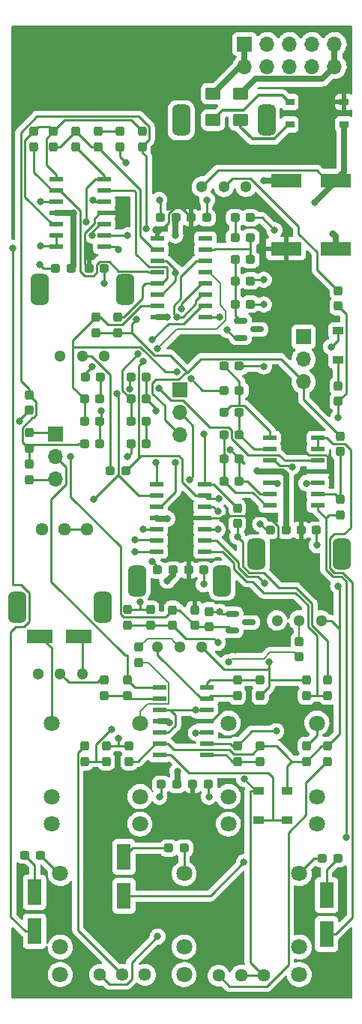
<source format=gbl>
G04 #@! TF.GenerationSoftware,KiCad,Pcbnew,(6.0.0)*
G04 #@! TF.CreationDate,2022-01-27T02:03:32+01:00*
G04 #@! TF.ProjectId,Schraeg,53636872-6165-4672-9e6b-696361645f70,rev?*
G04 #@! TF.SameCoordinates,Original*
G04 #@! TF.FileFunction,Copper,L2,Bot*
G04 #@! TF.FilePolarity,Positive*
%FSLAX46Y46*%
G04 Gerber Fmt 4.6, Leading zero omitted, Abs format (unit mm)*
G04 Created by KiCad (PCBNEW (6.0.0)) date 2022-01-27 02:03:32*
%MOMM*%
%LPD*%
G01*
G04 APERTURE LIST*
G04 Aperture macros list*
%AMRoundRect*
0 Rectangle with rounded corners*
0 $1 Rounding radius*
0 $2 $3 $4 $5 $6 $7 $8 $9 X,Y pos of 4 corners*
0 Add a 4 corners polygon primitive as box body*
4,1,4,$2,$3,$4,$5,$6,$7,$8,$9,$2,$3,0*
0 Add four circle primitives for the rounded corners*
1,1,$1+$1,$2,$3*
1,1,$1+$1,$4,$5*
1,1,$1+$1,$6,$7*
1,1,$1+$1,$8,$9*
0 Add four rect primitives between the rounded corners*
20,1,$1+$1,$2,$3,$4,$5,0*
20,1,$1+$1,$4,$5,$6,$7,0*
20,1,$1+$1,$6,$7,$8,$9,0*
20,1,$1+$1,$8,$9,$2,$3,0*%
G04 Aperture macros list end*
G04 #@! TA.AperFunction,ComponentPad*
%ADD10C,1.800000*%
G04 #@! TD*
G04 #@! TA.AperFunction,ComponentPad*
%ADD11RoundRect,0.500000X-0.500000X-1.250000X0.500000X-1.250000X0.500000X1.250000X-0.500000X1.250000X0*%
G04 #@! TD*
G04 #@! TA.AperFunction,ComponentPad*
%ADD12C,1.300000*%
G04 #@! TD*
G04 #@! TA.AperFunction,ComponentPad*
%ADD13R,1.700000X1.700000*%
G04 #@! TD*
G04 #@! TA.AperFunction,ComponentPad*
%ADD14O,1.700000X1.700000*%
G04 #@! TD*
G04 #@! TA.AperFunction,SMDPad,CuDef*
%ADD15RoundRect,0.237500X-0.287500X-0.237500X0.287500X-0.237500X0.287500X0.237500X-0.287500X0.237500X0*%
G04 #@! TD*
G04 #@! TA.AperFunction,SMDPad,CuDef*
%ADD16RoundRect,0.250001X0.624999X-0.462499X0.624999X0.462499X-0.624999X0.462499X-0.624999X-0.462499X0*%
G04 #@! TD*
G04 #@! TA.AperFunction,SMDPad,CuDef*
%ADD17RoundRect,0.237500X0.237500X-0.287500X0.237500X0.287500X-0.237500X0.287500X-0.237500X-0.287500X0*%
G04 #@! TD*
G04 #@! TA.AperFunction,SMDPad,CuDef*
%ADD18RoundRect,0.237500X-0.237500X0.287500X-0.237500X-0.287500X0.237500X-0.287500X0.237500X0.287500X0*%
G04 #@! TD*
G04 #@! TA.AperFunction,SMDPad,CuDef*
%ADD19R,1.200000X0.900000*%
G04 #@! TD*
G04 #@! TA.AperFunction,SMDPad,CuDef*
%ADD20R,1.500000X0.600000*%
G04 #@! TD*
G04 #@! TA.AperFunction,SMDPad,CuDef*
%ADD21R,3.000000X1.600000*%
G04 #@! TD*
G04 #@! TA.AperFunction,SMDPad,CuDef*
%ADD22R,1.600000X3.000000*%
G04 #@! TD*
G04 #@! TA.AperFunction,SMDPad,CuDef*
%ADD23RoundRect,0.237500X0.287500X0.237500X-0.287500X0.237500X-0.287500X-0.237500X0.287500X-0.237500X0*%
G04 #@! TD*
G04 #@! TA.AperFunction,SMDPad,CuDef*
%ADD24R,3.500000X1.600000*%
G04 #@! TD*
G04 #@! TA.AperFunction,SMDPad,CuDef*
%ADD25R,1.000000X0.800000*%
G04 #@! TD*
G04 #@! TA.AperFunction,ComponentPad*
%ADD26C,1.440000*%
G04 #@! TD*
G04 #@! TA.AperFunction,SMDPad,CuDef*
%ADD27RoundRect,0.150000X-0.587500X-0.150000X0.587500X-0.150000X0.587500X0.150000X-0.587500X0.150000X0*%
G04 #@! TD*
G04 #@! TA.AperFunction,ViaPad*
%ADD28C,0.800000*%
G04 #@! TD*
G04 #@! TA.AperFunction,Conductor*
%ADD29C,0.250000*%
G04 #@! TD*
G04 #@! TA.AperFunction,Conductor*
%ADD30C,0.700000*%
G04 #@! TD*
G04 #@! TA.AperFunction,Conductor*
%ADD31C,0.200000*%
G04 #@! TD*
G04 #@! TA.AperFunction,Conductor*
%ADD32C,0.330000*%
G04 #@! TD*
G04 APERTURE END LIST*
D10*
X50000000Y-99480000D03*
X50000000Y-96380000D03*
X50000000Y-88080000D03*
X65000000Y-116480000D03*
X65000000Y-113380000D03*
X65000000Y-105080000D03*
D11*
X74300000Y-20000000D03*
X64674000Y-20000000D03*
D12*
X67000000Y-27500000D03*
X69500000Y-27500000D03*
X72000000Y-27500000D03*
D10*
X70000000Y-99480000D03*
X70000000Y-96380000D03*
X70000000Y-88080000D03*
X78000000Y-116480000D03*
X78000000Y-113380000D03*
X78000000Y-105080000D03*
D11*
X46174000Y-75000000D03*
X55800000Y-75000000D03*
D12*
X48500000Y-82500000D03*
X51000000Y-82500000D03*
X53500000Y-82500000D03*
D10*
X51000000Y-116480000D03*
X51000000Y-113380000D03*
X51000000Y-105080000D03*
D11*
X69300000Y-72000000D03*
X59674000Y-72000000D03*
D12*
X62000000Y-79500000D03*
X64500000Y-79500000D03*
X67000000Y-79500000D03*
D10*
X60000000Y-99480000D03*
X60000000Y-96380000D03*
X60000000Y-88080000D03*
D11*
X48674000Y-39100000D03*
X58300000Y-39100000D03*
D12*
X51000000Y-46600000D03*
X53500000Y-46600000D03*
X56000000Y-46600000D03*
D13*
X50500000Y-55460000D03*
D14*
X50500000Y-58000000D03*
X50500000Y-60540000D03*
D13*
X78500000Y-44460000D03*
D14*
X78500000Y-47000000D03*
X78500000Y-49540000D03*
D13*
X64500000Y-50460000D03*
D14*
X64500000Y-53000000D03*
X64500000Y-55540000D03*
D10*
X80000000Y-99480000D03*
X80000000Y-96380000D03*
X80000000Y-88080000D03*
D11*
X73174000Y-69000000D03*
X82800000Y-69000000D03*
D12*
X75500000Y-76500000D03*
X78000000Y-76500000D03*
X80500000Y-76500000D03*
D15*
X69500000Y-60750000D03*
X71250000Y-60750000D03*
X69500000Y-58250000D03*
X71250000Y-58250000D03*
D16*
X68250000Y-19975000D03*
X68250000Y-17000000D03*
D17*
X82400000Y-51750000D03*
X82400000Y-50000000D03*
D18*
X58600000Y-83250000D03*
X58600000Y-85000000D03*
D19*
X73400000Y-95700000D03*
X73400000Y-99000000D03*
D20*
X67400000Y-33355000D03*
X67400000Y-34625000D03*
X67400000Y-35895000D03*
X67400000Y-37165000D03*
X67400000Y-38435000D03*
X67400000Y-39705000D03*
X67400000Y-40975000D03*
X67400000Y-42245000D03*
X62000000Y-42245000D03*
X62000000Y-40975000D03*
X62000000Y-39705000D03*
X62000000Y-38435000D03*
X62000000Y-37165000D03*
X62000000Y-35895000D03*
X62000000Y-34625000D03*
X62000000Y-33355000D03*
D15*
X70750000Y-31000000D03*
X72500000Y-31000000D03*
D21*
X48700000Y-78300000D03*
X53100000Y-78300000D03*
D18*
X71000000Y-63800000D03*
X71000000Y-65550000D03*
D22*
X81100000Y-111900000D03*
X81100000Y-107500000D03*
X58200000Y-107600000D03*
X58200000Y-103200000D03*
X48100000Y-111600000D03*
X48100000Y-107200000D03*
D23*
X60750000Y-56500000D03*
X59000000Y-56500000D03*
X55572810Y-49000000D03*
X53822810Y-49000000D03*
D17*
X55000000Y-44000000D03*
X55000000Y-42250000D03*
X57500000Y-44000000D03*
X57500000Y-42250000D03*
D18*
X57750000Y-21250000D03*
X57750000Y-23000000D03*
X48000000Y-21250000D03*
X48000000Y-23000000D03*
D17*
X67818000Y-77216000D03*
X67818000Y-75466000D03*
X58600000Y-77000000D03*
X58600000Y-75250000D03*
D24*
X76500000Y-34500000D03*
X82100000Y-34500000D03*
X76500000Y-26800000D03*
X82100000Y-26800000D03*
D15*
X70750000Y-40750000D03*
X72500000Y-40750000D03*
X66000000Y-95000000D03*
X67750000Y-95000000D03*
X62400000Y-95000000D03*
X64150000Y-95000000D03*
X65500000Y-70800000D03*
X67250000Y-70800000D03*
X62000000Y-70800000D03*
X63750000Y-70800000D03*
X78200000Y-66300000D03*
X79950000Y-66300000D03*
X74750000Y-66300000D03*
X76500000Y-66300000D03*
X65800000Y-31000000D03*
X67550000Y-31000000D03*
X62325000Y-31000000D03*
X64075000Y-31000000D03*
X54250000Y-36750000D03*
X56000000Y-36750000D03*
X50500000Y-36750000D03*
X52250000Y-36750000D03*
D19*
X76600000Y-99000000D03*
X76600000Y-95700000D03*
X82383365Y-47074999D03*
X82383365Y-43774999D03*
D25*
X76925000Y-20470000D03*
X76925000Y-17930000D03*
X83075000Y-17930000D03*
X83075000Y-20470000D03*
D16*
X71400000Y-19975000D03*
X71400000Y-17000000D03*
D13*
X71840000Y-11400000D03*
D14*
X71840000Y-13940000D03*
X74380000Y-11400000D03*
X74380000Y-13940000D03*
X76920000Y-11400000D03*
X76920000Y-13940000D03*
X79460000Y-11400000D03*
X79460000Y-13940000D03*
X82000000Y-11400000D03*
X82000000Y-13940000D03*
D17*
X53800000Y-92400000D03*
X53800000Y-90650000D03*
X71000000Y-92400000D03*
X71000000Y-90650000D03*
D18*
X71000000Y-83250000D03*
X71000000Y-85000000D03*
X56200000Y-90650000D03*
X56200000Y-92400000D03*
X73600000Y-90650000D03*
X73600000Y-92400000D03*
D17*
X73600000Y-85000000D03*
X73600000Y-83250000D03*
X58800000Y-92400000D03*
X58800000Y-90650000D03*
X78800000Y-92400000D03*
X78800000Y-90650000D03*
X82400000Y-41000000D03*
X82400000Y-39250000D03*
D23*
X72500000Y-35750000D03*
X70750000Y-35750000D03*
D17*
X78800000Y-85000000D03*
X78800000Y-83250000D03*
X81200000Y-92400000D03*
X81200000Y-90650000D03*
D15*
X70750000Y-33250000D03*
X72500000Y-33250000D03*
D18*
X81200000Y-83250000D03*
X81200000Y-85000000D03*
D23*
X58400000Y-59600000D03*
X56650000Y-59600000D03*
D17*
X56000000Y-85000000D03*
X56000000Y-83250000D03*
D18*
X47500000Y-58825000D03*
X47500000Y-60575000D03*
D17*
X47500000Y-57050000D03*
X47500000Y-55300000D03*
D15*
X80600000Y-103400000D03*
X82350000Y-103400000D03*
D23*
X65000000Y-102200000D03*
X63250000Y-102200000D03*
X48750000Y-103000000D03*
X47000000Y-103000000D03*
D17*
X47500000Y-52750000D03*
X47500000Y-51000000D03*
D23*
X60750000Y-49000000D03*
X59000000Y-49000000D03*
X55500000Y-56500000D03*
X53750000Y-56500000D03*
D15*
X59000000Y-51500000D03*
X60750000Y-51500000D03*
D23*
X60750000Y-54000000D03*
X59000000Y-54000000D03*
D15*
X53750000Y-54000000D03*
X55500000Y-54000000D03*
D23*
X55500000Y-51500000D03*
X53750000Y-51500000D03*
D18*
X60250000Y-21250000D03*
X60250000Y-23000000D03*
D23*
X71250000Y-55500000D03*
X69500000Y-55500000D03*
D15*
X69500000Y-53000000D03*
X71250000Y-53000000D03*
D17*
X82600000Y-57400000D03*
X82600000Y-55650000D03*
D18*
X52750000Y-21250000D03*
X52750000Y-23000000D03*
X55250000Y-21250000D03*
X55250000Y-23000000D03*
D23*
X71250000Y-50500000D03*
X69500000Y-50500000D03*
X71250000Y-47750000D03*
X69500000Y-47750000D03*
D17*
X82600000Y-64550000D03*
X82600000Y-62800000D03*
D18*
X50250000Y-21250000D03*
X50250000Y-23000000D03*
X66200000Y-75300000D03*
X66200000Y-77050000D03*
X63700000Y-75300000D03*
X63700000Y-77050000D03*
D17*
X61200000Y-77000000D03*
X61200000Y-75250000D03*
D23*
X72500000Y-38150000D03*
X70750000Y-38150000D03*
D26*
X54000000Y-66200000D03*
X51460000Y-66200000D03*
X48920000Y-66200000D03*
X55500000Y-116500000D03*
X58040000Y-116500000D03*
X60580000Y-116500000D03*
D20*
X67600000Y-84090000D03*
X67600000Y-85360000D03*
X67600000Y-86630000D03*
X67600000Y-87900000D03*
X67600000Y-89170000D03*
X67600000Y-90440000D03*
X67600000Y-91710000D03*
X62200000Y-91710000D03*
X62200000Y-90440000D03*
X62200000Y-89170000D03*
X62200000Y-87900000D03*
X62200000Y-86630000D03*
X62200000Y-85360000D03*
X62200000Y-84090000D03*
X67300000Y-61090000D03*
X67300000Y-62360000D03*
X67300000Y-63630000D03*
X67300000Y-64900000D03*
X67300000Y-66170000D03*
X67300000Y-67440000D03*
X67300000Y-68710000D03*
X61900000Y-68710000D03*
X61900000Y-67440000D03*
X61900000Y-66170000D03*
X61900000Y-64900000D03*
X61900000Y-63630000D03*
X61900000Y-62360000D03*
X61900000Y-61090000D03*
X80100000Y-55890000D03*
X80100000Y-57160000D03*
X80100000Y-58430000D03*
X80100000Y-59700000D03*
X80100000Y-60970000D03*
X80100000Y-62240000D03*
X80100000Y-63510000D03*
X74700000Y-63510000D03*
X74700000Y-62240000D03*
X74700000Y-60970000D03*
X74700000Y-59700000D03*
X74700000Y-58430000D03*
X74700000Y-57160000D03*
X74700000Y-55890000D03*
X55950000Y-26690000D03*
X55950000Y-27960000D03*
X55950000Y-29230000D03*
X55950000Y-30500000D03*
X55950000Y-31770000D03*
X55950000Y-33040000D03*
X55950000Y-34310000D03*
X50550000Y-34310000D03*
X50550000Y-33040000D03*
X50550000Y-31770000D03*
X50550000Y-30500000D03*
X50550000Y-29230000D03*
X50550000Y-27960000D03*
X50550000Y-26690000D03*
D26*
X68900000Y-116600000D03*
X71440000Y-116600000D03*
X73980000Y-116600000D03*
D27*
X70436500Y-77658000D03*
X70436500Y-75758000D03*
X72311500Y-76708000D03*
X71374000Y-44572000D03*
X71374000Y-42672000D03*
X73249000Y-43622000D03*
D17*
X78000000Y-80600000D03*
X78000000Y-78850000D03*
D18*
X59900000Y-79500000D03*
X59900000Y-81250000D03*
D28*
X54675001Y-29000000D03*
X75200000Y-32400000D03*
X69000000Y-42200000D03*
X61400000Y-69800000D03*
X60000000Y-74400000D03*
X62200000Y-29000000D03*
X68800000Y-66200000D03*
X54599998Y-33000000D03*
X69022000Y-75504000D03*
X48700000Y-36300000D03*
X74000000Y-47800000D03*
X60400000Y-66200000D03*
X58400000Y-24800000D03*
X77200000Y-59155000D03*
X56000000Y-38400000D03*
X74000000Y-26800000D03*
X67800000Y-96400000D03*
X69850000Y-43688000D03*
X62200000Y-96400000D03*
X80000000Y-68000000D03*
X58600000Y-58000000D03*
X67200000Y-72400000D03*
X81800000Y-32800000D03*
X66325000Y-89200000D03*
X54600000Y-47800000D03*
X73600000Y-65600000D03*
X66325000Y-86600000D03*
X67600000Y-29000000D03*
X48800000Y-29200000D03*
X74000000Y-40800000D03*
X78800000Y-61000000D03*
X68800000Y-64200000D03*
X75550000Y-61000000D03*
X62000000Y-45800000D03*
X60400000Y-47200000D03*
X68887347Y-62712653D03*
X71000000Y-67000000D03*
X67200000Y-55400000D03*
X64200000Y-42200000D03*
X83275000Y-101000000D03*
X71749999Y-103800000D03*
X45675000Y-34400000D03*
X48800000Y-34200000D03*
X70225000Y-57200000D03*
X64687347Y-41312653D03*
X59647908Y-42447908D03*
X64049999Y-58650000D03*
X53950001Y-31450000D03*
X65800000Y-49200000D03*
X64200000Y-48400000D03*
X52200000Y-58000000D03*
X68800000Y-79000000D03*
X58200000Y-31600000D03*
X70800000Y-79800000D03*
X80800000Y-52100000D03*
X64875000Y-89200000D03*
X79500000Y-73000000D03*
X70800000Y-86400000D03*
X61800000Y-32400000D03*
X79200000Y-54000000D03*
X64875000Y-97400000D03*
X77500000Y-74800000D03*
X74000000Y-38000000D03*
X64250000Y-93500000D03*
X63099999Y-42250000D03*
X52500000Y-30500000D03*
X63099999Y-72000000D03*
X63099999Y-65000000D03*
X79750000Y-29250000D03*
X73200000Y-59600000D03*
X63299999Y-88000000D03*
X64000000Y-33000000D03*
X82400000Y-72600000D03*
X82400000Y-53600000D03*
X71800000Y-94400000D03*
X64049999Y-37200000D03*
X81600000Y-45600000D03*
X75400000Y-89000000D03*
X59400000Y-67400000D03*
X56800000Y-88800000D03*
X57600000Y-89800000D03*
X59443154Y-68756846D03*
X60725000Y-32200000D03*
X58600000Y-33000000D03*
X46400000Y-54000000D03*
X57375000Y-50875000D03*
X58862653Y-50337347D03*
X54800000Y-62800000D03*
X61800000Y-52800000D03*
X61800000Y-58649999D03*
X57600000Y-34600000D03*
X55600000Y-52800000D03*
X62149999Y-50300000D03*
X61400000Y-44800000D03*
X59800000Y-46400000D03*
X62000000Y-112200000D03*
X65600000Y-60600000D03*
X70000000Y-81200000D03*
X74125000Y-72300000D03*
X74600000Y-81200000D03*
D29*
X59000000Y-57600000D02*
X58600000Y-58000000D01*
X62400000Y-95000000D02*
X62400000Y-96200000D01*
X67856000Y-75504000D02*
X67818000Y-75466000D01*
X60430000Y-66170000D02*
X60400000Y-66200000D01*
D30*
X76500000Y-26800000D02*
X74000000Y-26800000D01*
D29*
X78830000Y-60970000D02*
X78800000Y-61000000D01*
X66325000Y-86600000D02*
X62230000Y-86600000D01*
X53822810Y-48577190D02*
X54600000Y-47800000D01*
X75150000Y-58430000D02*
X75744990Y-59024990D01*
X74700000Y-60970000D02*
X75520000Y-60970000D01*
X79950000Y-66300000D02*
X79950000Y-67950000D01*
X62400000Y-96200000D02*
X62200000Y-96400000D01*
X59000000Y-56500000D02*
X59000000Y-57600000D01*
X64025000Y-87225000D02*
X63430000Y-86630000D01*
X73950000Y-47750000D02*
X74000000Y-47800000D01*
X55500000Y-31770000D02*
X54599998Y-32670002D01*
X67550000Y-31000000D02*
X67550000Y-29050000D01*
X55950000Y-29230000D02*
X54905001Y-29230000D01*
X62230000Y-86600000D02*
X62200000Y-86630000D01*
X72500000Y-31000000D02*
X73800000Y-31000000D01*
X68955000Y-42245000D02*
X69000000Y-42200000D01*
X75744990Y-59024990D02*
X77069990Y-59024990D01*
X67550000Y-29050000D02*
X67600000Y-29000000D01*
X68770000Y-66170000D02*
X68800000Y-66200000D01*
X66355000Y-89170000D02*
X66325000Y-89200000D01*
X62200000Y-89170000D02*
X63203001Y-89170000D01*
X64025000Y-88348001D02*
X64025000Y-87225000D01*
X74750000Y-66300000D02*
X74300000Y-66300000D01*
X67300000Y-66170000D02*
X68770000Y-66170000D01*
X63203001Y-89170000D02*
X64025000Y-88348001D01*
X60000000Y-75250000D02*
X58600000Y-75250000D01*
X50500000Y-36750000D02*
X49150000Y-36750000D01*
X55950000Y-31770000D02*
X55430000Y-31770000D01*
X62325000Y-31000000D02*
X62325000Y-29125000D01*
X61200000Y-75250000D02*
X60000000Y-75250000D01*
X77069990Y-59024990D02*
X77200000Y-59155000D01*
X50550000Y-29230000D02*
X48830000Y-29230000D01*
D30*
X82100000Y-34500000D02*
X82100000Y-33100000D01*
D29*
X62000000Y-70400000D02*
X61400000Y-69800000D01*
X67750000Y-95000000D02*
X67750000Y-96350000D01*
X74300000Y-66300000D02*
X73600000Y-65600000D01*
X61900000Y-66170000D02*
X60430000Y-66170000D01*
X67750000Y-96350000D02*
X67800000Y-96400000D01*
X80100000Y-60970000D02*
X78830000Y-60970000D01*
X68230000Y-63630000D02*
X68800000Y-64200000D01*
X67600000Y-86630000D02*
X66355000Y-86630000D01*
X69276000Y-75758000D02*
X69022000Y-75504000D01*
X48830000Y-29230000D02*
X48800000Y-29200000D01*
X67250000Y-70800000D02*
X67250000Y-72350000D01*
X75520000Y-60970000D02*
X75550000Y-61000000D01*
X57750000Y-23000000D02*
X57750000Y-24150000D01*
X67250000Y-72350000D02*
X67200000Y-72400000D01*
X54599998Y-32670002D02*
X54599998Y-33000000D01*
X49150000Y-36750000D02*
X48700000Y-36300000D01*
X67600000Y-89170000D02*
X66355000Y-89170000D01*
X72500000Y-40750000D02*
X73950000Y-40750000D01*
X53822810Y-49000000D02*
X53822810Y-48577190D01*
X63430000Y-86630000D02*
X63200000Y-86630000D01*
X70734000Y-44572000D02*
X69850000Y-43688000D01*
X62325000Y-29125000D02*
X62200000Y-29000000D01*
X71250000Y-47750000D02*
X73950000Y-47750000D01*
X54905001Y-29230000D02*
X54675001Y-29000000D01*
X70436500Y-75758000D02*
X69276000Y-75758000D01*
X74700000Y-58430000D02*
X75150000Y-58430000D01*
X66355000Y-86630000D02*
X66325000Y-86600000D01*
X63200000Y-86630000D02*
X62200000Y-86630000D01*
X57750000Y-24150000D02*
X58400000Y-24800000D01*
X62000000Y-70800000D02*
X62000000Y-70400000D01*
D30*
X82100000Y-33100000D02*
X81800000Y-32800000D01*
D29*
X56000000Y-36750000D02*
X56000000Y-38400000D01*
X60000000Y-75250000D02*
X60000000Y-74400000D01*
X73950000Y-40750000D02*
X74000000Y-40800000D01*
X71374000Y-44572000D02*
X70734000Y-44572000D01*
X79950000Y-67950000D02*
X80000000Y-68000000D01*
X69022000Y-75504000D02*
X67856000Y-75504000D01*
X55950000Y-31770000D02*
X55500000Y-31770000D01*
X67300000Y-63630000D02*
X68230000Y-63630000D01*
X73800000Y-31000000D02*
X75200000Y-32400000D01*
X67400000Y-42245000D02*
X68955000Y-42245000D01*
X50000000Y-79600000D02*
X48700000Y-78300000D01*
X50000000Y-88080000D02*
X50000000Y-79600000D01*
X65000000Y-103807208D02*
X65000000Y-102200000D01*
X65000000Y-105080000D02*
X65000000Y-103807208D01*
X70750000Y-33250000D02*
X70750000Y-31000000D01*
X53500000Y-82500000D02*
X53500000Y-78700000D01*
X53500000Y-78700000D02*
X53100000Y-78300000D01*
X81200000Y-78800000D02*
X80450010Y-78050010D01*
D31*
X67850000Y-37165000D02*
X67400000Y-37165000D01*
D29*
X72332268Y-71075010D02*
X71600000Y-70342742D01*
X80450010Y-78050010D02*
X80450009Y-78013599D01*
D31*
X69725001Y-42548001D02*
X69725001Y-41531001D01*
D29*
X71000000Y-65550000D02*
X71000000Y-67000000D01*
X59850010Y-58149990D02*
X59850010Y-47749990D01*
X77661421Y-72825011D02*
X75723013Y-72825011D01*
X71600000Y-70342742D02*
X71600000Y-67600000D01*
X64398000Y-57924999D02*
X60075001Y-57924999D01*
X67300000Y-62360000D02*
X66300000Y-62360000D01*
X80450009Y-78013599D02*
X79425011Y-76988601D01*
D31*
X68673002Y-43600000D02*
X64200000Y-43600000D01*
D29*
X73973012Y-71075010D02*
X72332268Y-71075010D01*
X68887347Y-62712653D02*
X67652653Y-62712653D01*
X81200000Y-83250000D02*
X81200000Y-78800000D01*
X79425011Y-76988601D02*
X79425010Y-74588600D01*
X75723013Y-72825011D02*
X73973012Y-71075010D01*
D31*
X69063500Y-40869500D02*
X69063500Y-38378500D01*
D29*
X59850010Y-47749990D02*
X60400000Y-47200000D01*
X71600000Y-67600000D02*
X71000000Y-67000000D01*
D31*
X69725001Y-42548001D02*
X68673002Y-43600000D01*
D29*
X67652653Y-62712653D02*
X67300000Y-62360000D01*
X58400000Y-59600000D02*
X59850010Y-58149990D01*
X64775000Y-58301999D02*
X64398000Y-57924999D01*
X64775000Y-60835000D02*
X64775000Y-58301999D01*
D31*
X69063500Y-38378500D02*
X67850000Y-37165000D01*
D29*
X60075001Y-57924999D02*
X59850010Y-58149990D01*
X79425010Y-74588600D02*
X77661421Y-72825011D01*
X66300000Y-62360000D02*
X64775000Y-60835000D01*
D31*
X64200000Y-43600000D02*
X62000000Y-45800000D01*
X69725001Y-41531001D02*
X69063500Y-40869500D01*
D29*
X67400000Y-35895000D02*
X66400000Y-35895000D01*
X63800001Y-40948589D02*
X63800001Y-41800001D01*
X64600000Y-40148590D02*
X63800001Y-40948589D01*
X68290000Y-61090000D02*
X67300000Y-61090000D01*
X66324999Y-40330001D02*
X66950000Y-39705000D01*
X66400000Y-35895000D02*
X64600000Y-37695000D01*
X67300000Y-61090000D02*
X67300000Y-55500000D01*
X66324999Y-40748003D02*
X66324999Y-40330001D01*
X64200000Y-42200000D02*
X64873002Y-42200000D01*
X63800001Y-41800001D02*
X64200000Y-42200000D01*
X71000000Y-63800000D02*
X68290000Y-61090000D01*
X64873002Y-42200000D02*
X66324999Y-40748003D01*
X64600000Y-37695000D02*
X64600000Y-40148590D01*
X66950000Y-39705000D02*
X67400000Y-39705000D01*
X67300000Y-55500000D02*
X67200000Y-55400000D01*
X81100000Y-104650000D02*
X82350000Y-103400000D01*
X81100000Y-107500000D02*
X81100000Y-104650000D01*
X83120480Y-56549990D02*
X81759990Y-56549990D01*
X80100000Y-57160000D02*
X80100000Y-55890000D01*
X84000000Y-110050000D02*
X84000000Y-72161002D01*
X81100000Y-55890000D02*
X80100000Y-55890000D01*
X84000000Y-72161002D02*
X82914008Y-71075010D01*
X82914008Y-71075010D02*
X81958268Y-71075010D01*
X82150000Y-111900000D02*
X84000000Y-110050000D01*
X81474990Y-70591732D02*
X81474990Y-67225010D01*
X81100000Y-111900000D02*
X82150000Y-111900000D01*
X81958268Y-71075010D02*
X81474990Y-70591732D01*
X83800000Y-66000000D02*
X83800000Y-57229510D01*
X83800000Y-57229510D02*
X83120480Y-56549990D01*
X81759990Y-56549990D02*
X81100000Y-55890000D01*
X81474990Y-67225010D02*
X82000000Y-66700000D01*
X83100000Y-66700000D02*
X83800000Y-66000000D01*
X82000000Y-66700000D02*
X83100000Y-66700000D01*
X81771867Y-71525019D02*
X81000000Y-70753152D01*
X58200000Y-107600000D02*
X67949999Y-107600000D01*
X81000000Y-64960000D02*
X80100000Y-64060000D01*
X67949999Y-107600000D02*
X71749999Y-103800000D01*
X80100000Y-64060000D02*
X80100000Y-63510000D01*
X83275000Y-101000000D02*
X83275000Y-72072412D01*
X81410000Y-64550000D02*
X81000000Y-64960000D01*
X82600000Y-64550000D02*
X81410000Y-64550000D01*
X81000000Y-70753152D02*
X81000000Y-64960000D01*
X83275000Y-72072412D02*
X82727608Y-71525020D01*
X82727608Y-71525020D02*
X81771867Y-71525019D01*
X59200000Y-102200000D02*
X58200000Y-103200000D01*
X63250000Y-102200000D02*
X59200000Y-102200000D01*
X48100000Y-107200000D02*
X48100000Y-104100000D01*
X48100000Y-104100000D02*
X47000000Y-103000000D01*
X45986003Y-77174999D02*
X46915743Y-77174999D01*
X47050000Y-111600000D02*
X45400010Y-109950010D01*
X48100000Y-111600000D02*
X47050000Y-111600000D01*
X48800000Y-34200000D02*
X50440000Y-34200000D01*
X45675000Y-72475000D02*
X45675000Y-34400000D01*
X50440000Y-34200000D02*
X50550000Y-34310000D01*
X50550000Y-34310000D02*
X50550000Y-33040000D01*
X45400010Y-77760992D02*
X45986003Y-77174999D01*
X45400010Y-109950010D02*
X45400010Y-77760992D01*
X46565742Y-72475000D02*
X45675000Y-72475000D01*
X47499010Y-73408268D02*
X46565742Y-72475000D01*
X46915743Y-77174999D02*
X47499010Y-76591732D01*
X47499010Y-76591732D02*
X47499010Y-73408268D01*
X60750000Y-54000000D02*
X60750000Y-54575000D01*
X60750000Y-54575000D02*
X60750000Y-56500000D01*
X55572810Y-51427190D02*
X55500000Y-51500000D01*
X55572810Y-49000000D02*
X55572810Y-51427190D01*
X74250000Y-63510000D02*
X72740000Y-62000000D01*
X72740000Y-62000000D02*
X70750000Y-62000000D01*
X69500000Y-55500000D02*
X69500000Y-58250000D01*
X70750000Y-62000000D02*
X69500000Y-60750000D01*
X69500000Y-58250000D02*
X69500000Y-60750000D01*
X74700000Y-63510000D02*
X74250000Y-63510000D01*
X71250000Y-60750000D02*
X71250000Y-58250000D01*
X73616410Y-62240000D02*
X72126410Y-60750000D01*
X71875000Y-60750000D02*
X71250000Y-60750000D01*
X64687347Y-40746968D02*
X64687347Y-41312653D01*
X74700000Y-62240000D02*
X73616410Y-62240000D01*
X71749072Y-58749072D02*
X71774072Y-58749072D01*
X72126410Y-60750000D02*
X71875000Y-60750000D01*
X66950000Y-38435000D02*
X64687347Y-40697653D01*
X64687347Y-40697653D02*
X64687347Y-40746968D01*
X71774072Y-58749072D02*
X70225000Y-57200000D01*
X67400000Y-38435000D02*
X66950000Y-38435000D01*
X71250000Y-58250000D02*
X71749072Y-58749072D01*
X64388003Y-49284999D02*
X61785511Y-49284999D01*
X64049999Y-61930001D02*
X64049999Y-58650000D01*
X75909990Y-46949990D02*
X78500000Y-49540000D01*
X55950000Y-26690000D02*
X54950000Y-26690000D01*
X62800000Y-52229490D02*
X62800000Y-53840000D01*
X78500000Y-51550000D02*
X82600000Y-55650000D01*
X57500000Y-44000000D02*
X59140000Y-44000000D01*
X53950001Y-27689999D02*
X53950001Y-30884315D01*
X65333002Y-48460000D02*
X63398003Y-46525001D01*
X78500000Y-49540000D02*
X78500000Y-51550000D01*
X61424998Y-50854488D02*
X62800000Y-52229490D01*
X59140000Y-44000000D02*
X59140000Y-42955816D01*
X61785511Y-49284999D02*
X61424998Y-49645512D01*
X55575000Y-44000000D02*
X57500000Y-44000000D01*
X61900000Y-63630000D02*
X62350000Y-63630000D01*
X65213002Y-48460000D02*
X64388003Y-49284999D01*
X52750000Y-23000000D02*
X55950000Y-26200000D01*
X66910010Y-46949990D02*
X75909990Y-46949990D01*
X65400000Y-48460000D02*
X66910010Y-46949990D01*
X63398003Y-46525001D02*
X61665001Y-46525001D01*
X55000000Y-44000000D02*
X55575000Y-44000000D01*
X62350000Y-63630000D02*
X64049999Y-61930001D01*
X65400000Y-48460000D02*
X65213002Y-48460000D01*
X53950001Y-30884315D02*
X53950001Y-31450000D01*
X62800000Y-53840000D02*
X64500000Y-55540000D01*
X61424998Y-49645512D02*
X61424998Y-50854488D01*
X54950000Y-26690000D02*
X53950001Y-27689999D01*
X59140000Y-42955816D02*
X59647908Y-42447908D01*
X55950000Y-26200000D02*
X55950000Y-26690000D01*
X61665001Y-46525001D02*
X59140000Y-44000000D01*
X65400000Y-48460000D02*
X65333002Y-48460000D01*
X57970500Y-43100010D02*
X60095510Y-40975000D01*
X52400000Y-45600000D02*
X52400000Y-44850000D01*
X62873002Y-48400000D02*
X60073002Y-45600000D01*
X52400000Y-44850000D02*
X54500928Y-42749072D01*
X60073002Y-45600000D02*
X52400000Y-45600000D01*
X67100000Y-50500000D02*
X65800000Y-49200000D01*
X53750000Y-51500000D02*
X52400000Y-50150000D01*
X69500000Y-50500000D02*
X67100000Y-50500000D01*
X55000000Y-42250000D02*
X55575000Y-42250000D01*
X53750000Y-51500000D02*
X53750000Y-54000000D01*
X60095510Y-40975000D02*
X62000000Y-40975000D01*
X52400000Y-50150000D02*
X52400000Y-45600000D01*
X54500928Y-42749072D02*
X55000000Y-42250000D01*
X56425010Y-43100010D02*
X57970500Y-43100010D01*
X55575000Y-42250000D02*
X56425010Y-43100010D01*
X64200000Y-48400000D02*
X62873002Y-48400000D01*
X59549990Y-35079992D02*
X59549990Y-28149990D01*
X62000000Y-38435000D02*
X62450000Y-38435000D01*
X58184100Y-42250000D02*
X60300000Y-40134100D01*
X63075001Y-36604999D02*
X63010001Y-36539999D01*
X60300000Y-40134100D02*
X60300000Y-38800000D01*
X59360000Y-27960000D02*
X55950000Y-27960000D01*
X60300000Y-38800000D02*
X60665000Y-38435000D01*
X63010001Y-36539999D02*
X61009997Y-36539999D01*
X60665000Y-38435000D02*
X62000000Y-38435000D01*
X57500000Y-42250000D02*
X58184100Y-42250000D01*
X61009997Y-36539999D02*
X59549990Y-35079992D01*
X63075001Y-37809999D02*
X63075001Y-36604999D01*
X59549990Y-28149990D02*
X59360000Y-27960000D01*
X62450000Y-38435000D02*
X63075001Y-37809999D01*
X57750000Y-21250000D02*
X55250000Y-21250000D01*
X50749072Y-20750928D02*
X50250000Y-21250000D01*
X49449990Y-25039990D02*
X50550000Y-26140000D01*
X48000000Y-21250000D02*
X47000000Y-22250000D01*
X60250000Y-21250000D02*
X59000000Y-20000000D01*
X50100000Y-31770000D02*
X50550000Y-31770000D01*
X49750928Y-20750928D02*
X48499072Y-20750928D01*
X59000000Y-20000000D02*
X51500000Y-20000000D01*
X50550000Y-26140000D02*
X50550000Y-26690000D01*
X49449990Y-22050010D02*
X49449990Y-25039990D01*
X47000000Y-22250000D02*
X47000000Y-28670000D01*
X50250000Y-21250000D02*
X49750928Y-20750928D01*
X51500000Y-20000000D02*
X50749072Y-20750928D01*
X50250000Y-21250000D02*
X49449990Y-22050010D01*
X48499072Y-20750928D02*
X48000000Y-21250000D01*
X47000000Y-28670000D02*
X50100000Y-31770000D01*
X55149990Y-37170520D02*
X54770500Y-37550010D01*
X55479500Y-35949990D02*
X55149990Y-36279500D01*
X51000000Y-27960000D02*
X50550000Y-27960000D01*
X62000000Y-37165000D02*
X61000000Y-37165000D01*
X56520500Y-35949990D02*
X55479500Y-35949990D01*
X61000000Y-37165000D02*
X60859990Y-37024990D01*
X53225001Y-37045511D02*
X53225001Y-30185001D01*
X57595500Y-37024990D02*
X56520500Y-35949990D01*
X54770500Y-37550010D02*
X53729500Y-37550010D01*
X60859990Y-37024990D02*
X57595500Y-37024990D01*
X53225001Y-30185001D02*
X51000000Y-27960000D01*
X48000000Y-23000000D02*
X48000000Y-25860000D01*
X55149990Y-36279500D02*
X55149990Y-37170520D01*
X48000000Y-25860000D02*
X50100000Y-27960000D01*
X53729500Y-37550010D02*
X53225001Y-37045511D01*
X50100000Y-27960000D02*
X50550000Y-27960000D01*
X52200000Y-62538998D02*
X52200000Y-58000000D01*
X66200000Y-77050000D02*
X64450000Y-75300000D01*
X57799990Y-68138988D02*
X57799990Y-75770500D01*
X66366000Y-77216000D02*
X66200000Y-77050000D01*
X57799990Y-75770500D02*
X58129490Y-76100000D01*
X62900000Y-76100000D02*
X63700000Y-75300000D01*
X69994500Y-77216000D02*
X70436500Y-77658000D01*
X58129490Y-76100000D02*
X62900000Y-76100000D01*
X64450000Y-75300000D02*
X63700000Y-75300000D01*
X67818000Y-77216000D02*
X66366000Y-77216000D01*
X52200000Y-62538998D02*
X57799990Y-68138988D01*
X67818000Y-77216000D02*
X69994500Y-77216000D01*
X61250000Y-77050000D02*
X61200000Y-77000000D01*
X64199072Y-77549072D02*
X63700000Y-77050000D01*
X68324999Y-78524999D02*
X65174999Y-78524999D01*
X65174999Y-78524999D02*
X64199072Y-77549072D01*
X68800000Y-79000000D02*
X68324999Y-78524999D01*
X61200000Y-77000000D02*
X58600000Y-77000000D01*
X63700000Y-77050000D02*
X61250000Y-77050000D01*
X80100000Y-59700000D02*
X81100000Y-59700000D01*
X75600000Y-65829490D02*
X75600000Y-67500000D01*
X71420520Y-64650010D02*
X74420520Y-64650010D01*
X68325001Y-64925001D02*
X68300000Y-64900000D01*
X62000000Y-32600000D02*
X61800000Y-32400000D01*
X55500000Y-30500000D02*
X55950000Y-30500000D01*
X63224990Y-31580010D02*
X63224990Y-30529500D01*
X53750928Y-32776068D02*
X54874999Y-31651997D01*
X68300000Y-64900000D02*
X67300000Y-64900000D01*
X68050000Y-87900000D02*
X69550000Y-86400000D01*
X62000000Y-32805000D02*
X63224990Y-31580010D01*
X79089999Y-57785001D02*
X78400000Y-57095002D01*
X74420520Y-64650010D02*
X75600000Y-65829490D01*
X71420520Y-64650010D02*
X69422992Y-64650010D01*
X63224990Y-30529500D02*
X64154490Y-29600000D01*
X54874999Y-31651997D02*
X54874999Y-31125001D01*
X64154490Y-29600000D02*
X64400000Y-29600000D01*
X54250000Y-36750000D02*
X53750928Y-36250928D01*
X81175001Y-57975001D02*
X80985001Y-57785001D01*
X81175001Y-59624999D02*
X81175001Y-57975001D01*
X69550000Y-86400000D02*
X70800000Y-86400000D01*
X62000000Y-33355000D02*
X62000000Y-32600000D01*
X80985001Y-57785001D02*
X79089999Y-57785001D01*
X53750928Y-36250928D02*
X53750928Y-32776068D01*
X54874999Y-31125001D02*
X55500000Y-30500000D01*
X66000000Y-96275000D02*
X64875000Y-97400000D01*
X62000000Y-33355000D02*
X62000000Y-32805000D01*
X64400000Y-29600000D02*
X65800000Y-31000000D01*
X69422992Y-64650010D02*
X69148001Y-64925001D01*
X67600000Y-87900000D02*
X68050000Y-87900000D01*
X66000000Y-95000000D02*
X66000000Y-96275000D01*
X78400000Y-57095002D02*
X78400000Y-55400000D01*
X81100000Y-59700000D02*
X81175001Y-59624999D01*
X69148001Y-64925001D02*
X68325001Y-64925001D01*
X72650000Y-38000000D02*
X72500000Y-38150000D01*
X74000000Y-38000000D02*
X72650000Y-38000000D01*
D30*
X63099999Y-65000000D02*
X62000000Y-65000000D01*
X76500000Y-65725000D02*
X76500000Y-66300000D01*
D29*
X68825001Y-25674999D02*
X67649999Y-26850001D01*
D30*
X62000000Y-42245000D02*
X63094999Y-42245000D01*
X74700000Y-59700000D02*
X73300000Y-59700000D01*
X82100000Y-26900000D02*
X79750000Y-29250000D01*
X62000000Y-65000000D02*
X61900000Y-64900000D01*
X63750000Y-71349999D02*
X63099999Y-72000000D01*
X64250000Y-93500000D02*
X64250000Y-94900000D01*
D29*
X81150000Y-26800000D02*
X80024999Y-25674999D01*
D30*
X74700000Y-59700000D02*
X76150000Y-59700000D01*
D29*
X80024999Y-25674999D02*
X68825001Y-25674999D01*
D30*
X52500000Y-30500000D02*
X50550000Y-30500000D01*
D29*
X67649999Y-26850001D02*
X67000000Y-27500000D01*
D30*
X63094999Y-42245000D02*
X63099999Y-42250000D01*
X64000000Y-33000000D02*
X64000000Y-31075000D01*
X64000000Y-31075000D02*
X64075000Y-31000000D01*
X63199999Y-87900000D02*
X63299999Y-88000000D01*
X82100000Y-26800000D02*
X82100000Y-26900000D01*
X63750000Y-70800000D02*
X63750000Y-71349999D01*
X62200000Y-87900000D02*
X63199999Y-87900000D01*
X73300000Y-59700000D02*
X73200000Y-59600000D01*
X52500000Y-36500000D02*
X52250000Y-36750000D01*
X76500000Y-60050000D02*
X76500000Y-65725000D01*
X52500000Y-30500000D02*
X52500000Y-36500000D01*
X83075000Y-25825000D02*
X82100000Y-26800000D01*
X83075000Y-20470000D02*
X83075000Y-25825000D01*
X76150000Y-59700000D02*
X76500000Y-60050000D01*
D29*
X82100000Y-26800000D02*
X81150000Y-26800000D01*
X70750000Y-38150000D02*
X70750000Y-40750000D01*
X70750000Y-40750000D02*
X70750000Y-42048000D01*
X70750000Y-35750000D02*
X70750000Y-38150000D01*
X70750000Y-42048000D02*
X71374000Y-42672000D01*
X81900928Y-38750928D02*
X82400000Y-39250000D01*
X77935002Y-32800000D02*
X77935002Y-31992000D01*
X80024999Y-36874999D02*
X81900928Y-38750928D01*
X80024999Y-34889997D02*
X80024999Y-36874999D01*
X70475001Y-26524999D02*
X70149999Y-26850001D01*
X77935002Y-31992000D02*
X72468001Y-26524999D01*
X70149999Y-26850001D02*
X69500000Y-27500000D01*
X77935002Y-32800000D02*
X80024999Y-34889997D01*
X72468001Y-26524999D02*
X70475001Y-26524999D01*
X62200000Y-91710000D02*
X63533002Y-91710000D01*
X76600000Y-99000000D02*
X75000000Y-99000000D01*
X63533002Y-91710000D02*
X65498001Y-93674999D01*
X74474999Y-93674999D02*
X75000000Y-94200000D01*
X75000000Y-99000000D02*
X73400000Y-99000000D01*
X65498001Y-93674999D02*
X74474999Y-93674999D01*
X75000000Y-94200000D02*
X75000000Y-99000000D01*
X82550000Y-89300000D02*
X82550000Y-77470000D01*
X58800000Y-92400000D02*
X59790000Y-92400000D01*
X75410000Y-90650000D02*
X73600000Y-90650000D01*
X70579480Y-91549990D02*
X72700010Y-91549990D01*
X76600000Y-95700000D02*
X76600000Y-92960000D01*
X59790000Y-92400000D02*
X61750000Y-90440000D01*
X82550000Y-77470000D02*
X82550000Y-72750000D01*
X80500000Y-76500000D02*
X81580000Y-76500000D01*
X81200000Y-90650000D02*
X80550000Y-90650000D01*
X70094491Y-91065001D02*
X70579480Y-91549990D01*
X72700010Y-91549990D02*
X73600000Y-90650000D01*
X83308366Y-41908366D02*
X82899072Y-41499072D01*
X76600000Y-91840000D02*
X75410000Y-90650000D01*
X63825001Y-91065001D02*
X70094491Y-91065001D01*
X63200000Y-90440000D02*
X63825001Y-91065001D01*
X81580000Y-76500000D02*
X82550000Y-77470000D01*
X82899072Y-41499072D02*
X82400000Y-41000000D01*
X61750000Y-90440000D02*
X62200000Y-90440000D01*
X78800000Y-92400000D02*
X77160000Y-92400000D01*
X62200000Y-90440000D02*
X63200000Y-90440000D01*
X76600000Y-92960000D02*
X77160000Y-92400000D01*
X82400000Y-53600000D02*
X82400000Y-51750000D01*
X83308366Y-50841634D02*
X83308366Y-41908366D01*
X81200000Y-90650000D02*
X82550000Y-89300000D01*
X82400000Y-51750000D02*
X83308366Y-50841634D01*
X82550000Y-72750000D02*
X82400000Y-72600000D01*
X80550000Y-90650000D02*
X78800000Y-92400000D01*
X77160000Y-92400000D02*
X76600000Y-91840000D01*
X73100000Y-95700000D02*
X71800000Y-94400000D01*
X64106412Y-37000000D02*
X63001412Y-35895000D01*
X73980000Y-116600000D02*
X71440000Y-116600000D01*
X64049999Y-38105001D02*
X64049999Y-37200000D01*
X72474999Y-95775001D02*
X72474999Y-115094999D01*
X73400000Y-95700000D02*
X72550000Y-95700000D01*
X72474999Y-115094999D02*
X73260001Y-115880001D01*
X73400000Y-95700000D02*
X73100000Y-95700000D01*
X72550000Y-95700000D02*
X72474999Y-95775001D01*
X63000000Y-35895000D02*
X62000000Y-35895000D01*
X62450000Y-39705000D02*
X64049999Y-38105001D01*
X62000000Y-39705000D02*
X62450000Y-39705000D01*
X63001412Y-35895000D02*
X63000000Y-35895000D01*
X73260001Y-115880001D02*
X73980000Y-116600000D01*
X82383365Y-47074999D02*
X82383365Y-49983365D01*
X82383365Y-49983365D02*
X82400000Y-50000000D01*
X82383365Y-43774999D02*
X82383365Y-44816635D01*
X82383365Y-44816635D02*
X81600000Y-45600000D01*
D32*
X75179990Y-22115010D02*
X76825000Y-20470000D01*
X72727510Y-22115010D02*
X75179990Y-22115010D01*
X76825000Y-20470000D02*
X76925000Y-20470000D01*
X71400000Y-20787500D02*
X72727510Y-22115010D01*
X71400000Y-19975000D02*
X71400000Y-20787500D01*
X76095000Y-17200000D02*
X76825000Y-17930000D01*
X69327510Y-18897490D02*
X71702510Y-18897490D01*
X68250000Y-19975000D02*
X69327510Y-18897490D01*
X76825000Y-17930000D02*
X76925000Y-17930000D01*
X71702510Y-18897490D02*
X73400000Y-17200000D01*
X73400000Y-17200000D02*
X76095000Y-17200000D01*
D30*
X71840000Y-13940000D02*
X71310000Y-13940000D01*
X71310000Y-13940000D02*
X68250000Y-17000000D01*
X71840000Y-11400000D02*
X71840000Y-13940000D01*
X82000000Y-13940000D02*
X80599999Y-15340001D01*
X72171347Y-16228653D02*
X71400000Y-17000000D01*
X82000000Y-11400000D02*
X82000000Y-13940000D01*
X73059999Y-15340001D02*
X72171347Y-16228653D01*
X80599999Y-15340001D02*
X73059999Y-15340001D01*
D29*
X70425000Y-90650000D02*
X70215000Y-90440000D01*
X70215000Y-90440000D02*
X68600000Y-90440000D01*
X75400000Y-89000000D02*
X72650000Y-89000000D01*
X68600000Y-90440000D02*
X67600000Y-90440000D01*
X71000000Y-90650000D02*
X70425000Y-90650000D01*
X72650000Y-89000000D02*
X71000000Y-90650000D01*
D31*
X78000000Y-78225000D02*
X78000000Y-76500000D01*
X78000000Y-78850000D02*
X78000000Y-78225000D01*
D29*
X79680000Y-103400000D02*
X78000000Y-105080000D01*
X80600000Y-103400000D02*
X79680000Y-103400000D01*
X56000000Y-83250000D02*
X55425000Y-83250000D01*
X51975001Y-83475001D02*
X51649999Y-83149999D01*
X55199999Y-83475001D02*
X51975001Y-83475001D01*
X51649999Y-83149999D02*
X51000000Y-82500000D01*
X55425000Y-83250000D02*
X55199999Y-83475001D01*
X48750000Y-103000000D02*
X50830000Y-105080000D01*
X50830000Y-105080000D02*
X51000000Y-105080000D01*
X55000000Y-90529490D02*
X56729490Y-88800000D01*
X55000000Y-92400000D02*
X53800000Y-92400000D01*
X56200000Y-92400000D02*
X55000000Y-92400000D01*
X61860000Y-67400000D02*
X61900000Y-67440000D01*
X59400000Y-67400000D02*
X61860000Y-67400000D01*
X55000000Y-92400000D02*
X55000000Y-90529490D01*
X56729490Y-88800000D02*
X56800000Y-88800000D01*
X53300928Y-91149072D02*
X53800000Y-90650000D01*
X58040000Y-116500000D02*
X52999990Y-111459990D01*
X52999990Y-111459990D02*
X52999990Y-91450010D01*
X52999990Y-91450010D02*
X53300928Y-91149072D01*
X73600000Y-92400000D02*
X71000000Y-92400000D01*
X70425000Y-92400000D02*
X69735000Y-91710000D01*
X69735000Y-91710000D02*
X67600000Y-91710000D01*
X71000000Y-92400000D02*
X70425000Y-92400000D01*
X73600000Y-83250000D02*
X73025000Y-83250000D01*
X73025000Y-83250000D02*
X71000000Y-83250000D01*
X67890000Y-83250000D02*
X67600000Y-83540000D01*
X67600000Y-83540000D02*
X67600000Y-84090000D01*
X71000000Y-83250000D02*
X67890000Y-83250000D01*
X71000000Y-85000000D02*
X67960000Y-85000000D01*
X67600000Y-85360000D02*
X66940762Y-85360000D01*
X67960000Y-85000000D02*
X67600000Y-85360000D01*
X62000000Y-80419238D02*
X62000000Y-79500000D01*
X66940762Y-85360000D02*
X62000000Y-80419238D01*
X58800000Y-90650000D02*
X57600000Y-90650000D01*
X57600000Y-90650000D02*
X57600000Y-89800000D01*
X61853154Y-68756846D02*
X61900000Y-68710000D01*
X57600000Y-90650000D02*
X56200000Y-90650000D01*
X59443154Y-68756846D02*
X61853154Y-68756846D01*
X80000000Y-88080000D02*
X80000000Y-89450000D01*
X80000000Y-89450000D02*
X78800000Y-90650000D01*
X67400000Y-34625000D02*
X68400000Y-34625000D01*
X72500000Y-33250000D02*
X72500000Y-34500000D01*
X68525000Y-34500000D02*
X72500000Y-34500000D01*
X68400000Y-34625000D02*
X68525000Y-34500000D01*
X72500000Y-34500000D02*
X72500000Y-35750000D01*
X80000000Y-85000000D02*
X78800000Y-85000000D01*
X78975001Y-77175001D02*
X78975001Y-74775001D01*
X77600000Y-73400000D02*
X74000000Y-73400000D01*
X69310000Y-68710000D02*
X67300000Y-68710000D01*
X72084438Y-72100000D02*
X70625010Y-70640572D01*
X70625010Y-70640572D02*
X70625010Y-70025010D01*
X70625010Y-70025010D02*
X69310000Y-68710000D01*
X80000000Y-85000000D02*
X80000000Y-78200000D01*
X72700000Y-72100000D02*
X72084438Y-72100000D01*
X78975001Y-74775001D02*
X77600000Y-73400000D01*
X74000000Y-73400000D02*
X72700000Y-72100000D01*
X80000000Y-78200000D02*
X78975001Y-77175001D01*
X81200000Y-85000000D02*
X80000000Y-85000000D01*
X76774999Y-115351603D02*
X76774999Y-100460003D01*
X78774999Y-98460003D02*
X78774999Y-94825001D01*
X74326602Y-117800000D02*
X76774999Y-115351603D01*
X70100000Y-117800000D02*
X74326602Y-117800000D01*
X78774999Y-94825001D02*
X80700928Y-92899072D01*
X80700928Y-92899072D02*
X81200000Y-92400000D01*
X68900000Y-116600000D02*
X70100000Y-117800000D01*
X76774999Y-100460003D02*
X78774999Y-98460003D01*
X56650000Y-59600000D02*
X56650000Y-48756680D01*
X54493320Y-46600000D02*
X54419238Y-46600000D01*
X56650000Y-48756680D02*
X54493320Y-46600000D01*
X54419238Y-46600000D02*
X53500000Y-46600000D01*
X58960000Y-85360000D02*
X58600000Y-85000000D01*
X62200000Y-85360000D02*
X58960000Y-85360000D01*
X56000000Y-85000000D02*
X58600000Y-85000000D01*
X58298256Y-80414998D02*
X49965001Y-72081743D01*
X58600000Y-80414998D02*
X58298256Y-80414998D01*
X59440000Y-84090000D02*
X58600000Y-83250000D01*
X58600000Y-83250000D02*
X58600000Y-80414998D01*
X51349999Y-58849999D02*
X50500000Y-58000000D01*
X51675001Y-59175001D02*
X51349999Y-58849999D01*
X62200000Y-84090000D02*
X59440000Y-84090000D01*
X49965001Y-72081743D02*
X49965001Y-62814001D01*
X51675001Y-61104001D02*
X51675001Y-59175001D01*
X49965001Y-62814001D02*
X51675001Y-61104001D01*
X48300010Y-51800010D02*
X48300010Y-53270500D01*
X52983081Y-56641919D02*
X53125000Y-56500000D01*
X47873002Y-53600000D02*
X46699990Y-54773012D01*
X61050010Y-20729500D02*
X61050010Y-22199990D01*
X59870500Y-19549990D02*
X61050010Y-20729500D01*
X61050010Y-22199990D02*
X60749072Y-22500928D01*
X55990000Y-33000000D02*
X55950000Y-33040000D01*
X60725000Y-24100000D02*
X60725000Y-32200000D01*
X46699990Y-56340981D02*
X47000928Y-56641919D01*
X60250000Y-23000000D02*
X60250000Y-23625000D01*
X46549990Y-49424990D02*
X46549990Y-21379500D01*
X47500000Y-50375000D02*
X46549990Y-49424990D01*
X47500000Y-57050000D02*
X47500000Y-58825000D01*
X58600000Y-33000000D02*
X55990000Y-33000000D01*
X53125000Y-56500000D02*
X53750000Y-56500000D01*
X60250000Y-23625000D02*
X60725000Y-24100000D01*
X47999072Y-56641919D02*
X52983081Y-56641919D01*
X47000928Y-56641919D02*
X47500000Y-57140991D01*
X48300010Y-53270500D02*
X47970510Y-53600000D01*
X47500000Y-51000000D02*
X48300010Y-51800010D01*
X47970510Y-53600000D02*
X47873002Y-53600000D01*
X48379500Y-19549990D02*
X59870500Y-19549990D01*
X46699990Y-54773012D02*
X46699990Y-56340981D01*
X46549990Y-21379500D02*
X48379500Y-19549990D01*
X60749072Y-22500928D02*
X60250000Y-23000000D01*
X47500000Y-51000000D02*
X47500000Y-50375000D01*
X47500000Y-57140991D02*
X47999072Y-56641919D01*
X47500000Y-60575000D02*
X50465000Y-60575000D01*
X50465000Y-60575000D02*
X50500000Y-60540000D01*
X50430991Y-55390991D02*
X50500000Y-55460000D01*
X47500000Y-55300000D02*
X50340000Y-55300000D01*
X50340000Y-55300000D02*
X50500000Y-55460000D01*
X54000000Y-66200000D02*
X51460000Y-66200000D01*
X46400000Y-53850000D02*
X47500000Y-52750000D01*
X46400000Y-54000000D02*
X46400000Y-53850000D01*
X59839490Y-62360000D02*
X57549990Y-60070500D01*
X57529500Y-60070500D02*
X54800000Y-62800000D01*
X58862653Y-49137347D02*
X59000000Y-49000000D01*
X57549990Y-60070500D02*
X57529500Y-60070500D01*
X61900000Y-62360000D02*
X59839490Y-62360000D01*
X58862653Y-50337347D02*
X58862653Y-49137347D01*
X57549990Y-60070500D02*
X57549990Y-51049990D01*
X57549990Y-51049990D02*
X57375000Y-50875000D01*
X61900000Y-58749999D02*
X61800000Y-58649999D01*
X60750000Y-49000000D02*
X60750000Y-51500000D01*
X61800000Y-52550000D02*
X60750000Y-51500000D01*
X61900000Y-61090000D02*
X61900000Y-58749999D01*
X61800000Y-52800000D02*
X61800000Y-52550000D01*
X57310000Y-34310000D02*
X57600000Y-34600000D01*
X75710001Y-57804999D02*
X72184509Y-57804999D01*
X55500000Y-54000000D02*
X55500000Y-54575000D01*
X70350010Y-55029500D02*
X70020500Y-54699990D01*
X63485000Y-51635001D02*
X62149999Y-50300000D01*
X67938992Y-54699990D02*
X64874003Y-51635001D01*
X55600000Y-53900000D02*
X55500000Y-54000000D01*
X55950000Y-34310000D02*
X57310000Y-34310000D01*
X64874003Y-51635001D02*
X63485000Y-51635001D01*
X55500000Y-54575000D02*
X55500000Y-56500000D01*
X72184509Y-57804999D02*
X70350010Y-55970500D01*
X76335002Y-58430000D02*
X75710001Y-57804999D01*
X55600000Y-52800000D02*
X55600000Y-53900000D01*
X80100000Y-58430000D02*
X76335002Y-58430000D01*
X70020500Y-54699990D02*
X67938992Y-54699990D01*
X70350010Y-55970500D02*
X70350010Y-55029500D01*
X59000000Y-51500000D02*
X58000000Y-50500000D01*
X61400000Y-44800000D02*
X63224999Y-42975001D01*
X66950000Y-40975000D02*
X67400000Y-40975000D01*
X59000000Y-51500000D02*
X59000000Y-54000000D01*
X63224999Y-42975001D02*
X64949999Y-42975001D01*
X64949999Y-42975001D02*
X66950000Y-40975000D01*
X58000000Y-48200000D02*
X59800000Y-46400000D01*
X58000000Y-50500000D02*
X58000000Y-48200000D01*
X74700000Y-57160000D02*
X72910000Y-57160000D01*
X71250000Y-53000000D02*
X71250000Y-55500000D01*
X72910000Y-57160000D02*
X71250000Y-55500000D01*
X71250000Y-50500000D02*
X71250000Y-52149990D01*
X71770500Y-52199990D02*
X71200000Y-52199990D01*
X71250000Y-50500000D02*
X71250000Y-49500000D01*
X74700000Y-55890000D02*
X74700000Y-55129490D01*
X71250000Y-52149990D02*
X71200000Y-52199990D01*
X74700000Y-55129490D02*
X71770500Y-52199990D01*
X70300010Y-52199990D02*
X69999072Y-52500928D01*
X69999072Y-52500928D02*
X69500000Y-53000000D01*
X71200000Y-52199990D02*
X70300010Y-52199990D01*
X71250000Y-49500000D02*
X69500000Y-47750000D01*
X82600000Y-62800000D02*
X82600000Y-57400000D01*
X82600000Y-62800000D02*
X82040000Y-62240000D01*
X82040000Y-62240000D02*
X80100000Y-62240000D01*
X60000000Y-33075000D02*
X61550000Y-34625000D01*
X60000000Y-27800000D02*
X60000000Y-33075000D01*
X55749072Y-23499072D02*
X55749072Y-23549072D01*
X55250000Y-23000000D02*
X54500000Y-23000000D01*
X55250000Y-23000000D02*
X55749072Y-23499072D01*
X55749072Y-23549072D02*
X60000000Y-27800000D01*
X54500000Y-23000000D02*
X52750000Y-21250000D01*
X61550000Y-34625000D02*
X62000000Y-34625000D01*
X50250000Y-23000000D02*
X51000000Y-23000000D01*
X51000000Y-23000000D02*
X52750000Y-21250000D01*
X59085001Y-117001601D02*
X59085001Y-115114999D01*
X55500000Y-116500000D02*
X56545001Y-117545001D01*
X65349999Y-53849999D02*
X64500000Y-53000000D01*
X65600000Y-60600000D02*
X66000000Y-60200000D01*
X66000000Y-60200000D02*
X66000000Y-54500000D01*
X66000000Y-54500000D02*
X65349999Y-53849999D01*
X56545001Y-117545001D02*
X58541601Y-117545001D01*
X58541601Y-117545001D02*
X59085001Y-117001601D01*
X59085001Y-115114999D02*
X62000000Y-112200000D01*
D31*
X77500928Y-80100928D02*
X78000000Y-80600000D01*
X73963997Y-80800001D02*
X74663070Y-80100928D01*
X74663070Y-80100928D02*
X77500928Y-80100928D01*
X70399999Y-80800001D02*
X73963997Y-80800001D01*
X70000000Y-81200000D02*
X70399999Y-80800001D01*
X63549999Y-78549999D02*
X63850001Y-78850001D01*
X59900000Y-79500000D02*
X60850001Y-78549999D01*
X60850001Y-78549999D02*
X63549999Y-78549999D01*
X63850001Y-78850001D02*
X64500000Y-79500000D01*
X60000000Y-88080000D02*
X60000000Y-86807208D01*
X60000000Y-86807208D02*
X60847207Y-85960001D01*
X60475000Y-81250000D02*
X59900000Y-81250000D01*
X60950002Y-81250000D02*
X60475000Y-81250000D01*
X63250001Y-85900001D02*
X63250001Y-83549999D01*
X60847207Y-85960001D02*
X63190001Y-85960001D01*
X63250001Y-83549999D02*
X60950002Y-81250000D01*
X63190001Y-85960001D02*
X63250001Y-85900001D01*
D29*
X74600000Y-84000000D02*
X73600000Y-85000000D01*
X74464000Y-82000000D02*
X74380000Y-82000000D01*
X71149991Y-69913581D02*
X68676410Y-67440000D01*
X72145868Y-71525020D02*
X71149991Y-70529143D01*
X74600000Y-81200000D02*
X74600000Y-83236000D01*
X71149991Y-70529143D02*
X71149991Y-69913581D01*
X69500000Y-82000000D02*
X67000000Y-79500000D01*
X78800000Y-83250000D02*
X74614000Y-83250000D01*
X68300000Y-67440000D02*
X67300000Y-67440000D01*
X74600000Y-81200000D02*
X74600000Y-81864000D01*
X73670510Y-82000000D02*
X69500000Y-82000000D01*
X74400010Y-82020010D02*
X74380000Y-82000000D01*
X73350020Y-71525020D02*
X72145868Y-71525020D01*
X74380000Y-82000000D02*
X73670510Y-82000000D01*
X74600000Y-83236000D02*
X74600000Y-84000000D01*
X74614000Y-83250000D02*
X74600000Y-83236000D01*
X74600000Y-81864000D02*
X74464000Y-82000000D01*
X68676410Y-67440000D02*
X68300000Y-67440000D01*
X74125000Y-72300000D02*
X73350020Y-71525020D01*
G04 #@! TA.AperFunction,Conductor*
G36*
X57551816Y-91285732D02*
G01*
X57552119Y-91285790D01*
X57552123Y-91285790D01*
X57559906Y-91287275D01*
X57615951Y-91283749D01*
X57623862Y-91283500D01*
X57829095Y-91283500D01*
X57897216Y-91303502D01*
X57936236Y-91343193D01*
X57973884Y-91404031D01*
X58005787Y-91435879D01*
X58039866Y-91498159D01*
X58034863Y-91568979D01*
X58005943Y-91614067D01*
X57980015Y-91640041D01*
X57973071Y-91646997D01*
X57969231Y-91653227D01*
X57969230Y-91653228D01*
X57886364Y-91787662D01*
X57881791Y-91795080D01*
X57827026Y-91960191D01*
X57816500Y-92062928D01*
X57816500Y-92737072D01*
X57816837Y-92740318D01*
X57816837Y-92740322D01*
X57826287Y-92831395D01*
X57827293Y-92841093D01*
X57829474Y-92847629D01*
X57829474Y-92847631D01*
X57852479Y-92916586D01*
X57882346Y-93006107D01*
X57973884Y-93154031D01*
X57979066Y-93159204D01*
X58091816Y-93271758D01*
X58091821Y-93271762D01*
X58096997Y-93276929D01*
X58103227Y-93280769D01*
X58103228Y-93280770D01*
X58150765Y-93310072D01*
X58245080Y-93368209D01*
X58410191Y-93422974D01*
X58417027Y-93423674D01*
X58417030Y-93423675D01*
X58468526Y-93428951D01*
X58512928Y-93433500D01*
X59087072Y-93433500D01*
X59090318Y-93433163D01*
X59090322Y-93433163D01*
X59184235Y-93423419D01*
X59184239Y-93423418D01*
X59191093Y-93422707D01*
X59197629Y-93420526D01*
X59197631Y-93420526D01*
X59330395Y-93376232D01*
X59356107Y-93367654D01*
X59504031Y-93276116D01*
X59517570Y-93262553D01*
X59621758Y-93158184D01*
X59621762Y-93158179D01*
X59626929Y-93153003D01*
X59663066Y-93094378D01*
X59715838Y-93046885D01*
X59766367Y-93034556D01*
X59797986Y-93033562D01*
X59801945Y-93033500D01*
X59829856Y-93033500D01*
X59833791Y-93033003D01*
X59833856Y-93032995D01*
X59845693Y-93032062D01*
X59877951Y-93031048D01*
X59881970Y-93030922D01*
X59889889Y-93030673D01*
X59909343Y-93025021D01*
X59928700Y-93021013D01*
X59940930Y-93019468D01*
X59940931Y-93019468D01*
X59948797Y-93018474D01*
X59956168Y-93015555D01*
X59956170Y-93015555D01*
X59989912Y-93002196D01*
X60001142Y-92998351D01*
X60035983Y-92988229D01*
X60035984Y-92988229D01*
X60043593Y-92986018D01*
X60050412Y-92981985D01*
X60050417Y-92981983D01*
X60061028Y-92975707D01*
X60078776Y-92967012D01*
X60097617Y-92959552D01*
X60133387Y-92933564D01*
X60143307Y-92927048D01*
X60174535Y-92908580D01*
X60174538Y-92908578D01*
X60181362Y-92904542D01*
X60195683Y-92890221D01*
X60210717Y-92877380D01*
X60220694Y-92870131D01*
X60227107Y-92865472D01*
X60255303Y-92831389D01*
X60263288Y-92822616D01*
X60823715Y-92262189D01*
X60886027Y-92228163D01*
X60956842Y-92233228D01*
X61013633Y-92275716D01*
X61086739Y-92373261D01*
X61203295Y-92460615D01*
X61339684Y-92511745D01*
X61401866Y-92518500D01*
X62998134Y-92518500D01*
X63060316Y-92511745D01*
X63196705Y-92460615D01*
X63218473Y-92444301D01*
X63284976Y-92419454D01*
X63354359Y-92434506D01*
X63383131Y-92456033D01*
X63606072Y-92678974D01*
X63640098Y-92741286D01*
X63635033Y-92812101D01*
X63610614Y-92852379D01*
X63510960Y-92963056D01*
X63471119Y-93032062D01*
X63419057Y-93122237D01*
X63415473Y-93128444D01*
X63356458Y-93310072D01*
X63355768Y-93316633D01*
X63355768Y-93316635D01*
X63337402Y-93491379D01*
X63336496Y-93500000D01*
X63337186Y-93506565D01*
X63342750Y-93559500D01*
X63356458Y-93689928D01*
X63378524Y-93757840D01*
X63385333Y-93778795D01*
X63391500Y-93817732D01*
X63391500Y-94107336D01*
X63371498Y-94175457D01*
X63317842Y-94221950D01*
X63247568Y-94232054D01*
X63182988Y-94202560D01*
X63176482Y-94196509D01*
X63158184Y-94178242D01*
X63158179Y-94178238D01*
X63153003Y-94173071D01*
X63046362Y-94107336D01*
X63011150Y-94085631D01*
X63011148Y-94085630D01*
X63004920Y-94081791D01*
X62839809Y-94027026D01*
X62832973Y-94026326D01*
X62832970Y-94026325D01*
X62781474Y-94021049D01*
X62737072Y-94016500D01*
X62062928Y-94016500D01*
X62059682Y-94016837D01*
X62059678Y-94016837D01*
X61965765Y-94026581D01*
X61965761Y-94026582D01*
X61958907Y-94027293D01*
X61952371Y-94029474D01*
X61952369Y-94029474D01*
X61827502Y-94071133D01*
X61793893Y-94082346D01*
X61645969Y-94173884D01*
X61640796Y-94179066D01*
X61528242Y-94291816D01*
X61528238Y-94291821D01*
X61523071Y-94296997D01*
X61519231Y-94303227D01*
X61519230Y-94303228D01*
X61454389Y-94408420D01*
X61431791Y-94445080D01*
X61377026Y-94610191D01*
X61366500Y-94712928D01*
X61366500Y-95287072D01*
X61366837Y-95290318D01*
X61366837Y-95290322D01*
X61372553Y-95345405D01*
X61377293Y-95391093D01*
X61379474Y-95397629D01*
X61379474Y-95397631D01*
X61424172Y-95531606D01*
X61426756Y-95602555D01*
X61425847Y-95604090D01*
X61425964Y-95604092D01*
X61484980Y-95643558D01*
X61495404Y-95658007D01*
X61506842Y-95676491D01*
X61525679Y-95744940D01*
X61504518Y-95812710D01*
X61493346Y-95827088D01*
X61491046Y-95829642D01*
X61430606Y-95866885D01*
X61359623Y-95865540D01*
X61300634Y-95826032D01*
X61281856Y-95795581D01*
X61272717Y-95774563D01*
X61263896Y-95704116D01*
X61270914Y-95689463D01*
X61256513Y-95687925D01*
X61198856Y-95639922D01*
X61122575Y-95522009D01*
X61122570Y-95522003D01*
X61119764Y-95517665D01*
X61100042Y-95495990D01*
X61030678Y-95419761D01*
X60963887Y-95346358D01*
X60959836Y-95343159D01*
X60959832Y-95343155D01*
X60786177Y-95206011D01*
X60786172Y-95206008D01*
X60782123Y-95202810D01*
X60777607Y-95200317D01*
X60777604Y-95200315D01*
X60583879Y-95093373D01*
X60583875Y-95093371D01*
X60579355Y-95090876D01*
X60574486Y-95089152D01*
X60574482Y-95089150D01*
X60365903Y-95015288D01*
X60365899Y-95015287D01*
X60361028Y-95013562D01*
X60355935Y-95012655D01*
X60355932Y-95012654D01*
X60138095Y-94973851D01*
X60138089Y-94973850D01*
X60133006Y-94972945D01*
X60060096Y-94972054D01*
X59906581Y-94970179D01*
X59906579Y-94970179D01*
X59901411Y-94970116D01*
X59672464Y-95005150D01*
X59452314Y-95077106D01*
X59447726Y-95079494D01*
X59447722Y-95079496D01*
X59332102Y-95139684D01*
X59246872Y-95184052D01*
X59242739Y-95187155D01*
X59242736Y-95187157D01*
X59065790Y-95320012D01*
X59061655Y-95323117D01*
X58901639Y-95490564D01*
X58898725Y-95494836D01*
X58898724Y-95494837D01*
X58854571Y-95559563D01*
X58771119Y-95681899D01*
X58673602Y-95891981D01*
X58611707Y-96115169D01*
X58587095Y-96345469D01*
X58587392Y-96350622D01*
X58587392Y-96350625D01*
X58593067Y-96449041D01*
X58600427Y-96576697D01*
X58601564Y-96581743D01*
X58601565Y-96581749D01*
X58630584Y-96710515D01*
X58651346Y-96802642D01*
X58653288Y-96807424D01*
X58653289Y-96807428D01*
X58704258Y-96932948D01*
X58738484Y-97017237D01*
X58859501Y-97214719D01*
X59011147Y-97389784D01*
X59189349Y-97537730D01*
X59389322Y-97654584D01*
X59605694Y-97737209D01*
X59610760Y-97738240D01*
X59610761Y-97738240D01*
X59663846Y-97749040D01*
X59832656Y-97783385D01*
X59963324Y-97788176D01*
X60058949Y-97791683D01*
X60058953Y-97791683D01*
X60064113Y-97791872D01*
X60069233Y-97791216D01*
X60069235Y-97791216D01*
X60142270Y-97781860D01*
X60293847Y-97762442D01*
X60298795Y-97760957D01*
X60298802Y-97760956D01*
X60510747Y-97697369D01*
X60515690Y-97695886D01*
X60596236Y-97656427D01*
X60719049Y-97596262D01*
X60719052Y-97596260D01*
X60723684Y-97593991D01*
X60912243Y-97459494D01*
X61076303Y-97296005D01*
X61211458Y-97107917D01*
X61272131Y-96985154D01*
X61320243Y-96932948D01*
X61388944Y-96915041D01*
X61456421Y-96937119D01*
X61478723Y-96956672D01*
X61588747Y-97078866D01*
X61743248Y-97191118D01*
X61749276Y-97193802D01*
X61749278Y-97193803D01*
X61805023Y-97218622D01*
X61917712Y-97268794D01*
X62011113Y-97288647D01*
X62098056Y-97307128D01*
X62098061Y-97307128D01*
X62104513Y-97308500D01*
X62295487Y-97308500D01*
X62301939Y-97307128D01*
X62301944Y-97307128D01*
X62388887Y-97288647D01*
X62482288Y-97268794D01*
X62594977Y-97218622D01*
X62650722Y-97193803D01*
X62650724Y-97193802D01*
X62656752Y-97191118D01*
X62811253Y-97078866D01*
X62939040Y-96936944D01*
X63013816Y-96807428D01*
X63031223Y-96777279D01*
X63031224Y-96777278D01*
X63034527Y-96771556D01*
X63093542Y-96589928D01*
X63101035Y-96518642D01*
X63112814Y-96406565D01*
X63113504Y-96400000D01*
X63107233Y-96340336D01*
X63094232Y-96216635D01*
X63094232Y-96216633D01*
X63093542Y-96210072D01*
X63039667Y-96044263D01*
X63033500Y-96005327D01*
X63033500Y-95970905D01*
X63053502Y-95902784D01*
X63093193Y-95863764D01*
X63154031Y-95826116D01*
X63185879Y-95794213D01*
X63248159Y-95760134D01*
X63318979Y-95765137D01*
X63364067Y-95794057D01*
X63365594Y-95795581D01*
X63396997Y-95826929D01*
X63403227Y-95830769D01*
X63403228Y-95830770D01*
X63456748Y-95863760D01*
X63545080Y-95918209D01*
X63710191Y-95972974D01*
X63717027Y-95973674D01*
X63717030Y-95973675D01*
X63764370Y-95978525D01*
X63812928Y-95983500D01*
X64487072Y-95983500D01*
X64490318Y-95983163D01*
X64490322Y-95983163D01*
X64584235Y-95973419D01*
X64584239Y-95973418D01*
X64591093Y-95972707D01*
X64597629Y-95970526D01*
X64597631Y-95970526D01*
X64735488Y-95924533D01*
X64756107Y-95917654D01*
X64904031Y-95826116D01*
X64909204Y-95820934D01*
X64909209Y-95820930D01*
X64986144Y-95743860D01*
X65048426Y-95709780D01*
X65119246Y-95714783D01*
X65164335Y-95743704D01*
X65242129Y-95821363D01*
X65253540Y-95830375D01*
X65389063Y-95913912D01*
X65402241Y-95920056D01*
X65553766Y-95970315D01*
X65567132Y-95973181D01*
X65659770Y-95982672D01*
X65666185Y-95983000D01*
X65727885Y-95983000D01*
X65743124Y-95978525D01*
X65744329Y-95977135D01*
X65746000Y-95969452D01*
X65746000Y-94872000D01*
X65766002Y-94803879D01*
X65819658Y-94757386D01*
X65872000Y-94746000D01*
X66128000Y-94746000D01*
X66196121Y-94766002D01*
X66242614Y-94819658D01*
X66254000Y-94872000D01*
X66254000Y-95964885D01*
X66258475Y-95980124D01*
X66259865Y-95981329D01*
X66267548Y-95983000D01*
X66333766Y-95983000D01*
X66340282Y-95982663D01*
X66434132Y-95972925D01*
X66447528Y-95970032D01*
X66598953Y-95919512D01*
X66612115Y-95913347D01*
X66747492Y-95829574D01*
X66758895Y-95820536D01*
X66785525Y-95793860D01*
X66847807Y-95759781D01*
X66918627Y-95764784D01*
X66963716Y-95793706D01*
X66964225Y-95794214D01*
X66982320Y-95812278D01*
X67016398Y-95874561D01*
X67011395Y-95945381D01*
X67002420Y-95964450D01*
X66978820Y-96005327D01*
X66965473Y-96028444D01*
X66906458Y-96210072D01*
X66905768Y-96216633D01*
X66905768Y-96216635D01*
X66892767Y-96340336D01*
X66886496Y-96400000D01*
X66887186Y-96406565D01*
X66898966Y-96518642D01*
X66906458Y-96589928D01*
X66965473Y-96771556D01*
X66968776Y-96777278D01*
X66968777Y-96777279D01*
X66986184Y-96807428D01*
X67060960Y-96936944D01*
X67188747Y-97078866D01*
X67343248Y-97191118D01*
X67349276Y-97193802D01*
X67349278Y-97193803D01*
X67405023Y-97218622D01*
X67517712Y-97268794D01*
X67611113Y-97288647D01*
X67698056Y-97307128D01*
X67698061Y-97307128D01*
X67704513Y-97308500D01*
X67895487Y-97308500D01*
X67901939Y-97307128D01*
X67901944Y-97307128D01*
X67988887Y-97288647D01*
X68082288Y-97268794D01*
X68194977Y-97218622D01*
X68250722Y-97193803D01*
X68250724Y-97193802D01*
X68256752Y-97191118D01*
X68411253Y-97078866D01*
X68519363Y-96958797D01*
X68579808Y-96921559D01*
X68650792Y-96922911D01*
X68709776Y-96962425D01*
X68729741Y-96995706D01*
X68736538Y-97012447D01*
X68736540Y-97012450D01*
X68738484Y-97017237D01*
X68859501Y-97214719D01*
X69011147Y-97389784D01*
X69189349Y-97537730D01*
X69389322Y-97654584D01*
X69605694Y-97737209D01*
X69610760Y-97738240D01*
X69610761Y-97738240D01*
X69663846Y-97749040D01*
X69832656Y-97783385D01*
X69963324Y-97788176D01*
X70058949Y-97791683D01*
X70058953Y-97791683D01*
X70064113Y-97791872D01*
X70069233Y-97791216D01*
X70069235Y-97791216D01*
X70142270Y-97781860D01*
X70293847Y-97762442D01*
X70298795Y-97760957D01*
X70298802Y-97760956D01*
X70510747Y-97697369D01*
X70515690Y-97695886D01*
X70596236Y-97656427D01*
X70719049Y-97596262D01*
X70719052Y-97596260D01*
X70723684Y-97593991D01*
X70912243Y-97459494D01*
X71076303Y-97296005D01*
X71211458Y-97107917D01*
X71258641Y-97012450D01*
X71311784Y-96904922D01*
X71311785Y-96904920D01*
X71314078Y-96900280D01*
X71381408Y-96678671D01*
X71411640Y-96449041D01*
X71412743Y-96403891D01*
X71413245Y-96383365D01*
X71413245Y-96383361D01*
X71413327Y-96380000D01*
X71407032Y-96303434D01*
X71394773Y-96154318D01*
X71394772Y-96154312D01*
X71394349Y-96149167D01*
X71358219Y-96005327D01*
X71339184Y-95929544D01*
X71339183Y-95929540D01*
X71337925Y-95924533D01*
X71335742Y-95919512D01*
X71247630Y-95716868D01*
X71247628Y-95716865D01*
X71245570Y-95712131D01*
X71119764Y-95517665D01*
X71100042Y-95495990D01*
X71030678Y-95419761D01*
X70963887Y-95346358D01*
X70959836Y-95343159D01*
X70959832Y-95343155D01*
X70786177Y-95206011D01*
X70786172Y-95206008D01*
X70782123Y-95202810D01*
X70777607Y-95200317D01*
X70777604Y-95200315D01*
X70583879Y-95093373D01*
X70583875Y-95093371D01*
X70579355Y-95090876D01*
X70574486Y-95089152D01*
X70574482Y-95089150D01*
X70365903Y-95015288D01*
X70365899Y-95015287D01*
X70361028Y-95013562D01*
X70355935Y-95012655D01*
X70355932Y-95012654D01*
X70138095Y-94973851D01*
X70138089Y-94973850D01*
X70133006Y-94972945D01*
X70060096Y-94972054D01*
X69906581Y-94970179D01*
X69906579Y-94970179D01*
X69901411Y-94970116D01*
X69672464Y-95005150D01*
X69452314Y-95077106D01*
X69447726Y-95079494D01*
X69447722Y-95079496D01*
X69332102Y-95139684D01*
X69246872Y-95184052D01*
X69242739Y-95187155D01*
X69242736Y-95187157D01*
X69065790Y-95320012D01*
X69061655Y-95323117D01*
X69058083Y-95326855D01*
X68999854Y-95387788D01*
X68938330Y-95423218D01*
X68867417Y-95419761D01*
X68809631Y-95378515D01*
X68783317Y-95312575D01*
X68783390Y-95293506D01*
X68783008Y-95293486D01*
X68783172Y-95290271D01*
X68783500Y-95287072D01*
X68783500Y-94712928D01*
X68782934Y-94707470D01*
X68773419Y-94615765D01*
X68773418Y-94615761D01*
X68772707Y-94608907D01*
X68770526Y-94602369D01*
X68727824Y-94474375D01*
X68725240Y-94403425D01*
X68761424Y-94342341D01*
X68824888Y-94310517D01*
X68847348Y-94308499D01*
X70763428Y-94308499D01*
X70831549Y-94328501D01*
X70878042Y-94382157D01*
X70888738Y-94421327D01*
X70906458Y-94589928D01*
X70965473Y-94771556D01*
X70968776Y-94777278D01*
X70968777Y-94777279D01*
X70981540Y-94799385D01*
X71060960Y-94936944D01*
X71065378Y-94941851D01*
X71065379Y-94941852D01*
X71129947Y-95013562D01*
X71188747Y-95078866D01*
X71283268Y-95147540D01*
X71333523Y-95184052D01*
X71343248Y-95191118D01*
X71349276Y-95193802D01*
X71349278Y-95193803D01*
X71375063Y-95205283D01*
X71517712Y-95268794D01*
X71603703Y-95287072D01*
X71698056Y-95307128D01*
X71698061Y-95307128D01*
X71704513Y-95308500D01*
X71760406Y-95308500D01*
X71828527Y-95328502D01*
X71849501Y-95345405D01*
X71872136Y-95368040D01*
X71906162Y-95430352D01*
X71901097Y-95501167D01*
X71893457Y-95517833D01*
X71885886Y-95531606D01*
X71881304Y-95539941D01*
X71879333Y-95547616D01*
X71879333Y-95547617D01*
X71876266Y-95559563D01*
X71869862Y-95578267D01*
X71861818Y-95596856D01*
X71860579Y-95604679D01*
X71860576Y-95604689D01*
X71854900Y-95640525D01*
X71852494Y-95652145D01*
X71843471Y-95687290D01*
X71841499Y-95694971D01*
X71841499Y-95715225D01*
X71839948Y-95734935D01*
X71836779Y-95754944D01*
X71837525Y-95762836D01*
X71840940Y-95798962D01*
X71841499Y-95810820D01*
X71841499Y-102765500D01*
X71821497Y-102833621D01*
X71767841Y-102880114D01*
X71715499Y-102891500D01*
X71654512Y-102891500D01*
X71648060Y-102892872D01*
X71648055Y-102892872D01*
X71561112Y-102911353D01*
X71467711Y-102931206D01*
X71461681Y-102933891D01*
X71461680Y-102933891D01*
X71299277Y-103006197D01*
X71299275Y-103006198D01*
X71293247Y-103008882D01*
X71287906Y-103012762D01*
X71287905Y-103012763D01*
X71264229Y-103029965D01*
X71138746Y-103121134D01*
X71134325Y-103126044D01*
X71134324Y-103126045D01*
X71092310Y-103172707D01*
X71010959Y-103263056D01*
X70915472Y-103428444D01*
X70856457Y-103610072D01*
X70845399Y-103715288D01*
X70839092Y-103775293D01*
X70812079Y-103840950D01*
X70802877Y-103851218D01*
X67724499Y-106929595D01*
X67662187Y-106963621D01*
X67635404Y-106966500D01*
X59634500Y-106966500D01*
X59566379Y-106946498D01*
X59519886Y-106892842D01*
X59508500Y-106840500D01*
X59508500Y-106051866D01*
X59501745Y-105989684D01*
X59450615Y-105853295D01*
X59363261Y-105736739D01*
X59246705Y-105649385D01*
X59110316Y-105598255D01*
X59048134Y-105591500D01*
X57351866Y-105591500D01*
X57289684Y-105598255D01*
X57153295Y-105649385D01*
X57036739Y-105736739D01*
X56949385Y-105853295D01*
X56898255Y-105989684D01*
X56891500Y-106051866D01*
X56891500Y-109148134D01*
X56898255Y-109210316D01*
X56949385Y-109346705D01*
X57036739Y-109463261D01*
X57153295Y-109550615D01*
X57289684Y-109601745D01*
X57351866Y-109608500D01*
X59048134Y-109608500D01*
X59110316Y-109601745D01*
X59246705Y-109550615D01*
X59363261Y-109463261D01*
X59450615Y-109346705D01*
X59501745Y-109210316D01*
X59508500Y-109148134D01*
X59508500Y-108359500D01*
X59528502Y-108291379D01*
X59582158Y-108244886D01*
X59634500Y-108233500D01*
X67871232Y-108233500D01*
X67882415Y-108234027D01*
X67889908Y-108235702D01*
X67897834Y-108235453D01*
X67897835Y-108235453D01*
X67957985Y-108233562D01*
X67961944Y-108233500D01*
X67989855Y-108233500D01*
X67993790Y-108233003D01*
X67993855Y-108232995D01*
X68005692Y-108232062D01*
X68037950Y-108231048D01*
X68041969Y-108230922D01*
X68049888Y-108230673D01*
X68069342Y-108225021D01*
X68088699Y-108221013D01*
X68100929Y-108219468D01*
X68100930Y-108219468D01*
X68108796Y-108218474D01*
X68116167Y-108215555D01*
X68116169Y-108215555D01*
X68149911Y-108202196D01*
X68161141Y-108198351D01*
X68195982Y-108188229D01*
X68195983Y-108188229D01*
X68203592Y-108186018D01*
X68210411Y-108181985D01*
X68210416Y-108181983D01*
X68221027Y-108175707D01*
X68238775Y-108167012D01*
X68257616Y-108159552D01*
X68293386Y-108133564D01*
X68303306Y-108127048D01*
X68334534Y-108108580D01*
X68334537Y-108108578D01*
X68341361Y-108104542D01*
X68355682Y-108090221D01*
X68370716Y-108077380D01*
X68380693Y-108070131D01*
X68387106Y-108065472D01*
X68415297Y-108031395D01*
X68423287Y-108022616D01*
X71626404Y-104819499D01*
X71688716Y-104785473D01*
X71759531Y-104790538D01*
X71816367Y-104833085D01*
X71841178Y-104899605D01*
X71841499Y-104908594D01*
X71841499Y-115016232D01*
X71840972Y-115027415D01*
X71839297Y-115034908D01*
X71839546Y-115042834D01*
X71839546Y-115042835D01*
X71841437Y-115102985D01*
X71841499Y-115106944D01*
X71841499Y-115134855D01*
X71841996Y-115138789D01*
X71841996Y-115138790D01*
X71842004Y-115138855D01*
X71842937Y-115150692D01*
X71844326Y-115194888D01*
X71849977Y-115214338D01*
X71853986Y-115233699D01*
X71856525Y-115253797D01*
X71854971Y-115253993D01*
X71852850Y-115315907D01*
X71812444Y-115374284D01*
X71746892Y-115401549D01*
X71700629Y-115397998D01*
X71659457Y-115386966D01*
X71659455Y-115386966D01*
X71654142Y-115385542D01*
X71440000Y-115366807D01*
X71225858Y-115385542D01*
X71220545Y-115386966D01*
X71220543Y-115386966D01*
X71023533Y-115439755D01*
X71023531Y-115439756D01*
X71018223Y-115441178D01*
X71013243Y-115443500D01*
X71013241Y-115443501D01*
X70828385Y-115529701D01*
X70828382Y-115529703D01*
X70823404Y-115532024D01*
X70647319Y-115655319D01*
X70495319Y-115807319D01*
X70372024Y-115983404D01*
X70369703Y-115988382D01*
X70369701Y-115988385D01*
X70284195Y-116171753D01*
X70237277Y-116225038D01*
X70169000Y-116244499D01*
X70101040Y-116223957D01*
X70055805Y-116171753D01*
X69970299Y-115988385D01*
X69970297Y-115988382D01*
X69967976Y-115983404D01*
X69844681Y-115807319D01*
X69692681Y-115655319D01*
X69516597Y-115532024D01*
X69511619Y-115529703D01*
X69511616Y-115529701D01*
X69326759Y-115443501D01*
X69326758Y-115443500D01*
X69321777Y-115441178D01*
X69316469Y-115439756D01*
X69316467Y-115439755D01*
X69119457Y-115386966D01*
X69119455Y-115386966D01*
X69114142Y-115385542D01*
X68900000Y-115366807D01*
X68685858Y-115385542D01*
X68680545Y-115386966D01*
X68680543Y-115386966D01*
X68483533Y-115439755D01*
X68483531Y-115439756D01*
X68478223Y-115441178D01*
X68473243Y-115443500D01*
X68473241Y-115443501D01*
X68288385Y-115529701D01*
X68288382Y-115529703D01*
X68283404Y-115532024D01*
X68107319Y-115655319D01*
X67955319Y-115807319D01*
X67832024Y-115983404D01*
X67829703Y-115988382D01*
X67829701Y-115988385D01*
X67810508Y-116029544D01*
X67741178Y-116178223D01*
X67739756Y-116183531D01*
X67739755Y-116183533D01*
X67728634Y-116225038D01*
X67685542Y-116385858D01*
X67666807Y-116600000D01*
X67685542Y-116814142D01*
X67686966Y-116819455D01*
X67686966Y-116819457D01*
X67709256Y-116902642D01*
X67741178Y-117021777D01*
X67743500Y-117026757D01*
X67743501Y-117026759D01*
X67825814Y-117203278D01*
X67832024Y-117216596D01*
X67955319Y-117392681D01*
X68107319Y-117544681D01*
X68283403Y-117667976D01*
X68288381Y-117670297D01*
X68288384Y-117670299D01*
X68473087Y-117756427D01*
X68478223Y-117758822D01*
X68483531Y-117760244D01*
X68483533Y-117760245D01*
X68680543Y-117813034D01*
X68680545Y-117813034D01*
X68685858Y-117814458D01*
X68900000Y-117833193D01*
X69114142Y-117814458D01*
X69120004Y-117812887D01*
X69126224Y-117811221D01*
X69197200Y-117812911D01*
X69247929Y-117843833D01*
X69596343Y-118192247D01*
X69603887Y-118200537D01*
X69608000Y-118207018D01*
X69613777Y-118212443D01*
X69657667Y-118253658D01*
X69660509Y-118256413D01*
X69680230Y-118276134D01*
X69683425Y-118278612D01*
X69692447Y-118286318D01*
X69724679Y-118316586D01*
X69731628Y-118320406D01*
X69742432Y-118326346D01*
X69758956Y-118337199D01*
X69774959Y-118349613D01*
X69815543Y-118367176D01*
X69826173Y-118372383D01*
X69864940Y-118393695D01*
X69872617Y-118395666D01*
X69872622Y-118395668D01*
X69884558Y-118398732D01*
X69903266Y-118405137D01*
X69921855Y-118413181D01*
X69929683Y-118414421D01*
X69929690Y-118414423D01*
X69965524Y-118420099D01*
X69977144Y-118422505D01*
X70008959Y-118430673D01*
X70019970Y-118433500D01*
X70040224Y-118433500D01*
X70059934Y-118435051D01*
X70079943Y-118438220D01*
X70087835Y-118437474D01*
X70106580Y-118435702D01*
X70123962Y-118434059D01*
X70135819Y-118433500D01*
X74247835Y-118433500D01*
X74259018Y-118434027D01*
X74266511Y-118435702D01*
X74274437Y-118435453D01*
X74274438Y-118435453D01*
X74334588Y-118433562D01*
X74338547Y-118433500D01*
X74366458Y-118433500D01*
X74370393Y-118433003D01*
X74370458Y-118432995D01*
X74382295Y-118432062D01*
X74414553Y-118431048D01*
X74418572Y-118430922D01*
X74426491Y-118430673D01*
X74445945Y-118425021D01*
X74465302Y-118421013D01*
X74477532Y-118419468D01*
X74477533Y-118419468D01*
X74485399Y-118418474D01*
X74492770Y-118415555D01*
X74492772Y-118415555D01*
X74526514Y-118402196D01*
X74537744Y-118398351D01*
X74572585Y-118388229D01*
X74572586Y-118388229D01*
X74580195Y-118386018D01*
X74587014Y-118381985D01*
X74587019Y-118381983D01*
X74597630Y-118375707D01*
X74615378Y-118367012D01*
X74634219Y-118359552D01*
X74654589Y-118344753D01*
X74669989Y-118333564D01*
X74679909Y-118327048D01*
X74711137Y-118308580D01*
X74711140Y-118308578D01*
X74717964Y-118304542D01*
X74732285Y-118290221D01*
X74747319Y-118277380D01*
X74749034Y-118276134D01*
X74763709Y-118265472D01*
X74791900Y-118231395D01*
X74799890Y-118222616D01*
X76391870Y-116630636D01*
X76454182Y-116596610D01*
X76524997Y-116601675D01*
X76581833Y-116644222D01*
X76603882Y-116692030D01*
X76625960Y-116789994D01*
X76651346Y-116902642D01*
X76653288Y-116907424D01*
X76653289Y-116907428D01*
X76736201Y-117111615D01*
X76738484Y-117117237D01*
X76859501Y-117314719D01*
X77011147Y-117489784D01*
X77189349Y-117637730D01*
X77389322Y-117754584D01*
X77394147Y-117756426D01*
X77394148Y-117756427D01*
X77468665Y-117784883D01*
X77605694Y-117837209D01*
X77610760Y-117838240D01*
X77610761Y-117838240D01*
X77638252Y-117843833D01*
X77832656Y-117883385D01*
X77963324Y-117888176D01*
X78058949Y-117891683D01*
X78058953Y-117891683D01*
X78064113Y-117891872D01*
X78069233Y-117891216D01*
X78069235Y-117891216D01*
X78142270Y-117881860D01*
X78293847Y-117862442D01*
X78298795Y-117860957D01*
X78298802Y-117860956D01*
X78510747Y-117797369D01*
X78515690Y-117795886D01*
X78522820Y-117792393D01*
X78719049Y-117696262D01*
X78719052Y-117696260D01*
X78723684Y-117693991D01*
X78912243Y-117559494D01*
X79076303Y-117396005D01*
X79211458Y-117207917D01*
X79256592Y-117116596D01*
X79311784Y-117004922D01*
X79311785Y-117004920D01*
X79314078Y-117000280D01*
X79381408Y-116778671D01*
X79411640Y-116549041D01*
X79412705Y-116505475D01*
X79413245Y-116483365D01*
X79413245Y-116483361D01*
X79413327Y-116480000D01*
X79396929Y-116280543D01*
X79394773Y-116254318D01*
X79394772Y-116254312D01*
X79394349Y-116249167D01*
X79337925Y-116024533D01*
X79335866Y-116019797D01*
X79247630Y-115816868D01*
X79247628Y-115816865D01*
X79245570Y-115812131D01*
X79119764Y-115617665D01*
X78963887Y-115446358D01*
X78959836Y-115443159D01*
X78959832Y-115443155D01*
X78786177Y-115306011D01*
X78786172Y-115306008D01*
X78782123Y-115302810D01*
X78777607Y-115300317D01*
X78777604Y-115300315D01*
X78583879Y-115193373D01*
X78583875Y-115193371D01*
X78579355Y-115190876D01*
X78574486Y-115189152D01*
X78574482Y-115189150D01*
X78365903Y-115115288D01*
X78365899Y-115115287D01*
X78361028Y-115113562D01*
X78355935Y-115112655D01*
X78355932Y-115112654D01*
X78138095Y-115073851D01*
X78138089Y-115073850D01*
X78133006Y-115072945D01*
X78060096Y-115072054D01*
X77906581Y-115070179D01*
X77906579Y-115070179D01*
X77901411Y-115070116D01*
X77672464Y-115105150D01*
X77615628Y-115123727D01*
X77573644Y-115137449D01*
X77502680Y-115139600D01*
X77441818Y-115103044D01*
X77410382Y-115039386D01*
X77408499Y-115017684D01*
X77408499Y-114844897D01*
X77428501Y-114776776D01*
X77482157Y-114730283D01*
X77552431Y-114720179D01*
X77579447Y-114727187D01*
X77600858Y-114735363D01*
X77600866Y-114735365D01*
X77605694Y-114737209D01*
X77610760Y-114738240D01*
X77610761Y-114738240D01*
X77651985Y-114746627D01*
X77832656Y-114783385D01*
X77963324Y-114788176D01*
X78058949Y-114791683D01*
X78058953Y-114791683D01*
X78064113Y-114791872D01*
X78069233Y-114791216D01*
X78069235Y-114791216D01*
X78142270Y-114781860D01*
X78293847Y-114762442D01*
X78298795Y-114760957D01*
X78298802Y-114760956D01*
X78510747Y-114697369D01*
X78515690Y-114695886D01*
X78522755Y-114692425D01*
X78719049Y-114596262D01*
X78719052Y-114596260D01*
X78723684Y-114593991D01*
X78912243Y-114459494D01*
X79076303Y-114296005D01*
X79211458Y-114107917D01*
X79258641Y-114012450D01*
X79311784Y-113904922D01*
X79311785Y-113904920D01*
X79314078Y-113900280D01*
X79381408Y-113678671D01*
X79411640Y-113449041D01*
X79413327Y-113380000D01*
X79399985Y-113217715D01*
X79394773Y-113154318D01*
X79394772Y-113154312D01*
X79394349Y-113149167D01*
X79360911Y-113016046D01*
X79339184Y-112929544D01*
X79339183Y-112929540D01*
X79337925Y-112924533D01*
X79335866Y-112919797D01*
X79247630Y-112716868D01*
X79247628Y-112716865D01*
X79245570Y-112712131D01*
X79119764Y-112517665D01*
X78963887Y-112346358D01*
X78959836Y-112343159D01*
X78959832Y-112343155D01*
X78786177Y-112206011D01*
X78786172Y-112206008D01*
X78782123Y-112202810D01*
X78777607Y-112200317D01*
X78777604Y-112200315D01*
X78583879Y-112093373D01*
X78583875Y-112093371D01*
X78579355Y-112090876D01*
X78574486Y-112089152D01*
X78574482Y-112089150D01*
X78365903Y-112015288D01*
X78365899Y-112015287D01*
X78361028Y-112013562D01*
X78355935Y-112012655D01*
X78355932Y-112012654D01*
X78138095Y-111973851D01*
X78138089Y-111973850D01*
X78133006Y-111972945D01*
X78060096Y-111972054D01*
X77906581Y-111970179D01*
X77906579Y-111970179D01*
X77901411Y-111970116D01*
X77672464Y-112005150D01*
X77637326Y-112016635D01*
X77573644Y-112037449D01*
X77502680Y-112039600D01*
X77441818Y-112003044D01*
X77410382Y-111939386D01*
X77408499Y-111917684D01*
X77408499Y-106544897D01*
X77428501Y-106476776D01*
X77482157Y-106430283D01*
X77552431Y-106420179D01*
X77579447Y-106427187D01*
X77600858Y-106435363D01*
X77600866Y-106435365D01*
X77605694Y-106437209D01*
X77610760Y-106438240D01*
X77610761Y-106438240D01*
X77663846Y-106449040D01*
X77832656Y-106483385D01*
X77963324Y-106488176D01*
X78058949Y-106491683D01*
X78058953Y-106491683D01*
X78064113Y-106491872D01*
X78069233Y-106491216D01*
X78069235Y-106491216D01*
X78142270Y-106481860D01*
X78293847Y-106462442D01*
X78298795Y-106460957D01*
X78298802Y-106460956D01*
X78510747Y-106397369D01*
X78515690Y-106395886D01*
X78596236Y-106356427D01*
X78719049Y-106296262D01*
X78719052Y-106296260D01*
X78723684Y-106293991D01*
X78912243Y-106159494D01*
X79076303Y-105996005D01*
X79211458Y-105807917D01*
X79234299Y-105761703D01*
X79311784Y-105604922D01*
X79311785Y-105604920D01*
X79314078Y-105600280D01*
X79381408Y-105378671D01*
X79411640Y-105149041D01*
X79412017Y-105133621D01*
X79413245Y-105083365D01*
X79413245Y-105083361D01*
X79413327Y-105080000D01*
X79394349Y-104849167D01*
X79358026Y-104704560D01*
X79360830Y-104633620D01*
X79391135Y-104584769D01*
X79715930Y-104259975D01*
X79778242Y-104225950D01*
X79849058Y-104231015D01*
X79871132Y-104241806D01*
X79995080Y-104318209D01*
X80160191Y-104372974D01*
X80167027Y-104373674D01*
X80167030Y-104373675D01*
X80218526Y-104378951D01*
X80262928Y-104383500D01*
X80351939Y-104383500D01*
X80420060Y-104403502D01*
X80466553Y-104457158D01*
X80476657Y-104527432D01*
X80473980Y-104540836D01*
X80466500Y-104569970D01*
X80466500Y-104590224D01*
X80464949Y-104609934D01*
X80461780Y-104629943D01*
X80462526Y-104637835D01*
X80465941Y-104673961D01*
X80466500Y-104685819D01*
X80466500Y-105365500D01*
X80446498Y-105433621D01*
X80392842Y-105480114D01*
X80340500Y-105491500D01*
X80251866Y-105491500D01*
X80189684Y-105498255D01*
X80053295Y-105549385D01*
X79936739Y-105636739D01*
X79849385Y-105753295D01*
X79798255Y-105889684D01*
X79791500Y-105951866D01*
X79791500Y-109048134D01*
X79798255Y-109110316D01*
X79849385Y-109246705D01*
X79936739Y-109363261D01*
X80053295Y-109450615D01*
X80189684Y-109501745D01*
X80251866Y-109508500D01*
X81948134Y-109508500D01*
X82010316Y-109501745D01*
X82146705Y-109450615D01*
X82263261Y-109363261D01*
X82350615Y-109246705D01*
X82401745Y-109110316D01*
X82408500Y-109048134D01*
X82408500Y-105951866D01*
X82401745Y-105889684D01*
X82350615Y-105753295D01*
X82263261Y-105636739D01*
X82146705Y-105549385D01*
X82010316Y-105498255D01*
X81948134Y-105491500D01*
X81859500Y-105491500D01*
X81791379Y-105471498D01*
X81744886Y-105417842D01*
X81733500Y-105365500D01*
X81733500Y-104964595D01*
X81753502Y-104896474D01*
X81770405Y-104875499D01*
X82225501Y-104420404D01*
X82287813Y-104386379D01*
X82314596Y-104383500D01*
X82687072Y-104383500D01*
X82690318Y-104383163D01*
X82690322Y-104383163D01*
X82784235Y-104373419D01*
X82784239Y-104373418D01*
X82791093Y-104372707D01*
X82797629Y-104370526D01*
X82797631Y-104370526D01*
X82932587Y-104325501D01*
X82956107Y-104317654D01*
X83104031Y-104226116D01*
X83151327Y-104178738D01*
X83213609Y-104144658D01*
X83284429Y-104149661D01*
X83341302Y-104192158D01*
X83366171Y-104258656D01*
X83366500Y-104267755D01*
X83366500Y-109735405D01*
X83346498Y-109803526D01*
X83329595Y-109824501D01*
X82623595Y-110530500D01*
X82561283Y-110564525D01*
X82490467Y-110559460D01*
X82433632Y-110516913D01*
X82408821Y-110450393D01*
X82408500Y-110441404D01*
X82408500Y-110351866D01*
X82401745Y-110289684D01*
X82350615Y-110153295D01*
X82263261Y-110036739D01*
X82146705Y-109949385D01*
X82010316Y-109898255D01*
X81948134Y-109891500D01*
X80251866Y-109891500D01*
X80189684Y-109898255D01*
X80053295Y-109949385D01*
X79936739Y-110036739D01*
X79849385Y-110153295D01*
X79798255Y-110289684D01*
X79791500Y-110351866D01*
X79791500Y-113448134D01*
X79798255Y-113510316D01*
X79849385Y-113646705D01*
X79936739Y-113763261D01*
X80053295Y-113850615D01*
X80189684Y-113901745D01*
X80251866Y-113908500D01*
X81948134Y-113908500D01*
X82010316Y-113901745D01*
X82146705Y-113850615D01*
X82263261Y-113763261D01*
X82350615Y-113646705D01*
X82401745Y-113510316D01*
X82408500Y-113448134D01*
X82408500Y-112559438D01*
X82428502Y-112491317D01*
X82460440Y-112457501D01*
X82493387Y-112433564D01*
X82503307Y-112427048D01*
X82534535Y-112408580D01*
X82534538Y-112408578D01*
X82541362Y-112404542D01*
X82555683Y-112390221D01*
X82570717Y-112377380D01*
X82580694Y-112370131D01*
X82587107Y-112365472D01*
X82615298Y-112331395D01*
X82623288Y-112322616D01*
X83776905Y-111169000D01*
X83839217Y-111134974D01*
X83910033Y-111140039D01*
X83966868Y-111182586D01*
X83991679Y-111249106D01*
X83992000Y-111258095D01*
X83992000Y-119066000D01*
X83971998Y-119134121D01*
X83918342Y-119180614D01*
X83866000Y-119192000D01*
X45634000Y-119192000D01*
X45565879Y-119171998D01*
X45519386Y-119118342D01*
X45508000Y-119066000D01*
X45508000Y-116445469D01*
X49587095Y-116445469D01*
X49587392Y-116450622D01*
X49587392Y-116450625D01*
X49597771Y-116630636D01*
X49600427Y-116676697D01*
X49601564Y-116681743D01*
X49601565Y-116681749D01*
X49627423Y-116796489D01*
X49651346Y-116902642D01*
X49653288Y-116907424D01*
X49653289Y-116907428D01*
X49736201Y-117111615D01*
X49738484Y-117117237D01*
X49859501Y-117314719D01*
X50011147Y-117489784D01*
X50189349Y-117637730D01*
X50389322Y-117754584D01*
X50394147Y-117756426D01*
X50394148Y-117756427D01*
X50468665Y-117784883D01*
X50605694Y-117837209D01*
X50610760Y-117838240D01*
X50610761Y-117838240D01*
X50638252Y-117843833D01*
X50832656Y-117883385D01*
X50963324Y-117888176D01*
X51058949Y-117891683D01*
X51058953Y-117891683D01*
X51064113Y-117891872D01*
X51069233Y-117891216D01*
X51069235Y-117891216D01*
X51142270Y-117881860D01*
X51293847Y-117862442D01*
X51298795Y-117860957D01*
X51298802Y-117860956D01*
X51510747Y-117797369D01*
X51515690Y-117795886D01*
X51522820Y-117792393D01*
X51719049Y-117696262D01*
X51719052Y-117696260D01*
X51723684Y-117693991D01*
X51912243Y-117559494D01*
X52076303Y-117396005D01*
X52211458Y-117207917D01*
X52256592Y-117116596D01*
X52311784Y-117004922D01*
X52311785Y-117004920D01*
X52314078Y-117000280D01*
X52381408Y-116778671D01*
X52411640Y-116549041D01*
X52412705Y-116505475D01*
X52413245Y-116483365D01*
X52413245Y-116483361D01*
X52413327Y-116480000D01*
X52396929Y-116280543D01*
X52394773Y-116254318D01*
X52394772Y-116254312D01*
X52394349Y-116249167D01*
X52337925Y-116024533D01*
X52335866Y-116019797D01*
X52247630Y-115816868D01*
X52247628Y-115816865D01*
X52245570Y-115812131D01*
X52119764Y-115617665D01*
X51963887Y-115446358D01*
X51959836Y-115443159D01*
X51959832Y-115443155D01*
X51786177Y-115306011D01*
X51786172Y-115306008D01*
X51782123Y-115302810D01*
X51777607Y-115300317D01*
X51777604Y-115300315D01*
X51583879Y-115193373D01*
X51583875Y-115193371D01*
X51579355Y-115190876D01*
X51574486Y-115189152D01*
X51574482Y-115189150D01*
X51365903Y-115115288D01*
X51365899Y-115115287D01*
X51361028Y-115113562D01*
X51355935Y-115112655D01*
X51355932Y-115112654D01*
X51138095Y-115073851D01*
X51138089Y-115073850D01*
X51133006Y-115072945D01*
X51060096Y-115072054D01*
X50906581Y-115070179D01*
X50906579Y-115070179D01*
X50901411Y-115070116D01*
X50672464Y-115105150D01*
X50452314Y-115177106D01*
X50447726Y-115179494D01*
X50447722Y-115179496D01*
X50251461Y-115281663D01*
X50246872Y-115284052D01*
X50242739Y-115287155D01*
X50242736Y-115287157D01*
X50082312Y-115407607D01*
X50061655Y-115423117D01*
X49901639Y-115590564D01*
X49898725Y-115594836D01*
X49898724Y-115594837D01*
X49883152Y-115617665D01*
X49771119Y-115781899D01*
X49673602Y-115991981D01*
X49611707Y-116215169D01*
X49587095Y-116445469D01*
X45508000Y-116445469D01*
X45508000Y-111258094D01*
X45528002Y-111189973D01*
X45581658Y-111143480D01*
X45651932Y-111133376D01*
X45716512Y-111162870D01*
X45723095Y-111168999D01*
X46546343Y-111992247D01*
X46553887Y-112000537D01*
X46558000Y-112007018D01*
X46563777Y-112012443D01*
X46607667Y-112053658D01*
X46610509Y-112056413D01*
X46630230Y-112076134D01*
X46633425Y-112078612D01*
X46642447Y-112086318D01*
X46674679Y-112116586D01*
X46681628Y-112120406D01*
X46692432Y-112126346D01*
X46708956Y-112137199D01*
X46724959Y-112149613D01*
X46730283Y-112151917D01*
X46778092Y-112203120D01*
X46791500Y-112259680D01*
X46791500Y-113148134D01*
X46798255Y-113210316D01*
X46849385Y-113346705D01*
X46936739Y-113463261D01*
X47053295Y-113550615D01*
X47189684Y-113601745D01*
X47251866Y-113608500D01*
X48948134Y-113608500D01*
X49010316Y-113601745D01*
X49146705Y-113550615D01*
X49263261Y-113463261D01*
X49350615Y-113346705D01*
X49353620Y-113338689D01*
X49403731Y-113288690D01*
X49473122Y-113273677D01*
X49539615Y-113298563D01*
X49582097Y-113355447D01*
X49589783Y-113392093D01*
X49594197Y-113468642D01*
X49600427Y-113576697D01*
X49601564Y-113581743D01*
X49601565Y-113581749D01*
X49633741Y-113724523D01*
X49651346Y-113802642D01*
X49653288Y-113807424D01*
X49653289Y-113807428D01*
X49694330Y-113908500D01*
X49738484Y-114017237D01*
X49859501Y-114214719D01*
X50011147Y-114389784D01*
X50189349Y-114537730D01*
X50389322Y-114654584D01*
X50605694Y-114737209D01*
X50610760Y-114738240D01*
X50610761Y-114738240D01*
X50651985Y-114746627D01*
X50832656Y-114783385D01*
X50963324Y-114788176D01*
X51058949Y-114791683D01*
X51058953Y-114791683D01*
X51064113Y-114791872D01*
X51069233Y-114791216D01*
X51069235Y-114791216D01*
X51142270Y-114781860D01*
X51293847Y-114762442D01*
X51298795Y-114760957D01*
X51298802Y-114760956D01*
X51510747Y-114697369D01*
X51515690Y-114695886D01*
X51522755Y-114692425D01*
X51719049Y-114596262D01*
X51719052Y-114596260D01*
X51723684Y-114593991D01*
X51912243Y-114459494D01*
X52076303Y-114296005D01*
X52211458Y-114107917D01*
X52258641Y-114012450D01*
X52311784Y-113904922D01*
X52311785Y-113904920D01*
X52314078Y-113900280D01*
X52381408Y-113678671D01*
X52411640Y-113449041D01*
X52413327Y-113380000D01*
X52399985Y-113217715D01*
X52394773Y-113154318D01*
X52394772Y-113154312D01*
X52394349Y-113149167D01*
X52360911Y-113016046D01*
X52339184Y-112929544D01*
X52339183Y-112929540D01*
X52337925Y-112924533D01*
X52335866Y-112919797D01*
X52247630Y-112716868D01*
X52247628Y-112716865D01*
X52245570Y-112712131D01*
X52119764Y-112517665D01*
X51963887Y-112346358D01*
X51959836Y-112343159D01*
X51959832Y-112343155D01*
X51786177Y-112206011D01*
X51786172Y-112206008D01*
X51782123Y-112202810D01*
X51777607Y-112200317D01*
X51777604Y-112200315D01*
X51583879Y-112093373D01*
X51583875Y-112093371D01*
X51579355Y-112090876D01*
X51574486Y-112089152D01*
X51574482Y-112089150D01*
X51365903Y-112015288D01*
X51365899Y-112015287D01*
X51361028Y-112013562D01*
X51355935Y-112012655D01*
X51355932Y-112012654D01*
X51138095Y-111973851D01*
X51138089Y-111973850D01*
X51133006Y-111972945D01*
X51060096Y-111972054D01*
X50906581Y-111970179D01*
X50906579Y-111970179D01*
X50901411Y-111970116D01*
X50672464Y-112005150D01*
X50452314Y-112077106D01*
X50447726Y-112079494D01*
X50447722Y-112079496D01*
X50263698Y-112175293D01*
X50246872Y-112184052D01*
X50242739Y-112187155D01*
X50242736Y-112187157D01*
X50171091Y-112240950D01*
X50061655Y-112323117D01*
X50058083Y-112326855D01*
X49959446Y-112430073D01*
X49901639Y-112490564D01*
X49898725Y-112494836D01*
X49898724Y-112494837D01*
X49883152Y-112517665D01*
X49771119Y-112681899D01*
X49673602Y-112891981D01*
X49672223Y-112896954D01*
X49655918Y-112955748D01*
X49618439Y-113016046D01*
X49554310Y-113046509D01*
X49483891Y-113037466D01*
X49429541Y-112991787D01*
X49408500Y-112922076D01*
X49408500Y-110051866D01*
X49401745Y-109989684D01*
X49350615Y-109853295D01*
X49263261Y-109736739D01*
X49146705Y-109649385D01*
X49010316Y-109598255D01*
X48948134Y-109591500D01*
X47251866Y-109591500D01*
X47189684Y-109598255D01*
X47053295Y-109649385D01*
X46936739Y-109736739D01*
X46849385Y-109853295D01*
X46798255Y-109989684D01*
X46791500Y-110051866D01*
X46791500Y-110141405D01*
X46771498Y-110209526D01*
X46717842Y-110256019D01*
X46647568Y-110266123D01*
X46582988Y-110236629D01*
X46576405Y-110230500D01*
X46070415Y-109724510D01*
X46036389Y-109662198D01*
X46033510Y-109635415D01*
X46033510Y-103917311D01*
X46053512Y-103849190D01*
X46107168Y-103802697D01*
X46177442Y-103792593D01*
X46237603Y-103818430D01*
X46241817Y-103821758D01*
X46246997Y-103826929D01*
X46253227Y-103830769D01*
X46366051Y-103900315D01*
X46395080Y-103918209D01*
X46560191Y-103972974D01*
X46567027Y-103973674D01*
X46567030Y-103973675D01*
X46618526Y-103978951D01*
X46662928Y-103983500D01*
X47035405Y-103983500D01*
X47103526Y-104003502D01*
X47124501Y-104020405D01*
X47429596Y-104325501D01*
X47463621Y-104387813D01*
X47466500Y-104414596D01*
X47466500Y-105065500D01*
X47446498Y-105133621D01*
X47392842Y-105180114D01*
X47340500Y-105191500D01*
X47251866Y-105191500D01*
X47189684Y-105198255D01*
X47053295Y-105249385D01*
X46936739Y-105336739D01*
X46849385Y-105453295D01*
X46798255Y-105589684D01*
X46791500Y-105651866D01*
X46791500Y-108748134D01*
X46798255Y-108810316D01*
X46849385Y-108946705D01*
X46936739Y-109063261D01*
X47053295Y-109150615D01*
X47189684Y-109201745D01*
X47251866Y-109208500D01*
X48948134Y-109208500D01*
X49010316Y-109201745D01*
X49146705Y-109150615D01*
X49263261Y-109063261D01*
X49350615Y-108946705D01*
X49401745Y-108810316D01*
X49408500Y-108748134D01*
X49408500Y-105651866D01*
X49401745Y-105589684D01*
X49350615Y-105453295D01*
X49263261Y-105336739D01*
X49146705Y-105249385D01*
X49010316Y-105198255D01*
X48948134Y-105191500D01*
X48859500Y-105191500D01*
X48791379Y-105171498D01*
X48744886Y-105117842D01*
X48733500Y-105065500D01*
X48733500Y-104183594D01*
X48753502Y-104115473D01*
X48807158Y-104068980D01*
X48877432Y-104058876D01*
X48942012Y-104088370D01*
X48948595Y-104094499D01*
X49574672Y-104720576D01*
X49608698Y-104782888D01*
X49610864Y-104823058D01*
X49587095Y-105045469D01*
X49587392Y-105050622D01*
X49587392Y-105050625D01*
X49598852Y-105249385D01*
X49600427Y-105276697D01*
X49601564Y-105281743D01*
X49601565Y-105281749D01*
X49632235Y-105417842D01*
X49651346Y-105502642D01*
X49653288Y-105507424D01*
X49653289Y-105507428D01*
X49713119Y-105654771D01*
X49738484Y-105717237D01*
X49859501Y-105914719D01*
X50011147Y-106089784D01*
X50189349Y-106237730D01*
X50389322Y-106354584D01*
X50605694Y-106437209D01*
X50610760Y-106438240D01*
X50610761Y-106438240D01*
X50663846Y-106449040D01*
X50832656Y-106483385D01*
X50963324Y-106488176D01*
X51058949Y-106491683D01*
X51058953Y-106491683D01*
X51064113Y-106491872D01*
X51069233Y-106491216D01*
X51069235Y-106491216D01*
X51142270Y-106481860D01*
X51293847Y-106462442D01*
X51298795Y-106460957D01*
X51298802Y-106460956D01*
X51510747Y-106397369D01*
X51515690Y-106395886D01*
X51596236Y-106356427D01*
X51719049Y-106296262D01*
X51719052Y-106296260D01*
X51723684Y-106293991D01*
X51912243Y-106159494D01*
X52076303Y-105996005D01*
X52138167Y-105909912D01*
X52194162Y-105866264D01*
X52264865Y-105859818D01*
X52327830Y-105892621D01*
X52363064Y-105954257D01*
X52366490Y-105983438D01*
X52366490Y-111381223D01*
X52365963Y-111392406D01*
X52364288Y-111399899D01*
X52364537Y-111407825D01*
X52364537Y-111407826D01*
X52366428Y-111467976D01*
X52366490Y-111471935D01*
X52366490Y-111499846D01*
X52366987Y-111503780D01*
X52366987Y-111503781D01*
X52366995Y-111503846D01*
X52367928Y-111515683D01*
X52369317Y-111559879D01*
X52374968Y-111579329D01*
X52378977Y-111598690D01*
X52381516Y-111618787D01*
X52384435Y-111626158D01*
X52384435Y-111626160D01*
X52397794Y-111659902D01*
X52401639Y-111671132D01*
X52413972Y-111713583D01*
X52418005Y-111720402D01*
X52418007Y-111720407D01*
X52424283Y-111731018D01*
X52432978Y-111748766D01*
X52440438Y-111767607D01*
X52445100Y-111774023D01*
X52445100Y-111774024D01*
X52466426Y-111803377D01*
X52472942Y-111813297D01*
X52495448Y-111851352D01*
X52509769Y-111865673D01*
X52522609Y-111880706D01*
X52534518Y-111897097D01*
X52540624Y-111902148D01*
X52568595Y-111925288D01*
X52577374Y-111933278D01*
X55705511Y-115061415D01*
X55739537Y-115123727D01*
X55734472Y-115194542D01*
X55691925Y-115251378D01*
X55625405Y-115276189D01*
X55605435Y-115276031D01*
X55505476Y-115267286D01*
X55505475Y-115267286D01*
X55500000Y-115266807D01*
X55285858Y-115285542D01*
X55280545Y-115286966D01*
X55280543Y-115286966D01*
X55083533Y-115339755D01*
X55083531Y-115339756D01*
X55078223Y-115341178D01*
X55073243Y-115343500D01*
X55073241Y-115343501D01*
X54888385Y-115429701D01*
X54888382Y-115429703D01*
X54883404Y-115432024D01*
X54707319Y-115555319D01*
X54555319Y-115707319D01*
X54432024Y-115883404D01*
X54429703Y-115888382D01*
X54429701Y-115888385D01*
X54366214Y-116024533D01*
X54341178Y-116078223D01*
X54339756Y-116083531D01*
X54339755Y-116083533D01*
X54315718Y-116173241D01*
X54285542Y-116285858D01*
X54266807Y-116500000D01*
X54285542Y-116714142D01*
X54286966Y-116719455D01*
X54286966Y-116719457D01*
X54338425Y-116911501D01*
X54341178Y-116921777D01*
X54343500Y-116926757D01*
X54343501Y-116926759D01*
X54377785Y-117000280D01*
X54432024Y-117116596D01*
X54555319Y-117292681D01*
X54707319Y-117444681D01*
X54883403Y-117567976D01*
X54888381Y-117570297D01*
X54888384Y-117570299D01*
X55025903Y-117634425D01*
X55078223Y-117658822D01*
X55083531Y-117660244D01*
X55083533Y-117660245D01*
X55280543Y-117713034D01*
X55280545Y-117713034D01*
X55285858Y-117714458D01*
X55500000Y-117733193D01*
X55714142Y-117714458D01*
X55720004Y-117712887D01*
X55726224Y-117711221D01*
X55797200Y-117712911D01*
X55847929Y-117743833D01*
X56041344Y-117937248D01*
X56048888Y-117945538D01*
X56053001Y-117952019D01*
X56058778Y-117957444D01*
X56102668Y-117998659D01*
X56105510Y-118001414D01*
X56125232Y-118021136D01*
X56128356Y-118023559D01*
X56128360Y-118023563D01*
X56128425Y-118023613D01*
X56137446Y-118031318D01*
X56169680Y-118061587D01*
X56176628Y-118065406D01*
X56176630Y-118065408D01*
X56187433Y-118071347D01*
X56203960Y-118082203D01*
X56213699Y-118089758D01*
X56213701Y-118089759D01*
X56219961Y-118094615D01*
X56260541Y-118112175D01*
X56271189Y-118117392D01*
X56295977Y-118131019D01*
X56309941Y-118138696D01*
X56317617Y-118140667D01*
X56317620Y-118140668D01*
X56329563Y-118143734D01*
X56348268Y-118150138D01*
X56366856Y-118158182D01*
X56374679Y-118159421D01*
X56374689Y-118159424D01*
X56410525Y-118165100D01*
X56422145Y-118167506D01*
X56453960Y-118175674D01*
X56464971Y-118178501D01*
X56485225Y-118178501D01*
X56504935Y-118180052D01*
X56524944Y-118183221D01*
X56532836Y-118182475D01*
X56551581Y-118180703D01*
X56568963Y-118179060D01*
X56580820Y-118178501D01*
X58462834Y-118178501D01*
X58474017Y-118179028D01*
X58481510Y-118180703D01*
X58489436Y-118180454D01*
X58489437Y-118180454D01*
X58549587Y-118178563D01*
X58553546Y-118178501D01*
X58581457Y-118178501D01*
X58585392Y-118178004D01*
X58585457Y-118177996D01*
X58597294Y-118177063D01*
X58629552Y-118176049D01*
X58633571Y-118175923D01*
X58641490Y-118175674D01*
X58660944Y-118170022D01*
X58680301Y-118166014D01*
X58692531Y-118164469D01*
X58692532Y-118164469D01*
X58700398Y-118163475D01*
X58707769Y-118160556D01*
X58707771Y-118160556D01*
X58741513Y-118147197D01*
X58752743Y-118143352D01*
X58787584Y-118133230D01*
X58787585Y-118133230D01*
X58795194Y-118131019D01*
X58802013Y-118126986D01*
X58802018Y-118126984D01*
X58812629Y-118120708D01*
X58830377Y-118112013D01*
X58849218Y-118104553D01*
X58884988Y-118078565D01*
X58894908Y-118072049D01*
X58926136Y-118053581D01*
X58926139Y-118053579D01*
X58932963Y-118049543D01*
X58947284Y-118035222D01*
X58962318Y-118022381D01*
X58964032Y-118021136D01*
X58978708Y-118010473D01*
X59006899Y-117976396D01*
X59014889Y-117967617D01*
X59477248Y-117505258D01*
X59485538Y-117497714D01*
X59492019Y-117493601D01*
X59538660Y-117443933D01*
X59541414Y-117441092D01*
X59561136Y-117421370D01*
X59563562Y-117418242D01*
X59566184Y-117415269D01*
X59567345Y-117416293D01*
X59619757Y-117378468D01*
X59690650Y-117374640D01*
X59750817Y-117408179D01*
X59787319Y-117444681D01*
X59963403Y-117567976D01*
X59968381Y-117570297D01*
X59968384Y-117570299D01*
X60105903Y-117634425D01*
X60158223Y-117658822D01*
X60163531Y-117660244D01*
X60163533Y-117660245D01*
X60360543Y-117713034D01*
X60360545Y-117713034D01*
X60365858Y-117714458D01*
X60580000Y-117733193D01*
X60794142Y-117714458D01*
X60799455Y-117713034D01*
X60799457Y-117713034D01*
X60996467Y-117660245D01*
X60996469Y-117660244D01*
X61001777Y-117658822D01*
X61054097Y-117634425D01*
X61191616Y-117570299D01*
X61191619Y-117570297D01*
X61196597Y-117567976D01*
X61372681Y-117444681D01*
X61524681Y-117292681D01*
X61647976Y-117116596D01*
X61702216Y-117000280D01*
X61736499Y-116926759D01*
X61736500Y-116926757D01*
X61738822Y-116921777D01*
X61741576Y-116911501D01*
X61793034Y-116719457D01*
X61793034Y-116719455D01*
X61794458Y-116714142D01*
X61813193Y-116500000D01*
X61808422Y-116445469D01*
X63587095Y-116445469D01*
X63587392Y-116450622D01*
X63587392Y-116450625D01*
X63597771Y-116630636D01*
X63600427Y-116676697D01*
X63601564Y-116681743D01*
X63601565Y-116681749D01*
X63627423Y-116796489D01*
X63651346Y-116902642D01*
X63653288Y-116907424D01*
X63653289Y-116907428D01*
X63736201Y-117111615D01*
X63738484Y-117117237D01*
X63859501Y-117314719D01*
X64011147Y-117489784D01*
X64189349Y-117637730D01*
X64389322Y-117754584D01*
X64394147Y-117756426D01*
X64394148Y-117756427D01*
X64468665Y-117784883D01*
X64605694Y-117837209D01*
X64610760Y-117838240D01*
X64610761Y-117838240D01*
X64638252Y-117843833D01*
X64832656Y-117883385D01*
X64963324Y-117888176D01*
X65058949Y-117891683D01*
X65058953Y-117891683D01*
X65064113Y-117891872D01*
X65069233Y-117891216D01*
X65069235Y-117891216D01*
X65142270Y-117881860D01*
X65293847Y-117862442D01*
X65298795Y-117860957D01*
X65298802Y-117860956D01*
X65510747Y-117797369D01*
X65515690Y-117795886D01*
X65522820Y-117792393D01*
X65719049Y-117696262D01*
X65719052Y-117696260D01*
X65723684Y-117693991D01*
X65912243Y-117559494D01*
X66076303Y-117396005D01*
X66211458Y-117207917D01*
X66256592Y-117116596D01*
X66311784Y-117004922D01*
X66311785Y-117004920D01*
X66314078Y-117000280D01*
X66381408Y-116778671D01*
X66411640Y-116549041D01*
X66412705Y-116505475D01*
X66413245Y-116483365D01*
X66413245Y-116483361D01*
X66413327Y-116480000D01*
X66396929Y-116280543D01*
X66394773Y-116254318D01*
X66394772Y-116254312D01*
X66394349Y-116249167D01*
X66337925Y-116024533D01*
X66335866Y-116019797D01*
X66247630Y-115816868D01*
X66247628Y-115816865D01*
X66245570Y-115812131D01*
X66119764Y-115617665D01*
X65963887Y-115446358D01*
X65959836Y-115443159D01*
X65959832Y-115443155D01*
X65786177Y-115306011D01*
X65786172Y-115306008D01*
X65782123Y-115302810D01*
X65777607Y-115300317D01*
X65777604Y-115300315D01*
X65583879Y-115193373D01*
X65583875Y-115193371D01*
X65579355Y-115190876D01*
X65574486Y-115189152D01*
X65574482Y-115189150D01*
X65365903Y-115115288D01*
X65365899Y-115115287D01*
X65361028Y-115113562D01*
X65355935Y-115112655D01*
X65355932Y-115112654D01*
X65138095Y-115073851D01*
X65138089Y-115073850D01*
X65133006Y-115072945D01*
X65060096Y-115072054D01*
X64906581Y-115070179D01*
X64906579Y-115070179D01*
X64901411Y-115070116D01*
X64672464Y-115105150D01*
X64452314Y-115177106D01*
X64447726Y-115179494D01*
X64447722Y-115179496D01*
X64251461Y-115281663D01*
X64246872Y-115284052D01*
X64242739Y-115287155D01*
X64242736Y-115287157D01*
X64082312Y-115407607D01*
X64061655Y-115423117D01*
X63901639Y-115590564D01*
X63898725Y-115594836D01*
X63898724Y-115594837D01*
X63883152Y-115617665D01*
X63771119Y-115781899D01*
X63673602Y-115991981D01*
X63611707Y-116215169D01*
X63587095Y-116445469D01*
X61808422Y-116445469D01*
X61794458Y-116285858D01*
X61764282Y-116173241D01*
X61740245Y-116083533D01*
X61740244Y-116083531D01*
X61738822Y-116078223D01*
X61713786Y-116024533D01*
X61650299Y-115888385D01*
X61650297Y-115888382D01*
X61647976Y-115883404D01*
X61524681Y-115707319D01*
X61372681Y-115555319D01*
X61196597Y-115432024D01*
X61191619Y-115429703D01*
X61191616Y-115429701D01*
X61006759Y-115343501D01*
X61006758Y-115343500D01*
X61001777Y-115341178D01*
X60996469Y-115339756D01*
X60996467Y-115339755D01*
X60799457Y-115286966D01*
X60799455Y-115286966D01*
X60794142Y-115285542D01*
X60580000Y-115266807D01*
X60365858Y-115285542D01*
X60360545Y-115286966D01*
X60360543Y-115286966D01*
X60163533Y-115339755D01*
X60163531Y-115339756D01*
X60158223Y-115341178D01*
X60153243Y-115343500D01*
X60153241Y-115343501D01*
X60126079Y-115356167D01*
X60059772Y-115387087D01*
X60049804Y-115391735D01*
X59979613Y-115402396D01*
X59914800Y-115373416D01*
X59875943Y-115313997D01*
X59875380Y-115243002D01*
X59907459Y-115188445D01*
X60877283Y-114218622D01*
X61750436Y-113345469D01*
X63587095Y-113345469D01*
X63587392Y-113350622D01*
X63587392Y-113350625D01*
X63594197Y-113468642D01*
X63600427Y-113576697D01*
X63601564Y-113581743D01*
X63601565Y-113581749D01*
X63633741Y-113724523D01*
X63651346Y-113802642D01*
X63653288Y-113807424D01*
X63653289Y-113807428D01*
X63694330Y-113908500D01*
X63738484Y-114017237D01*
X63859501Y-114214719D01*
X64011147Y-114389784D01*
X64189349Y-114537730D01*
X64389322Y-114654584D01*
X64605694Y-114737209D01*
X64610760Y-114738240D01*
X64610761Y-114738240D01*
X64651985Y-114746627D01*
X64832656Y-114783385D01*
X64963324Y-114788176D01*
X65058949Y-114791683D01*
X65058953Y-114791683D01*
X65064113Y-114791872D01*
X65069233Y-114791216D01*
X65069235Y-114791216D01*
X65142270Y-114781860D01*
X65293847Y-114762442D01*
X65298795Y-114760957D01*
X65298802Y-114760956D01*
X65510747Y-114697369D01*
X65515690Y-114695886D01*
X65522755Y-114692425D01*
X65719049Y-114596262D01*
X65719052Y-114596260D01*
X65723684Y-114593991D01*
X65912243Y-114459494D01*
X66076303Y-114296005D01*
X66211458Y-114107917D01*
X66258641Y-114012450D01*
X66311784Y-113904922D01*
X66311785Y-113904920D01*
X66314078Y-113900280D01*
X66381408Y-113678671D01*
X66411640Y-113449041D01*
X66413327Y-113380000D01*
X66399985Y-113217715D01*
X66394773Y-113154318D01*
X66394772Y-113154312D01*
X66394349Y-113149167D01*
X66360911Y-113016046D01*
X66339184Y-112929544D01*
X66339183Y-112929540D01*
X66337925Y-112924533D01*
X66335866Y-112919797D01*
X66247630Y-112716868D01*
X66247628Y-112716865D01*
X66245570Y-112712131D01*
X66119764Y-112517665D01*
X65963887Y-112346358D01*
X65959836Y-112343159D01*
X65959832Y-112343155D01*
X65786177Y-112206011D01*
X65786172Y-112206008D01*
X65782123Y-112202810D01*
X65777607Y-112200317D01*
X65777604Y-112200315D01*
X65583879Y-112093373D01*
X65583875Y-112093371D01*
X65579355Y-112090876D01*
X65574486Y-112089152D01*
X65574482Y-112089150D01*
X65365903Y-112015288D01*
X65365899Y-112015287D01*
X65361028Y-112013562D01*
X65355935Y-112012655D01*
X65355932Y-112012654D01*
X65138095Y-111973851D01*
X65138089Y-111973850D01*
X65133006Y-111972945D01*
X65060096Y-111972054D01*
X64906581Y-111970179D01*
X64906579Y-111970179D01*
X64901411Y-111970116D01*
X64672464Y-112005150D01*
X64452314Y-112077106D01*
X64447726Y-112079494D01*
X64447722Y-112079496D01*
X64263698Y-112175293D01*
X64246872Y-112184052D01*
X64242739Y-112187155D01*
X64242736Y-112187157D01*
X64171091Y-112240950D01*
X64061655Y-112323117D01*
X64058083Y-112326855D01*
X63959446Y-112430073D01*
X63901639Y-112490564D01*
X63898725Y-112494836D01*
X63898724Y-112494837D01*
X63883152Y-112517665D01*
X63771119Y-112681899D01*
X63673602Y-112891981D01*
X63611707Y-113115169D01*
X63587095Y-113345469D01*
X61750436Y-113345469D01*
X61950500Y-113145405D01*
X62012812Y-113111379D01*
X62039595Y-113108500D01*
X62095487Y-113108500D01*
X62101939Y-113107128D01*
X62101944Y-113107128D01*
X62188888Y-113088647D01*
X62282288Y-113068794D01*
X62288319Y-113066109D01*
X62450722Y-112993803D01*
X62450724Y-112993802D01*
X62456752Y-112991118D01*
X62611253Y-112878866D01*
X62739040Y-112736944D01*
X62834527Y-112571556D01*
X62893542Y-112389928D01*
X62894249Y-112383207D01*
X62912814Y-112206565D01*
X62913504Y-112200000D01*
X62905763Y-112126346D01*
X62894232Y-112016635D01*
X62894232Y-112016633D01*
X62893542Y-112010072D01*
X62834527Y-111828444D01*
X62739040Y-111663056D01*
X62652990Y-111567487D01*
X62615675Y-111526045D01*
X62615674Y-111526044D01*
X62611253Y-111521134D01*
X62456752Y-111408882D01*
X62450724Y-111406198D01*
X62450722Y-111406197D01*
X62288319Y-111333891D01*
X62288318Y-111333891D01*
X62282288Y-111331206D01*
X62188888Y-111311353D01*
X62101944Y-111292872D01*
X62101939Y-111292872D01*
X62095487Y-111291500D01*
X61904513Y-111291500D01*
X61898061Y-111292872D01*
X61898056Y-111292872D01*
X61811112Y-111311353D01*
X61717712Y-111331206D01*
X61711682Y-111333891D01*
X61711681Y-111333891D01*
X61549278Y-111406197D01*
X61549276Y-111406198D01*
X61543248Y-111408882D01*
X61388747Y-111521134D01*
X61384326Y-111526044D01*
X61384325Y-111526045D01*
X61347011Y-111567487D01*
X61260960Y-111663056D01*
X61165473Y-111828444D01*
X61106458Y-112010072D01*
X61105768Y-112016633D01*
X61105768Y-112016635D01*
X61099260Y-112078556D01*
X61089699Y-112169530D01*
X61089093Y-112175293D01*
X61062080Y-112240950D01*
X61052878Y-112251218D01*
X58692748Y-114611347D01*
X58684462Y-114618887D01*
X58677983Y-114622999D01*
X58672558Y-114628776D01*
X58631358Y-114672650D01*
X58628603Y-114675492D01*
X58608866Y-114695229D01*
X58606386Y-114698426D01*
X58598683Y-114707446D01*
X58568415Y-114739678D01*
X58564596Y-114746624D01*
X58564594Y-114746627D01*
X58558653Y-114757433D01*
X58547802Y-114773952D01*
X58535387Y-114789958D01*
X58532242Y-114797227D01*
X58532239Y-114797231D01*
X58517827Y-114830536D01*
X58512610Y-114841186D01*
X58491306Y-114879939D01*
X58489335Y-114887614D01*
X58489335Y-114887615D01*
X58486268Y-114899561D01*
X58479864Y-114918265D01*
X58471820Y-114936854D01*
X58470581Y-114944677D01*
X58470578Y-114944687D01*
X58464902Y-114980523D01*
X58462496Y-114992143D01*
X58455939Y-115017684D01*
X58451501Y-115034969D01*
X58451501Y-115055223D01*
X58449950Y-115074933D01*
X58446781Y-115094942D01*
X58447527Y-115102834D01*
X58450942Y-115138960D01*
X58451501Y-115150818D01*
X58451501Y-115174217D01*
X58431499Y-115242338D01*
X58377843Y-115288831D01*
X58307569Y-115298935D01*
X58292890Y-115295924D01*
X58259457Y-115286966D01*
X58259455Y-115286966D01*
X58254142Y-115285542D01*
X58040000Y-115266807D01*
X57825858Y-115285542D01*
X57816818Y-115287964D01*
X57813773Y-115288780D01*
X57742797Y-115287087D01*
X57692072Y-115256167D01*
X53670395Y-111234490D01*
X53636369Y-111172178D01*
X53633490Y-111145395D01*
X53633490Y-104748134D01*
X56891500Y-104748134D01*
X56898255Y-104810316D01*
X56949385Y-104946705D01*
X57036739Y-105063261D01*
X57153295Y-105150615D01*
X57289684Y-105201745D01*
X57351866Y-105208500D01*
X59048134Y-105208500D01*
X59110316Y-105201745D01*
X59246705Y-105150615D01*
X59363261Y-105063261D01*
X59450615Y-104946705D01*
X59501745Y-104810316D01*
X59508500Y-104748134D01*
X59508500Y-102959500D01*
X59528502Y-102891379D01*
X59582158Y-102844886D01*
X59634500Y-102833500D01*
X62260036Y-102833500D01*
X62328157Y-102853502D01*
X62367179Y-102893196D01*
X62373884Y-102904031D01*
X62379066Y-102909204D01*
X62491816Y-103021758D01*
X62491821Y-103021762D01*
X62496997Y-103026929D01*
X62503227Y-103030769D01*
X62503228Y-103030770D01*
X62556748Y-103063760D01*
X62645080Y-103118209D01*
X62810191Y-103172974D01*
X62817027Y-103173674D01*
X62817030Y-103173675D01*
X62868526Y-103178951D01*
X62912928Y-103183500D01*
X63587072Y-103183500D01*
X63590318Y-103183163D01*
X63590322Y-103183163D01*
X63684235Y-103173419D01*
X63684239Y-103173418D01*
X63691093Y-103172707D01*
X63697629Y-103170526D01*
X63697631Y-103170526D01*
X63845676Y-103121134D01*
X63856107Y-103117654D01*
X63943330Y-103063679D01*
X63997805Y-103029969D01*
X63997806Y-103029968D01*
X64004031Y-103026116D01*
X64035879Y-102994213D01*
X64098159Y-102960134D01*
X64168979Y-102965137D01*
X64214067Y-102994057D01*
X64228918Y-103008882D01*
X64246997Y-103026929D01*
X64253227Y-103030769D01*
X64253228Y-103030770D01*
X64306616Y-103063679D01*
X64354110Y-103116452D01*
X64366500Y-103170939D01*
X64366500Y-103745319D01*
X64346498Y-103813440D01*
X64298679Y-103857083D01*
X64246872Y-103884052D01*
X64242734Y-103887159D01*
X64087780Y-104003502D01*
X64061655Y-104023117D01*
X63901639Y-104190564D01*
X63898725Y-104194836D01*
X63898724Y-104194837D01*
X63883152Y-104217665D01*
X63771119Y-104381899D01*
X63673602Y-104591981D01*
X63611707Y-104815169D01*
X63587095Y-105045469D01*
X63587392Y-105050622D01*
X63587392Y-105050625D01*
X63598852Y-105249385D01*
X63600427Y-105276697D01*
X63601564Y-105281743D01*
X63601565Y-105281749D01*
X63632235Y-105417842D01*
X63651346Y-105502642D01*
X63653288Y-105507424D01*
X63653289Y-105507428D01*
X63713119Y-105654771D01*
X63738484Y-105717237D01*
X63859501Y-105914719D01*
X64011147Y-106089784D01*
X64189349Y-106237730D01*
X64389322Y-106354584D01*
X64605694Y-106437209D01*
X64610760Y-106438240D01*
X64610761Y-106438240D01*
X64663846Y-106449040D01*
X64832656Y-106483385D01*
X64963324Y-106488176D01*
X65058949Y-106491683D01*
X65058953Y-106491683D01*
X65064113Y-106491872D01*
X65069233Y-106491216D01*
X65069235Y-106491216D01*
X65142270Y-106481860D01*
X65293847Y-106462442D01*
X65298795Y-106460957D01*
X65298802Y-106460956D01*
X65510747Y-106397369D01*
X65515690Y-106395886D01*
X65596236Y-106356427D01*
X65719049Y-106296262D01*
X65719052Y-106296260D01*
X65723684Y-106293991D01*
X65912243Y-106159494D01*
X66076303Y-105996005D01*
X66211458Y-105807917D01*
X66234299Y-105761703D01*
X66311784Y-105604922D01*
X66311785Y-105604920D01*
X66314078Y-105600280D01*
X66381408Y-105378671D01*
X66411640Y-105149041D01*
X66412017Y-105133621D01*
X66413245Y-105083365D01*
X66413245Y-105083361D01*
X66413327Y-105080000D01*
X66398496Y-104899605D01*
X66394773Y-104854318D01*
X66394772Y-104854312D01*
X66394349Y-104849167D01*
X66351826Y-104679875D01*
X66339184Y-104629544D01*
X66339183Y-104629540D01*
X66337925Y-104624533D01*
X66331578Y-104609935D01*
X66247630Y-104416868D01*
X66247628Y-104416865D01*
X66245570Y-104412131D01*
X66119764Y-104217665D01*
X66096555Y-104192158D01*
X66053333Y-104144658D01*
X65963887Y-104046358D01*
X65959836Y-104043159D01*
X65959832Y-104043155D01*
X65786178Y-103906012D01*
X65786175Y-103906010D01*
X65782123Y-103902810D01*
X65698607Y-103856707D01*
X65648636Y-103806274D01*
X65633500Y-103746398D01*
X65633500Y-103170905D01*
X65653502Y-103102784D01*
X65693193Y-103063764D01*
X65754031Y-103026116D01*
X65773915Y-103006197D01*
X65871758Y-102908184D01*
X65871762Y-102908179D01*
X65876929Y-102903003D01*
X65895453Y-102872952D01*
X65964369Y-102761150D01*
X65964370Y-102761148D01*
X65968209Y-102754920D01*
X66022974Y-102589809D01*
X66025001Y-102570031D01*
X66033172Y-102490271D01*
X66033500Y-102487072D01*
X66033500Y-101912928D01*
X66022707Y-101808907D01*
X66015478Y-101787237D01*
X65969972Y-101650841D01*
X65967654Y-101643893D01*
X65876116Y-101495969D01*
X65841790Y-101461703D01*
X65758184Y-101378242D01*
X65758179Y-101378238D01*
X65753003Y-101373071D01*
X65694062Y-101336739D01*
X65611150Y-101285631D01*
X65611148Y-101285630D01*
X65604920Y-101281791D01*
X65439809Y-101227026D01*
X65432973Y-101226326D01*
X65432970Y-101226325D01*
X65381474Y-101221049D01*
X65337072Y-101216500D01*
X64662928Y-101216500D01*
X64659682Y-101216837D01*
X64659678Y-101216837D01*
X64565765Y-101226581D01*
X64565761Y-101226582D01*
X64558907Y-101227293D01*
X64552371Y-101229474D01*
X64552369Y-101229474D01*
X64492689Y-101249385D01*
X64393893Y-101282346D01*
X64387661Y-101286202D01*
X64387662Y-101286202D01*
X64253490Y-101369230D01*
X64245969Y-101373884D01*
X64214121Y-101405787D01*
X64151841Y-101439866D01*
X64081021Y-101434863D01*
X64035933Y-101405943D01*
X64008184Y-101378243D01*
X64008183Y-101378242D01*
X64003003Y-101373071D01*
X63944062Y-101336739D01*
X63861150Y-101285631D01*
X63861148Y-101285630D01*
X63854920Y-101281791D01*
X63689809Y-101227026D01*
X63682973Y-101226326D01*
X63682970Y-101226325D01*
X63631474Y-101221049D01*
X63587072Y-101216500D01*
X62912928Y-101216500D01*
X62909682Y-101216837D01*
X62909678Y-101216837D01*
X62815765Y-101226581D01*
X62815761Y-101226582D01*
X62808907Y-101227293D01*
X62802371Y-101229474D01*
X62802369Y-101229474D01*
X62742689Y-101249385D01*
X62643893Y-101282346D01*
X62495969Y-101373884D01*
X62490796Y-101379066D01*
X62378242Y-101491816D01*
X62378238Y-101491821D01*
X62373071Y-101496997D01*
X62369231Y-101503227D01*
X62369230Y-101503228D01*
X62367143Y-101506614D01*
X62365114Y-101508441D01*
X62364693Y-101508973D01*
X62364602Y-101508901D01*
X62314372Y-101554108D01*
X62259882Y-101566500D01*
X59580382Y-101566500D01*
X59512261Y-101546498D01*
X59465768Y-101492842D01*
X59462401Y-101484731D01*
X59453769Y-101461707D01*
X59453767Y-101461703D01*
X59450615Y-101453295D01*
X59363261Y-101336739D01*
X59246705Y-101249385D01*
X59110316Y-101198255D01*
X59048134Y-101191500D01*
X57351866Y-101191500D01*
X57289684Y-101198255D01*
X57153295Y-101249385D01*
X57036739Y-101336739D01*
X56949385Y-101453295D01*
X56898255Y-101589684D01*
X56891500Y-101651866D01*
X56891500Y-104748134D01*
X53633490Y-104748134D01*
X53633490Y-99445469D01*
X58587095Y-99445469D01*
X58587392Y-99450622D01*
X58587392Y-99450625D01*
X58593067Y-99549041D01*
X58600427Y-99676697D01*
X58601564Y-99681743D01*
X58601565Y-99681749D01*
X58629585Y-99806081D01*
X58651346Y-99902642D01*
X58653288Y-99907424D01*
X58653289Y-99907428D01*
X58725191Y-100084500D01*
X58738484Y-100117237D01*
X58859501Y-100314719D01*
X59011147Y-100489784D01*
X59189349Y-100637730D01*
X59389322Y-100754584D01*
X59394147Y-100756426D01*
X59394148Y-100756427D01*
X59468665Y-100784883D01*
X59605694Y-100837209D01*
X59610760Y-100838240D01*
X59610761Y-100838240D01*
X59663846Y-100849040D01*
X59832656Y-100883385D01*
X59963324Y-100888176D01*
X60058949Y-100891683D01*
X60058953Y-100891683D01*
X60064113Y-100891872D01*
X60069233Y-100891216D01*
X60069235Y-100891216D01*
X60142270Y-100881860D01*
X60293847Y-100862442D01*
X60298795Y-100860957D01*
X60298802Y-100860956D01*
X60510747Y-100797369D01*
X60515690Y-100795886D01*
X60520324Y-100793616D01*
X60719049Y-100696262D01*
X60719052Y-100696260D01*
X60723684Y-100693991D01*
X60912243Y-100559494D01*
X61076303Y-100396005D01*
X61211458Y-100207917D01*
X61247515Y-100134962D01*
X61311784Y-100004922D01*
X61311785Y-100004920D01*
X61314078Y-100000280D01*
X61381408Y-99778671D01*
X61411640Y-99549041D01*
X61413327Y-99480000D01*
X61410488Y-99445469D01*
X68587095Y-99445469D01*
X68587392Y-99450622D01*
X68587392Y-99450625D01*
X68593067Y-99549041D01*
X68600427Y-99676697D01*
X68601564Y-99681743D01*
X68601565Y-99681749D01*
X68629585Y-99806081D01*
X68651346Y-99902642D01*
X68653288Y-99907424D01*
X68653289Y-99907428D01*
X68725191Y-100084500D01*
X68738484Y-100117237D01*
X68859501Y-100314719D01*
X69011147Y-100489784D01*
X69189349Y-100637730D01*
X69389322Y-100754584D01*
X69394147Y-100756426D01*
X69394148Y-100756427D01*
X69468665Y-100784883D01*
X69605694Y-100837209D01*
X69610760Y-100838240D01*
X69610761Y-100838240D01*
X69663846Y-100849040D01*
X69832656Y-100883385D01*
X69963324Y-100888176D01*
X70058949Y-100891683D01*
X70058953Y-100891683D01*
X70064113Y-100891872D01*
X70069233Y-100891216D01*
X70069235Y-100891216D01*
X70142270Y-100881860D01*
X70293847Y-100862442D01*
X70298795Y-100860957D01*
X70298802Y-100860956D01*
X70510747Y-100797369D01*
X70515690Y-100795886D01*
X70520324Y-100793616D01*
X70719049Y-100696262D01*
X70719052Y-100696260D01*
X70723684Y-100693991D01*
X70912243Y-100559494D01*
X71076303Y-100396005D01*
X71211458Y-100207917D01*
X71247515Y-100134962D01*
X71311784Y-100004922D01*
X71311785Y-100004920D01*
X71314078Y-100000280D01*
X71381408Y-99778671D01*
X71411640Y-99549041D01*
X71413327Y-99480000D01*
X71407032Y-99403434D01*
X71394773Y-99254318D01*
X71394772Y-99254312D01*
X71394349Y-99249167D01*
X71337925Y-99024533D01*
X71335866Y-99019797D01*
X71247630Y-98816868D01*
X71247628Y-98816865D01*
X71245570Y-98812131D01*
X71119764Y-98617665D01*
X70963887Y-98446358D01*
X70959836Y-98443159D01*
X70959832Y-98443155D01*
X70786177Y-98306011D01*
X70786172Y-98306008D01*
X70782123Y-98302810D01*
X70777607Y-98300317D01*
X70777604Y-98300315D01*
X70583879Y-98193373D01*
X70583875Y-98193371D01*
X70579355Y-98190876D01*
X70574486Y-98189152D01*
X70574482Y-98189150D01*
X70365903Y-98115288D01*
X70365899Y-98115287D01*
X70361028Y-98113562D01*
X70355935Y-98112655D01*
X70355932Y-98112654D01*
X70138095Y-98073851D01*
X70138089Y-98073850D01*
X70133006Y-98072945D01*
X70060096Y-98072054D01*
X69906581Y-98070179D01*
X69906579Y-98070179D01*
X69901411Y-98070116D01*
X69672464Y-98105150D01*
X69452314Y-98177106D01*
X69447726Y-98179494D01*
X69447722Y-98179496D01*
X69342053Y-98234504D01*
X69246872Y-98284052D01*
X69242739Y-98287155D01*
X69242736Y-98287157D01*
X69065790Y-98420012D01*
X69061655Y-98423117D01*
X68901639Y-98590564D01*
X68898725Y-98594836D01*
X68898724Y-98594837D01*
X68883152Y-98617665D01*
X68771119Y-98781899D01*
X68673602Y-98991981D01*
X68611707Y-99215169D01*
X68587095Y-99445469D01*
X61410488Y-99445469D01*
X61407032Y-99403434D01*
X61394773Y-99254318D01*
X61394772Y-99254312D01*
X61394349Y-99249167D01*
X61337925Y-99024533D01*
X61335866Y-99019797D01*
X61247630Y-98816868D01*
X61247628Y-98816865D01*
X61245570Y-98812131D01*
X61119764Y-98617665D01*
X60963887Y-98446358D01*
X60959836Y-98443159D01*
X60959832Y-98443155D01*
X60786177Y-98306011D01*
X60786172Y-98306008D01*
X60782123Y-98302810D01*
X60777607Y-98300317D01*
X60777604Y-98300315D01*
X60583879Y-98193373D01*
X60583875Y-98193371D01*
X60579355Y-98190876D01*
X60574486Y-98189152D01*
X60574482Y-98189150D01*
X60365903Y-98115288D01*
X60365899Y-98115287D01*
X60361028Y-98113562D01*
X60355935Y-98112655D01*
X60355932Y-98112654D01*
X60138095Y-98073851D01*
X60138089Y-98073850D01*
X60133006Y-98072945D01*
X60060096Y-98072054D01*
X59906581Y-98070179D01*
X59906579Y-98070179D01*
X59901411Y-98070116D01*
X59672464Y-98105150D01*
X59452314Y-98177106D01*
X59447726Y-98179494D01*
X59447722Y-98179496D01*
X59342053Y-98234504D01*
X59246872Y-98284052D01*
X59242739Y-98287155D01*
X59242736Y-98287157D01*
X59065790Y-98420012D01*
X59061655Y-98423117D01*
X58901639Y-98590564D01*
X58898725Y-98594836D01*
X58898724Y-98594837D01*
X58883152Y-98617665D01*
X58771119Y-98781899D01*
X58673602Y-98991981D01*
X58611707Y-99215169D01*
X58587095Y-99445469D01*
X53633490Y-99445469D01*
X53633490Y-93559500D01*
X53653492Y-93491379D01*
X53707148Y-93444886D01*
X53759490Y-93433500D01*
X54087072Y-93433500D01*
X54090318Y-93433163D01*
X54090322Y-93433163D01*
X54184235Y-93423419D01*
X54184239Y-93423418D01*
X54191093Y-93422707D01*
X54197629Y-93420526D01*
X54197631Y-93420526D01*
X54330395Y-93376232D01*
X54356107Y-93367654D01*
X54504031Y-93276116D01*
X54517570Y-93262553D01*
X54621758Y-93158184D01*
X54621762Y-93158179D01*
X54626929Y-93153003D01*
X54640960Y-93130241D01*
X54663679Y-93093384D01*
X54716452Y-93045890D01*
X54770939Y-93033500D01*
X54928207Y-93033500D01*
X54951816Y-93035732D01*
X54952119Y-93035790D01*
X54952123Y-93035790D01*
X54959906Y-93037275D01*
X55015951Y-93033749D01*
X55023862Y-93033500D01*
X55229095Y-93033500D01*
X55297216Y-93053502D01*
X55336236Y-93093193D01*
X55373884Y-93154031D01*
X55379066Y-93159204D01*
X55491816Y-93271758D01*
X55491821Y-93271762D01*
X55496997Y-93276929D01*
X55503227Y-93280769D01*
X55503228Y-93280770D01*
X55550765Y-93310072D01*
X55645080Y-93368209D01*
X55810191Y-93422974D01*
X55817027Y-93423674D01*
X55817030Y-93423675D01*
X55868526Y-93428951D01*
X55912928Y-93433500D01*
X56487072Y-93433500D01*
X56490318Y-93433163D01*
X56490322Y-93433163D01*
X56584235Y-93423419D01*
X56584239Y-93423418D01*
X56591093Y-93422707D01*
X56597629Y-93420526D01*
X56597631Y-93420526D01*
X56730395Y-93376232D01*
X56756107Y-93367654D01*
X56904031Y-93276116D01*
X56917570Y-93262553D01*
X57021758Y-93158184D01*
X57021762Y-93158179D01*
X57026929Y-93153003D01*
X57040960Y-93130241D01*
X57114369Y-93011150D01*
X57114370Y-93011148D01*
X57118209Y-93004920D01*
X57172974Y-92839809D01*
X57174888Y-92821134D01*
X57180816Y-92763266D01*
X57183500Y-92737072D01*
X57183500Y-92062928D01*
X57172707Y-91958907D01*
X57117654Y-91793893D01*
X57071001Y-91718503D01*
X57029969Y-91652195D01*
X57029968Y-91652194D01*
X57026116Y-91645969D01*
X56994213Y-91614121D01*
X56960134Y-91551841D01*
X56965137Y-91481021D01*
X56994057Y-91435933D01*
X57021757Y-91408184D01*
X57026929Y-91403003D01*
X57030770Y-91396772D01*
X57063679Y-91343384D01*
X57116452Y-91295890D01*
X57170939Y-91283500D01*
X57528207Y-91283500D01*
X57551816Y-91285732D01*
G37*
G04 #@! TD.AperFunction*
G04 #@! TA.AperFunction,Conductor*
G36*
X72697216Y-83903502D02*
G01*
X72736236Y-83943193D01*
X72773884Y-84004031D01*
X72805787Y-84035879D01*
X72839866Y-84098159D01*
X72834863Y-84168979D01*
X72805943Y-84214067D01*
X72792653Y-84227381D01*
X72773071Y-84246997D01*
X72769231Y-84253227D01*
X72769230Y-84253228D01*
X72686364Y-84387662D01*
X72681791Y-84395080D01*
X72627026Y-84560191D01*
X72616500Y-84662928D01*
X72616500Y-85337072D01*
X72627293Y-85441093D01*
X72682346Y-85606107D01*
X72773884Y-85754031D01*
X72779066Y-85759204D01*
X72891816Y-85871758D01*
X72891821Y-85871762D01*
X72896997Y-85876929D01*
X72903227Y-85880769D01*
X72903228Y-85880770D01*
X72999132Y-85939886D01*
X73045080Y-85968209D01*
X73210191Y-86022974D01*
X73217027Y-86023674D01*
X73217030Y-86023675D01*
X73268526Y-86028951D01*
X73312928Y-86033500D01*
X73887072Y-86033500D01*
X73890318Y-86033163D01*
X73890322Y-86033163D01*
X73984235Y-86023419D01*
X73984239Y-86023418D01*
X73991093Y-86022707D01*
X73997629Y-86020526D01*
X73997631Y-86020526D01*
X74130395Y-85976232D01*
X74156107Y-85967654D01*
X74304031Y-85876116D01*
X74339585Y-85840500D01*
X74421758Y-85758184D01*
X74421762Y-85758179D01*
X74426929Y-85753003D01*
X74440365Y-85731206D01*
X74514369Y-85611150D01*
X74514370Y-85611148D01*
X74518209Y-85604920D01*
X74572974Y-85439809D01*
X74583500Y-85337072D01*
X74583500Y-84964594D01*
X74603502Y-84896473D01*
X74620405Y-84875499D01*
X74992247Y-84503657D01*
X75000537Y-84496113D01*
X75007018Y-84492000D01*
X75053659Y-84442332D01*
X75056413Y-84439491D01*
X75076135Y-84419769D01*
X75078612Y-84416576D01*
X75086317Y-84407555D01*
X75092622Y-84400841D01*
X75116586Y-84375321D01*
X75120407Y-84368371D01*
X75126346Y-84357568D01*
X75137202Y-84341041D01*
X75144757Y-84331302D01*
X75144758Y-84331300D01*
X75149614Y-84325040D01*
X75167174Y-84284460D01*
X75172391Y-84273812D01*
X75189875Y-84242009D01*
X75189876Y-84242007D01*
X75193695Y-84235060D01*
X75198733Y-84215437D01*
X75205137Y-84196734D01*
X75210033Y-84185420D01*
X75210033Y-84185419D01*
X75213181Y-84178145D01*
X75214420Y-84170322D01*
X75214423Y-84170312D01*
X75220099Y-84134476D01*
X75222505Y-84122856D01*
X75231528Y-84087711D01*
X75231528Y-84087710D01*
X75233500Y-84080030D01*
X75233500Y-84059776D01*
X75235051Y-84040065D01*
X75235715Y-84035876D01*
X75238220Y-84020057D01*
X75237474Y-84012165D01*
X75237682Y-84005543D01*
X75259814Y-83938084D01*
X75314903Y-83893299D01*
X75363620Y-83883500D01*
X77829095Y-83883500D01*
X77897216Y-83903502D01*
X77936236Y-83943193D01*
X77973884Y-84004031D01*
X78005787Y-84035879D01*
X78039866Y-84098159D01*
X78034863Y-84168979D01*
X78005943Y-84214067D01*
X77992653Y-84227381D01*
X77973071Y-84246997D01*
X77969231Y-84253227D01*
X77969230Y-84253228D01*
X77886364Y-84387662D01*
X77881791Y-84395080D01*
X77827026Y-84560191D01*
X77816500Y-84662928D01*
X77816500Y-85337072D01*
X77827293Y-85441093D01*
X77882346Y-85606107D01*
X77973884Y-85754031D01*
X77979066Y-85759204D01*
X78091816Y-85871758D01*
X78091821Y-85871762D01*
X78096997Y-85876929D01*
X78103227Y-85880769D01*
X78103228Y-85880770D01*
X78199132Y-85939886D01*
X78245080Y-85968209D01*
X78410191Y-86022974D01*
X78417027Y-86023674D01*
X78417030Y-86023675D01*
X78468526Y-86028951D01*
X78512928Y-86033500D01*
X79087072Y-86033500D01*
X79090318Y-86033163D01*
X79090322Y-86033163D01*
X79184235Y-86023419D01*
X79184239Y-86023418D01*
X79191093Y-86022707D01*
X79197629Y-86020526D01*
X79197631Y-86020526D01*
X79330395Y-85976232D01*
X79356107Y-85967654D01*
X79504031Y-85876116D01*
X79539585Y-85840500D01*
X79621758Y-85758184D01*
X79621762Y-85758179D01*
X79626929Y-85753003D01*
X79640365Y-85731206D01*
X79663679Y-85693384D01*
X79716452Y-85645890D01*
X79770939Y-85633500D01*
X79928207Y-85633500D01*
X79951816Y-85635732D01*
X79952119Y-85635790D01*
X79952123Y-85635790D01*
X79959906Y-85637275D01*
X80015951Y-85633749D01*
X80023862Y-85633500D01*
X80229095Y-85633500D01*
X80297216Y-85653502D01*
X80336236Y-85693193D01*
X80373884Y-85754031D01*
X80379066Y-85759204D01*
X80491816Y-85871758D01*
X80491821Y-85871762D01*
X80496997Y-85876929D01*
X80503227Y-85880769D01*
X80503228Y-85880770D01*
X80599132Y-85939886D01*
X80645080Y-85968209D01*
X80810191Y-86022974D01*
X80817027Y-86023674D01*
X80817030Y-86023675D01*
X80868526Y-86028951D01*
X80912928Y-86033500D01*
X81487072Y-86033500D01*
X81490318Y-86033163D01*
X81490322Y-86033163D01*
X81584235Y-86023419D01*
X81584239Y-86023418D01*
X81591093Y-86022707D01*
X81597629Y-86020526D01*
X81597631Y-86020526D01*
X81678637Y-85993500D01*
X81750625Y-85969483D01*
X81821573Y-85966899D01*
X81882657Y-86003082D01*
X81914482Y-86066546D01*
X81916500Y-86089007D01*
X81916500Y-88985405D01*
X81896498Y-89053526D01*
X81879595Y-89074500D01*
X81374500Y-89579595D01*
X81312188Y-89613621D01*
X81285405Y-89616500D01*
X80912928Y-89616500D01*
X80909682Y-89616837D01*
X80909678Y-89616837D01*
X80815765Y-89626581D01*
X80815761Y-89626582D01*
X80808907Y-89627293D01*
X80799378Y-89630472D01*
X80797418Y-89630543D01*
X80795628Y-89630930D01*
X80795559Y-89630611D01*
X80728429Y-89633058D01*
X80667344Y-89596875D01*
X80635518Y-89533412D01*
X80633500Y-89510949D01*
X80633500Y-89509776D01*
X80635051Y-89490065D01*
X80636980Y-89477886D01*
X80638220Y-89470057D01*
X80634291Y-89428496D01*
X80647793Y-89358797D01*
X80696835Y-89307461D01*
X80704298Y-89303488D01*
X80719046Y-89296263D01*
X80719048Y-89296262D01*
X80723684Y-89293991D01*
X80727888Y-89290993D01*
X80727892Y-89290990D01*
X80864659Y-89193435D01*
X80912243Y-89159494D01*
X81076303Y-88996005D01*
X81211458Y-88807917D01*
X81215375Y-88799993D01*
X81311784Y-88604922D01*
X81311785Y-88604920D01*
X81314078Y-88600280D01*
X81381408Y-88378671D01*
X81411640Y-88149041D01*
X81412933Y-88096121D01*
X81413245Y-88083365D01*
X81413245Y-88083361D01*
X81413327Y-88080000D01*
X81400981Y-87929834D01*
X81394773Y-87854318D01*
X81394772Y-87854312D01*
X81394349Y-87849167D01*
X81343317Y-87646000D01*
X81339184Y-87629544D01*
X81339183Y-87629540D01*
X81337925Y-87624533D01*
X81335866Y-87619797D01*
X81247630Y-87416868D01*
X81247628Y-87416865D01*
X81245570Y-87412131D01*
X81119764Y-87217665D01*
X80963887Y-87046358D01*
X80959836Y-87043159D01*
X80959832Y-87043155D01*
X80786177Y-86906011D01*
X80786172Y-86906008D01*
X80782123Y-86902810D01*
X80777607Y-86900317D01*
X80777604Y-86900315D01*
X80583879Y-86793373D01*
X80583875Y-86793371D01*
X80579355Y-86790876D01*
X80574486Y-86789152D01*
X80574482Y-86789150D01*
X80365903Y-86715288D01*
X80365899Y-86715287D01*
X80361028Y-86713562D01*
X80355935Y-86712655D01*
X80355932Y-86712654D01*
X80138095Y-86673851D01*
X80138089Y-86673850D01*
X80133006Y-86672945D01*
X80060096Y-86672054D01*
X79906581Y-86670179D01*
X79906579Y-86670179D01*
X79901411Y-86670116D01*
X79672464Y-86705150D01*
X79452314Y-86777106D01*
X79447726Y-86779494D01*
X79447722Y-86779496D01*
X79327461Y-86842100D01*
X79246872Y-86884052D01*
X79242739Y-86887155D01*
X79242736Y-86887157D01*
X79065790Y-87020012D01*
X79061655Y-87023117D01*
X78901639Y-87190564D01*
X78898725Y-87194836D01*
X78898724Y-87194837D01*
X78883152Y-87217665D01*
X78771119Y-87381899D01*
X78673602Y-87591981D01*
X78611707Y-87815169D01*
X78587095Y-88045469D01*
X78587392Y-88050622D01*
X78587392Y-88050625D01*
X78599640Y-88263056D01*
X78600427Y-88276697D01*
X78601564Y-88281743D01*
X78601565Y-88281749D01*
X78624709Y-88384444D01*
X78651346Y-88502642D01*
X78653288Y-88507424D01*
X78653289Y-88507428D01*
X78736540Y-88712450D01*
X78738484Y-88717237D01*
X78859501Y-88914719D01*
X79011147Y-89089784D01*
X79015122Y-89093084D01*
X79015125Y-89093087D01*
X79152395Y-89207051D01*
X79192030Y-89265954D01*
X79193528Y-89336935D01*
X79161005Y-89393090D01*
X78974500Y-89579595D01*
X78912188Y-89613621D01*
X78885405Y-89616500D01*
X78512928Y-89616500D01*
X78509682Y-89616837D01*
X78509678Y-89616837D01*
X78415765Y-89626581D01*
X78415761Y-89626582D01*
X78408907Y-89627293D01*
X78402371Y-89629474D01*
X78402369Y-89629474D01*
X78303175Y-89662568D01*
X78243893Y-89682346D01*
X78095969Y-89773884D01*
X78090796Y-89779066D01*
X77978242Y-89891816D01*
X77978238Y-89891821D01*
X77973071Y-89896997D01*
X77969231Y-89903227D01*
X77969230Y-89903228D01*
X77886364Y-90037662D01*
X77881791Y-90045080D01*
X77827026Y-90210191D01*
X77816500Y-90312928D01*
X77816500Y-90987072D01*
X77816837Y-90990318D01*
X77816837Y-90990322D01*
X77821798Y-91038130D01*
X77827293Y-91091093D01*
X77829474Y-91097629D01*
X77829474Y-91097631D01*
X77866299Y-91208009D01*
X77882346Y-91256107D01*
X77900714Y-91285790D01*
X77952813Y-91369980D01*
X77973884Y-91404031D01*
X78005787Y-91435879D01*
X78039866Y-91498159D01*
X78034863Y-91568979D01*
X78005943Y-91614067D01*
X77980015Y-91640041D01*
X77973071Y-91646997D01*
X77969231Y-91653227D01*
X77969230Y-91653228D01*
X77936321Y-91706616D01*
X77883548Y-91754110D01*
X77829061Y-91766500D01*
X77474595Y-91766500D01*
X77406474Y-91746498D01*
X77385499Y-91729595D01*
X77207746Y-91551841D01*
X77019770Y-91363865D01*
X77019756Y-91363852D01*
X75913652Y-90257747D01*
X75906112Y-90249461D01*
X75902000Y-90242982D01*
X75852348Y-90196356D01*
X75849507Y-90193602D01*
X75829770Y-90173865D01*
X75826573Y-90171385D01*
X75817551Y-90163680D01*
X75791100Y-90138841D01*
X75785321Y-90133414D01*
X75778375Y-90129595D01*
X75778372Y-90129593D01*
X75767566Y-90123652D01*
X75751047Y-90112801D01*
X75744492Y-90107717D01*
X75735041Y-90100386D01*
X75707937Y-90088657D01*
X75653363Y-90043247D01*
X75632002Y-89975540D01*
X75650638Y-89907033D01*
X75706728Y-89857913D01*
X75850722Y-89793803D01*
X75850724Y-89793802D01*
X75856752Y-89791118D01*
X75880473Y-89773884D01*
X75912157Y-89750864D01*
X76011253Y-89678866D01*
X76034091Y-89653502D01*
X76134621Y-89541852D01*
X76134622Y-89541851D01*
X76139040Y-89536944D01*
X76227709Y-89383365D01*
X76231223Y-89377279D01*
X76231224Y-89377278D01*
X76234527Y-89371556D01*
X76293542Y-89189928D01*
X76300773Y-89121134D01*
X76312814Y-89006565D01*
X76313504Y-89000000D01*
X76296134Y-88834729D01*
X76294232Y-88816635D01*
X76294232Y-88816633D01*
X76293542Y-88810072D01*
X76234527Y-88628444D01*
X76218267Y-88600280D01*
X76186197Y-88544735D01*
X76139040Y-88463056D01*
X76122882Y-88445110D01*
X76015675Y-88326045D01*
X76015674Y-88326044D01*
X76011253Y-88321134D01*
X75856752Y-88208882D01*
X75850724Y-88206198D01*
X75850722Y-88206197D01*
X75688319Y-88133891D01*
X75688318Y-88133891D01*
X75682288Y-88131206D01*
X75588888Y-88111353D01*
X75501944Y-88092872D01*
X75501939Y-88092872D01*
X75495487Y-88091500D01*
X75304513Y-88091500D01*
X75298061Y-88092872D01*
X75298056Y-88092872D01*
X75211112Y-88111353D01*
X75117712Y-88131206D01*
X75111682Y-88133891D01*
X75111681Y-88133891D01*
X74949278Y-88206197D01*
X74949276Y-88206198D01*
X74943248Y-88208882D01*
X74937907Y-88212762D01*
X74937906Y-88212763D01*
X74828530Y-88292230D01*
X74788747Y-88321134D01*
X74784332Y-88326037D01*
X74779420Y-88330460D01*
X74778295Y-88329211D01*
X74724986Y-88362051D01*
X74691800Y-88366500D01*
X72728763Y-88366500D01*
X72717579Y-88365973D01*
X72710091Y-88364299D01*
X72702168Y-88364548D01*
X72642033Y-88366438D01*
X72638075Y-88366500D01*
X72610144Y-88366500D01*
X72606229Y-88366995D01*
X72606225Y-88366995D01*
X72606167Y-88367003D01*
X72606138Y-88367006D01*
X72594296Y-88367939D01*
X72550110Y-88369327D01*
X72535594Y-88373544D01*
X72530658Y-88374978D01*
X72511306Y-88378986D01*
X72499068Y-88380532D01*
X72499066Y-88380533D01*
X72491203Y-88381526D01*
X72450086Y-88397806D01*
X72438885Y-88401641D01*
X72396406Y-88413982D01*
X72389587Y-88418015D01*
X72389582Y-88418017D01*
X72378971Y-88424293D01*
X72361221Y-88432990D01*
X72342383Y-88440448D01*
X72335967Y-88445109D01*
X72335966Y-88445110D01*
X72306625Y-88466428D01*
X72296701Y-88472947D01*
X72265460Y-88491422D01*
X72265455Y-88491426D01*
X72258637Y-88495458D01*
X72244313Y-88509782D01*
X72229281Y-88522621D01*
X72212893Y-88534528D01*
X72196921Y-88553835D01*
X72184712Y-88568593D01*
X72176722Y-88577373D01*
X71174500Y-89579595D01*
X71112188Y-89613621D01*
X71085405Y-89616500D01*
X70712928Y-89616500D01*
X70709682Y-89616837D01*
X70709678Y-89616837D01*
X70675001Y-89620435D01*
X70608907Y-89627293D01*
X70603528Y-89629088D01*
X70549832Y-89625166D01*
X70528807Y-89649719D01*
X70499941Y-89663647D01*
X70450843Y-89680027D01*
X70450841Y-89680028D01*
X70443893Y-89682346D01*
X70295969Y-89773884D01*
X70293570Y-89776287D01*
X70228649Y-89802386D01*
X70200993Y-89805000D01*
X70191038Y-89805941D01*
X70179181Y-89806500D01*
X68948751Y-89806500D01*
X68880630Y-89786498D01*
X68834137Y-89732842D01*
X68824033Y-89662568D01*
X68830769Y-89636271D01*
X68848971Y-89587718D01*
X68848973Y-89587712D01*
X68851745Y-89580316D01*
X68858500Y-89518134D01*
X68858500Y-89231425D01*
X68878502Y-89163304D01*
X68932158Y-89116811D01*
X69002432Y-89106707D01*
X69064985Y-89134481D01*
X69189349Y-89237730D01*
X69389322Y-89354584D01*
X69394147Y-89356426D01*
X69394148Y-89356427D01*
X69417308Y-89365271D01*
X69605694Y-89437209D01*
X69610760Y-89438240D01*
X69610761Y-89438240D01*
X69663846Y-89449040D01*
X69832656Y-89483385D01*
X69963324Y-89488176D01*
X70058949Y-89491683D01*
X70058953Y-89491683D01*
X70064113Y-89491872D01*
X70069233Y-89491216D01*
X70069235Y-89491216D01*
X70173289Y-89477886D01*
X70293847Y-89462442D01*
X70298795Y-89460957D01*
X70298802Y-89460956D01*
X70423859Y-89423437D01*
X70490315Y-89423048D01*
X70521971Y-89392809D01*
X70719049Y-89296262D01*
X70719052Y-89296260D01*
X70723684Y-89293991D01*
X70912243Y-89159494D01*
X71076303Y-88996005D01*
X71211458Y-88807917D01*
X71215375Y-88799993D01*
X71311784Y-88604922D01*
X71311785Y-88604920D01*
X71314078Y-88600280D01*
X71381408Y-88378671D01*
X71411640Y-88149041D01*
X71412933Y-88096121D01*
X71413245Y-88083365D01*
X71413245Y-88083361D01*
X71413327Y-88080000D01*
X71400981Y-87929834D01*
X71394773Y-87854318D01*
X71394772Y-87854312D01*
X71394349Y-87849167D01*
X71343317Y-87646000D01*
X71339184Y-87629544D01*
X71339183Y-87629540D01*
X71337925Y-87624533D01*
X71335866Y-87619797D01*
X71247630Y-87416868D01*
X71247628Y-87416865D01*
X71245570Y-87412131D01*
X71119764Y-87217665D01*
X70963887Y-87046358D01*
X70959836Y-87043159D01*
X70959832Y-87043155D01*
X70786177Y-86906011D01*
X70786172Y-86906008D01*
X70782123Y-86902810D01*
X70777607Y-86900317D01*
X70777604Y-86900315D01*
X70583879Y-86793373D01*
X70583875Y-86793371D01*
X70579355Y-86790876D01*
X70574486Y-86789152D01*
X70574482Y-86789150D01*
X70365903Y-86715288D01*
X70365899Y-86715287D01*
X70361028Y-86713562D01*
X70355935Y-86712655D01*
X70355932Y-86712654D01*
X70138095Y-86673851D01*
X70138089Y-86673850D01*
X70133006Y-86672945D01*
X70060096Y-86672054D01*
X69906581Y-86670179D01*
X69906579Y-86670179D01*
X69901411Y-86670116D01*
X69672464Y-86705150D01*
X69452314Y-86777106D01*
X69447726Y-86779494D01*
X69447722Y-86779496D01*
X69327461Y-86842100D01*
X69246872Y-86884052D01*
X69242739Y-86887155D01*
X69242736Y-86887157D01*
X69061655Y-87023117D01*
X69060465Y-87021533D01*
X69003956Y-87048180D01*
X68933563Y-87038936D01*
X68879343Y-86993103D01*
X68858500Y-86923691D01*
X68858500Y-86281866D01*
X68851745Y-86219684D01*
X68800615Y-86083295D01*
X68791074Y-86070565D01*
X68766226Y-86004061D01*
X68781278Y-85934678D01*
X68791070Y-85919441D01*
X68800615Y-85906705D01*
X68851745Y-85770316D01*
X68852953Y-85759204D01*
X68854398Y-85745894D01*
X68881639Y-85680331D01*
X68940002Y-85639904D01*
X68979661Y-85633500D01*
X70029095Y-85633500D01*
X70097216Y-85653502D01*
X70136236Y-85693193D01*
X70173884Y-85754031D01*
X70179066Y-85759204D01*
X70291816Y-85871758D01*
X70291821Y-85871762D01*
X70296997Y-85876929D01*
X70303227Y-85880769D01*
X70303228Y-85880770D01*
X70399132Y-85939886D01*
X70445080Y-85968209D01*
X70610191Y-86022974D01*
X70617027Y-86023674D01*
X70617030Y-86023675D01*
X70668526Y-86028951D01*
X70712928Y-86033500D01*
X71287072Y-86033500D01*
X71290318Y-86033163D01*
X71290322Y-86033163D01*
X71384235Y-86023419D01*
X71384239Y-86023418D01*
X71391093Y-86022707D01*
X71397629Y-86020526D01*
X71397631Y-86020526D01*
X71530395Y-85976232D01*
X71556107Y-85967654D01*
X71704031Y-85876116D01*
X71739585Y-85840500D01*
X71821758Y-85758184D01*
X71821762Y-85758179D01*
X71826929Y-85753003D01*
X71840365Y-85731206D01*
X71914369Y-85611150D01*
X71914370Y-85611148D01*
X71918209Y-85604920D01*
X71972974Y-85439809D01*
X71983500Y-85337072D01*
X71983500Y-84662928D01*
X71972707Y-84558907D01*
X71917654Y-84393893D01*
X71863761Y-84306803D01*
X71829969Y-84252195D01*
X71829968Y-84252194D01*
X71826116Y-84245969D01*
X71794213Y-84214121D01*
X71760134Y-84151841D01*
X71765137Y-84081021D01*
X71794057Y-84035933D01*
X71821757Y-84008184D01*
X71826929Y-84003003D01*
X71837312Y-83986159D01*
X71863679Y-83943384D01*
X71916452Y-83895890D01*
X71970939Y-83883500D01*
X72629095Y-83883500D01*
X72697216Y-83903502D01*
G37*
G04 #@! TD.AperFunction*
G04 #@! TA.AperFunction,Conductor*
G36*
X65684921Y-87253502D02*
G01*
X65704147Y-87269843D01*
X65704420Y-87269540D01*
X65709332Y-87273963D01*
X65713747Y-87278866D01*
X65719086Y-87282745D01*
X65862012Y-87386587D01*
X65868248Y-87391118D01*
X65874276Y-87393802D01*
X65874278Y-87393803D01*
X65937015Y-87421735D01*
X66042712Y-87468794D01*
X66136113Y-87488647D01*
X66223056Y-87507128D01*
X66223061Y-87507128D01*
X66229513Y-87508500D01*
X66230943Y-87508500D01*
X66294826Y-87534782D01*
X66335457Y-87593004D01*
X66340089Y-87621378D01*
X66346475Y-87643124D01*
X66347865Y-87644329D01*
X66355548Y-87646000D01*
X67728000Y-87646000D01*
X67796121Y-87666002D01*
X67842614Y-87719658D01*
X67854000Y-87772000D01*
X67854000Y-88028000D01*
X67833998Y-88096121D01*
X67780342Y-88142614D01*
X67728000Y-88154000D01*
X66360116Y-88154000D01*
X66344877Y-88158475D01*
X66343672Y-88159865D01*
X66339122Y-88180783D01*
X66338002Y-88180539D01*
X66321999Y-88235041D01*
X66268343Y-88281534D01*
X66231843Y-88291500D01*
X66229513Y-88291500D01*
X66223060Y-88292872D01*
X66223057Y-88292872D01*
X66160487Y-88306172D01*
X66042712Y-88331206D01*
X66036682Y-88333891D01*
X66036681Y-88333891D01*
X65874278Y-88406197D01*
X65874276Y-88406198D01*
X65868248Y-88408882D01*
X65862907Y-88412762D01*
X65862906Y-88412763D01*
X65841892Y-88428031D01*
X65713747Y-88521134D01*
X65709326Y-88526044D01*
X65709325Y-88526045D01*
X65627758Y-88616635D01*
X65585960Y-88663056D01*
X65490473Y-88828444D01*
X65431458Y-89010072D01*
X65411496Y-89200000D01*
X65412186Y-89206565D01*
X65430129Y-89377279D01*
X65431458Y-89389928D01*
X65490473Y-89571556D01*
X65493776Y-89577278D01*
X65493777Y-89577279D01*
X65512710Y-89610072D01*
X65585960Y-89736944D01*
X65590378Y-89741851D01*
X65590379Y-89741852D01*
X65709325Y-89873955D01*
X65713747Y-89878866D01*
X65868248Y-89991118D01*
X65874276Y-89993802D01*
X65874278Y-89993803D01*
X66014661Y-90056305D01*
X66042712Y-90068794D01*
X66229513Y-90108500D01*
X66230568Y-90108500D01*
X66294323Y-90134727D01*
X66334955Y-90192946D01*
X66341500Y-90233027D01*
X66341500Y-90305501D01*
X66321498Y-90373622D01*
X66267842Y-90420115D01*
X66215500Y-90431501D01*
X64139596Y-90431501D01*
X64071475Y-90411499D01*
X64050500Y-90394596D01*
X63888932Y-90233027D01*
X63703647Y-90047742D01*
X63696113Y-90039463D01*
X63692000Y-90032982D01*
X63642348Y-89986356D01*
X63639507Y-89983602D01*
X63619770Y-89963865D01*
X63616573Y-89961385D01*
X63607551Y-89953680D01*
X63581100Y-89928841D01*
X63575321Y-89923414D01*
X63568371Y-89919593D01*
X63560675Y-89915361D01*
X63510618Y-89865013D01*
X63495729Y-89795595D01*
X63520733Y-89729147D01*
X63557242Y-89696496D01*
X63587533Y-89678582D01*
X63587537Y-89678579D01*
X63594363Y-89674542D01*
X63608684Y-89660221D01*
X63623718Y-89647380D01*
X63633695Y-89640131D01*
X63640108Y-89635472D01*
X63668299Y-89601395D01*
X63676289Y-89592616D01*
X64417247Y-88851658D01*
X64425537Y-88844114D01*
X64432018Y-88840001D01*
X64478659Y-88790333D01*
X64481413Y-88787492D01*
X64501134Y-88767771D01*
X64503611Y-88764578D01*
X64511316Y-88755557D01*
X64536161Y-88729099D01*
X64541586Y-88723322D01*
X64551347Y-88705567D01*
X64562198Y-88689048D01*
X64574614Y-88673042D01*
X64592174Y-88632464D01*
X64597391Y-88621814D01*
X64618695Y-88583061D01*
X64623733Y-88563438D01*
X64630137Y-88544735D01*
X64635033Y-88533421D01*
X64635033Y-88533420D01*
X64638181Y-88526146D01*
X64639420Y-88518323D01*
X64639423Y-88518313D01*
X64645099Y-88482477D01*
X64647505Y-88470857D01*
X64656528Y-88435712D01*
X64656528Y-88435711D01*
X64658500Y-88428031D01*
X64658500Y-88407777D01*
X64660051Y-88388066D01*
X64661980Y-88375887D01*
X64663220Y-88368058D01*
X64659059Y-88324039D01*
X64658500Y-88312182D01*
X64658500Y-87359500D01*
X64678502Y-87291379D01*
X64732158Y-87244886D01*
X64784500Y-87233500D01*
X65616800Y-87233500D01*
X65684921Y-87253502D01*
G37*
G04 #@! TD.AperFunction*
G04 #@! TA.AperFunction,Conductor*
G36*
X64902464Y-61858368D02*
G01*
X65796343Y-62752247D01*
X65803887Y-62760537D01*
X65808000Y-62767018D01*
X65813777Y-62772443D01*
X65857667Y-62813658D01*
X65860494Y-62816398D01*
X65880231Y-62836135D01*
X65883355Y-62838558D01*
X65883359Y-62838562D01*
X65883424Y-62838612D01*
X65892445Y-62846317D01*
X65924679Y-62876586D01*
X65931627Y-62880405D01*
X65931629Y-62880407D01*
X65942432Y-62886346D01*
X65958959Y-62897202D01*
X65968698Y-62904757D01*
X65968700Y-62904758D01*
X65974960Y-62909614D01*
X66015540Y-62927174D01*
X66026182Y-62932387D01*
X66038221Y-62939006D01*
X66088279Y-62989350D01*
X66103174Y-63058766D01*
X66095503Y-63093649D01*
X66048255Y-63219684D01*
X66041500Y-63281866D01*
X66041500Y-63978134D01*
X66048255Y-64040316D01*
X66099385Y-64176705D01*
X66104768Y-64183888D01*
X66104770Y-64183891D01*
X66109239Y-64189853D01*
X66134086Y-64256359D01*
X66119033Y-64325742D01*
X66109239Y-64340981D01*
X66105214Y-64346352D01*
X66096676Y-64361946D01*
X66051522Y-64482394D01*
X66047895Y-64497649D01*
X66042369Y-64548514D01*
X66042000Y-64555328D01*
X66042000Y-64627885D01*
X66046475Y-64643124D01*
X66047865Y-64644329D01*
X66055548Y-64646000D01*
X67428000Y-64646000D01*
X67496121Y-64666002D01*
X67542614Y-64719658D01*
X67554000Y-64772000D01*
X67554000Y-65028000D01*
X67533998Y-65096121D01*
X67480342Y-65142614D01*
X67428000Y-65154000D01*
X66060116Y-65154000D01*
X66044877Y-65158475D01*
X66043672Y-65159865D01*
X66042001Y-65167548D01*
X66042001Y-65244669D01*
X66042371Y-65251490D01*
X66047895Y-65302352D01*
X66051521Y-65317604D01*
X66096676Y-65438054D01*
X66105214Y-65453648D01*
X66109239Y-65459019D01*
X66134086Y-65525526D01*
X66119032Y-65594908D01*
X66109239Y-65610147D01*
X66104770Y-65616109D01*
X66104768Y-65616112D01*
X66099385Y-65623295D01*
X66048255Y-65759684D01*
X66041500Y-65821866D01*
X66041500Y-66518134D01*
X66048255Y-66580316D01*
X66099385Y-66716705D01*
X66108926Y-66729435D01*
X66133774Y-66795939D01*
X66118722Y-66865322D01*
X66108930Y-66880559D01*
X66099385Y-66893295D01*
X66048255Y-67029684D01*
X66041500Y-67091866D01*
X66041500Y-67788134D01*
X66048255Y-67850316D01*
X66099385Y-67986705D01*
X66108926Y-67999435D01*
X66133774Y-68065939D01*
X66118722Y-68135322D01*
X66108930Y-68150559D01*
X66099385Y-68163295D01*
X66048255Y-68299684D01*
X66041500Y-68361866D01*
X66041500Y-69058134D01*
X66048255Y-69120316D01*
X66099385Y-69256705D01*
X66186739Y-69373261D01*
X66303295Y-69460615D01*
X66439684Y-69511745D01*
X66501866Y-69518500D01*
X68098134Y-69518500D01*
X68160316Y-69511745D01*
X68296705Y-69460615D01*
X68413261Y-69373261D01*
X68414463Y-69374865D01*
X68466630Y-69346379D01*
X68493413Y-69343500D01*
X68995406Y-69343500D01*
X69063527Y-69363502D01*
X69084501Y-69380405D01*
X69230501Y-69526405D01*
X69264527Y-69588717D01*
X69259462Y-69659532D01*
X69216915Y-69716368D01*
X69150395Y-69741179D01*
X69141406Y-69741500D01*
X68703672Y-69741500D01*
X68697592Y-69741808D01*
X68693005Y-69742733D01*
X68693004Y-69742733D01*
X68509755Y-69779682D01*
X68509752Y-69779683D01*
X68503716Y-69780900D01*
X68321127Y-69856905D01*
X68316008Y-69860332D01*
X68316004Y-69860334D01*
X68223803Y-69922057D01*
X68156777Y-69966927D01*
X68154765Y-69968939D01*
X68090491Y-69996271D01*
X68020507Y-69984322D01*
X68003646Y-69973713D01*
X68003003Y-69973071D01*
X67854920Y-69881791D01*
X67689809Y-69827026D01*
X67682973Y-69826326D01*
X67682970Y-69826325D01*
X67631474Y-69821049D01*
X67587072Y-69816500D01*
X66912928Y-69816500D01*
X66909682Y-69816837D01*
X66909678Y-69816837D01*
X66815765Y-69826581D01*
X66815761Y-69826582D01*
X66808907Y-69827293D01*
X66802371Y-69829474D01*
X66802369Y-69829474D01*
X66720149Y-69856905D01*
X66643893Y-69882346D01*
X66495969Y-69973884D01*
X66463769Y-70006141D01*
X66401488Y-70040220D01*
X66330668Y-70035218D01*
X66285578Y-70006296D01*
X66257871Y-69978637D01*
X66246460Y-69969625D01*
X66110937Y-69886088D01*
X66097759Y-69879944D01*
X65946234Y-69829685D01*
X65932868Y-69826819D01*
X65840230Y-69817328D01*
X65833815Y-69817000D01*
X65772115Y-69817000D01*
X65756876Y-69821475D01*
X65755671Y-69822865D01*
X65754000Y-69830548D01*
X65754000Y-71764885D01*
X65758475Y-71780124D01*
X65759865Y-71781329D01*
X65767548Y-71783000D01*
X65833766Y-71783000D01*
X65840282Y-71782663D01*
X65934132Y-71772925D01*
X65947528Y-71770032D01*
X66098953Y-71719512D01*
X66112115Y-71713347D01*
X66247492Y-71629574D01*
X66258895Y-71620536D01*
X66285525Y-71593860D01*
X66347807Y-71559781D01*
X66418627Y-71564784D01*
X66463715Y-71593705D01*
X66496997Y-71626929D01*
X66497010Y-71626937D01*
X66536337Y-71682401D01*
X66539572Y-71753324D01*
X66510822Y-71807679D01*
X66460960Y-71863056D01*
X66414297Y-71943879D01*
X66373330Y-72014836D01*
X66365473Y-72028444D01*
X66306458Y-72210072D01*
X66305768Y-72216633D01*
X66305768Y-72216635D01*
X66292129Y-72346403D01*
X66286496Y-72400000D01*
X66287186Y-72406565D01*
X66305652Y-72582255D01*
X66306458Y-72589928D01*
X66365473Y-72771556D01*
X66368776Y-72777278D01*
X66368777Y-72777279D01*
X66370868Y-72780900D01*
X66460960Y-72936944D01*
X66465378Y-72941851D01*
X66465379Y-72941852D01*
X66486466Y-72965271D01*
X66588747Y-73078866D01*
X66683691Y-73147847D01*
X66703562Y-73162284D01*
X66743248Y-73191118D01*
X66749276Y-73193802D01*
X66749278Y-73193803D01*
X66911679Y-73266108D01*
X66917712Y-73268794D01*
X66983365Y-73282749D01*
X67098056Y-73307128D01*
X67098061Y-73307128D01*
X67104513Y-73308500D01*
X67295487Y-73308500D01*
X67301939Y-73307128D01*
X67301944Y-73307128D01*
X67416635Y-73282749D01*
X67482288Y-73268794D01*
X67488315Y-73266111D01*
X67488323Y-73266108D01*
X67614252Y-73210041D01*
X67684619Y-73200607D01*
X67748916Y-73230714D01*
X67786729Y-73290803D01*
X67791500Y-73325148D01*
X67791500Y-73346328D01*
X67791808Y-73352408D01*
X67792733Y-73356995D01*
X67792733Y-73356996D01*
X67815188Y-73468359D01*
X67830900Y-73546284D01*
X67906905Y-73728873D01*
X67910332Y-73733992D01*
X67910334Y-73733996D01*
X68013496Y-73888099D01*
X68013500Y-73888104D01*
X68016927Y-73893223D01*
X68156777Y-74033073D01*
X68161896Y-74036500D01*
X68161901Y-74036504D01*
X68316004Y-74139666D01*
X68316008Y-74139668D01*
X68321127Y-74143095D01*
X68503716Y-74219100D01*
X68509752Y-74220317D01*
X68509755Y-74220318D01*
X68633282Y-74245225D01*
X68697592Y-74258192D01*
X68703672Y-74258500D01*
X69896328Y-74258500D01*
X69902408Y-74258192D01*
X69966718Y-74245225D01*
X70090245Y-74220318D01*
X70090248Y-74220317D01*
X70096284Y-74219100D01*
X70278873Y-74143095D01*
X70283992Y-74139668D01*
X70283996Y-74139666D01*
X70438099Y-74036504D01*
X70438104Y-74036500D01*
X70443223Y-74033073D01*
X70583073Y-73893223D01*
X70586500Y-73888104D01*
X70586504Y-73888099D01*
X70689666Y-73733996D01*
X70689668Y-73733992D01*
X70693095Y-73728873D01*
X70769100Y-73546284D01*
X70784813Y-73468359D01*
X70807267Y-73356996D01*
X70807267Y-73356995D01*
X70808192Y-73352408D01*
X70808500Y-73346328D01*
X70808500Y-72024157D01*
X70828502Y-71956036D01*
X70882158Y-71909543D01*
X70952432Y-71899439D01*
X71017012Y-71928933D01*
X71023592Y-71935058D01*
X71303511Y-72214978D01*
X71580791Y-72492258D01*
X71588325Y-72500537D01*
X71592438Y-72507018D01*
X71639083Y-72550820D01*
X71642089Y-72553643D01*
X71644931Y-72556398D01*
X71664668Y-72576135D01*
X71667865Y-72578615D01*
X71676885Y-72586318D01*
X71709117Y-72616586D01*
X71716063Y-72620405D01*
X71716066Y-72620407D01*
X71726872Y-72626348D01*
X71743391Y-72637199D01*
X71759397Y-72649614D01*
X71766666Y-72652759D01*
X71766670Y-72652762D01*
X71799975Y-72667174D01*
X71810625Y-72672391D01*
X71849378Y-72693695D01*
X71857053Y-72695666D01*
X71857054Y-72695666D01*
X71869000Y-72698733D01*
X71887705Y-72705137D01*
X71906293Y-72713181D01*
X71914116Y-72714420D01*
X71914126Y-72714423D01*
X71949962Y-72720099D01*
X71961582Y-72722505D01*
X71996727Y-72731528D01*
X72004408Y-72733500D01*
X72024662Y-72733500D01*
X72044372Y-72735051D01*
X72064381Y-72738220D01*
X72072273Y-72737474D01*
X72108399Y-72734059D01*
X72120257Y-72733500D01*
X72385406Y-72733500D01*
X72453527Y-72753502D01*
X72474501Y-72770405D01*
X73496343Y-73792247D01*
X73503887Y-73800537D01*
X73508000Y-73807018D01*
X73513777Y-73812443D01*
X73557667Y-73853658D01*
X73560509Y-73856413D01*
X73580231Y-73876135D01*
X73583355Y-73878558D01*
X73583359Y-73878562D01*
X73583424Y-73878612D01*
X73592445Y-73886317D01*
X73624679Y-73916586D01*
X73631627Y-73920405D01*
X73631629Y-73920407D01*
X73642432Y-73926346D01*
X73658959Y-73937202D01*
X73668698Y-73944757D01*
X73668700Y-73944758D01*
X73674960Y-73949614D01*
X73715540Y-73967174D01*
X73726188Y-73972391D01*
X73764940Y-73993695D01*
X73772616Y-73995666D01*
X73772619Y-73995667D01*
X73784562Y-73998733D01*
X73803267Y-74005137D01*
X73821855Y-74013181D01*
X73829678Y-74014420D01*
X73829688Y-74014423D01*
X73865524Y-74020099D01*
X73877144Y-74022505D01*
X73900277Y-74028444D01*
X73919970Y-74033500D01*
X73940224Y-74033500D01*
X73959934Y-74035051D01*
X73979943Y-74038220D01*
X73987835Y-74037474D01*
X74023961Y-74034059D01*
X74035819Y-74033500D01*
X77285406Y-74033500D01*
X77353527Y-74053502D01*
X77374497Y-74070401D01*
X78304598Y-75000503D01*
X78338622Y-75062813D01*
X78341501Y-75089596D01*
X78341501Y-75233118D01*
X78321499Y-75301239D01*
X78267843Y-75347732D01*
X78190921Y-75356697D01*
X78121615Y-75342911D01*
X78115840Y-75342835D01*
X78115836Y-75342835D01*
X78009161Y-75341439D01*
X77908716Y-75340124D01*
X77903019Y-75341103D01*
X77903018Y-75341103D01*
X77704564Y-75375203D01*
X77704561Y-75375204D01*
X77698874Y-75376181D01*
X77499116Y-75449875D01*
X77407857Y-75504169D01*
X77340962Y-75543968D01*
X77316134Y-75558739D01*
X77156054Y-75699125D01*
X77024238Y-75866333D01*
X77021549Y-75871444D01*
X77021547Y-75871447D01*
X76980821Y-75948855D01*
X76925100Y-76054762D01*
X76869456Y-76233966D01*
X76830155Y-76293087D01*
X76765125Y-76321578D01*
X76695016Y-76310388D01*
X76642086Y-76263071D01*
X76627856Y-76230800D01*
X76587754Y-76088611D01*
X76587753Y-76088609D01*
X76586186Y-76083052D01*
X76553367Y-76016500D01*
X76494570Y-75897273D01*
X76492015Y-75892092D01*
X76488078Y-75886819D01*
X76368074Y-75726114D01*
X76364622Y-75721491D01*
X76208271Y-75576963D01*
X76028201Y-75463347D01*
X75830441Y-75384449D01*
X75824781Y-75383323D01*
X75824777Y-75383322D01*
X75627282Y-75344038D01*
X75627280Y-75344038D01*
X75621615Y-75342911D01*
X75615840Y-75342835D01*
X75615836Y-75342835D01*
X75509161Y-75341439D01*
X75408716Y-75340124D01*
X75403019Y-75341103D01*
X75403018Y-75341103D01*
X75204564Y-75375203D01*
X75204561Y-75375204D01*
X75198874Y-75376181D01*
X74999116Y-75449875D01*
X74907857Y-75504169D01*
X74840962Y-75543968D01*
X74816134Y-75558739D01*
X74656054Y-75699125D01*
X74524238Y-75866333D01*
X74521549Y-75871444D01*
X74521547Y-75871447D01*
X74480821Y-75948855D01*
X74425100Y-76054762D01*
X74423388Y-76060277D01*
X74423384Y-76060287D01*
X74396899Y-76145584D01*
X74361961Y-76258102D01*
X74336936Y-76469544D01*
X74338932Y-76500000D01*
X74349822Y-76666146D01*
X74350861Y-76682006D01*
X74352282Y-76687602D01*
X74352283Y-76687607D01*
X74401851Y-76882777D01*
X74403272Y-76888372D01*
X74405689Y-76893615D01*
X74469980Y-77033073D01*
X74492411Y-77081731D01*
X74615296Y-77255609D01*
X74767809Y-77404181D01*
X74772605Y-77407386D01*
X74772608Y-77407388D01*
X74891499Y-77486828D01*
X74944843Y-77522471D01*
X74950146Y-77524749D01*
X74950149Y-77524751D01*
X75018638Y-77554176D01*
X75140470Y-77606519D01*
X75166187Y-77612338D01*
X75342501Y-77652234D01*
X75342506Y-77652235D01*
X75348138Y-77653509D01*
X75353909Y-77653736D01*
X75353911Y-77653736D01*
X75414254Y-77656107D01*
X75560891Y-77661869D01*
X75566600Y-77661041D01*
X75566604Y-77661041D01*
X75765890Y-77632145D01*
X75765894Y-77632144D01*
X75771605Y-77631316D01*
X75973223Y-77562876D01*
X76158993Y-77458840D01*
X76188578Y-77434235D01*
X76318255Y-77326384D01*
X76318257Y-77326382D01*
X76322693Y-77322693D01*
X76458840Y-77158993D01*
X76562876Y-76973223D01*
X76620470Y-76803556D01*
X76629458Y-76777079D01*
X76629458Y-76777077D01*
X76631316Y-76771605D01*
X76632107Y-76771874D01*
X76665056Y-76714494D01*
X76728084Y-76681813D01*
X76798775Y-76688396D01*
X76854685Y-76732152D01*
X76874343Y-76774465D01*
X76901850Y-76882775D01*
X76901851Y-76882777D01*
X76903272Y-76888372D01*
X76905689Y-76893615D01*
X76969980Y-77033073D01*
X76992411Y-77081731D01*
X77115296Y-77255609D01*
X77267809Y-77404181D01*
X77272615Y-77407392D01*
X77335501Y-77449411D01*
X77381029Y-77503887D01*
X77391500Y-77554176D01*
X77391500Y-77844564D01*
X77371498Y-77912685D01*
X77331803Y-77951708D01*
X77302195Y-77970030D01*
X77302188Y-77970036D01*
X77295969Y-77973884D01*
X77290800Y-77979062D01*
X77178242Y-78091816D01*
X77178238Y-78091821D01*
X77173071Y-78096997D01*
X77169231Y-78103227D01*
X77169230Y-78103228D01*
X77100452Y-78214807D01*
X77081791Y-78245080D01*
X77027026Y-78410191D01*
X77026326Y-78417027D01*
X77026325Y-78417030D01*
X77025038Y-78429595D01*
X77016500Y-78512928D01*
X77016500Y-79187072D01*
X77016837Y-79190318D01*
X77016837Y-79190322D01*
X77018912Y-79210316D01*
X77027293Y-79291093D01*
X77029474Y-79297629D01*
X77029474Y-79297631D01*
X77039123Y-79326552D01*
X77041707Y-79397501D01*
X77005523Y-79458585D01*
X76942059Y-79490410D01*
X76919599Y-79492428D01*
X74711214Y-79492428D01*
X74694768Y-79491350D01*
X74671258Y-79488255D01*
X74663070Y-79487177D01*
X74654882Y-79488255D01*
X74564827Y-79500111D01*
X74504220Y-79508090D01*
X74496593Y-79511249D01*
X74496590Y-79511250D01*
X74448364Y-79531226D01*
X74356194Y-79569404D01*
X74317662Y-79598971D01*
X74261007Y-79642443D01*
X74260991Y-79642457D01*
X74235636Y-79661912D01*
X74235633Y-79661915D01*
X74229083Y-79666941D01*
X74224053Y-79673496D01*
X74209618Y-79692307D01*
X74198751Y-79704698D01*
X73748853Y-80154596D01*
X73686541Y-80188622D01*
X73659758Y-80191501D01*
X70448135Y-80191501D01*
X70431692Y-80190423D01*
X70399999Y-80186251D01*
X70391810Y-80187329D01*
X70360125Y-80191500D01*
X70360116Y-80191501D01*
X70360114Y-80191501D01*
X70360108Y-80191502D01*
X70360106Y-80191502D01*
X70273211Y-80202942D01*
X70249336Y-80206085D01*
X70249335Y-80206085D01*
X70241148Y-80207163D01*
X70093123Y-80268477D01*
X70086569Y-80273506D01*
X70084643Y-80274618D01*
X70021641Y-80291500D01*
X69904513Y-80291500D01*
X69898061Y-80292872D01*
X69898056Y-80292872D01*
X69811113Y-80311353D01*
X69717712Y-80331206D01*
X69711682Y-80333891D01*
X69711681Y-80333891D01*
X69549278Y-80406197D01*
X69549276Y-80406198D01*
X69543248Y-80408882D01*
X69388747Y-80521134D01*
X69384326Y-80526044D01*
X69384325Y-80526045D01*
X69351162Y-80562876D01*
X69260960Y-80663056D01*
X69260864Y-80662970D01*
X69206942Y-80704550D01*
X69136206Y-80710625D01*
X69072134Y-80676230D01*
X68497183Y-80101279D01*
X68463157Y-80038967D01*
X68468222Y-79968152D01*
X68510769Y-79911316D01*
X68577289Y-79886505D01*
X68612475Y-79888937D01*
X68698056Y-79907128D01*
X68698061Y-79907128D01*
X68704513Y-79908500D01*
X68895487Y-79908500D01*
X68901939Y-79907128D01*
X68901944Y-79907128D01*
X68990181Y-79888372D01*
X69082288Y-79868794D01*
X69090428Y-79865170D01*
X69250722Y-79793803D01*
X69250724Y-79793802D01*
X69256752Y-79791118D01*
X69273327Y-79779076D01*
X69398136Y-79688396D01*
X69411253Y-79678866D01*
X69422496Y-79666379D01*
X69534621Y-79541852D01*
X69534622Y-79541851D01*
X69539040Y-79536944D01*
X69634527Y-79371556D01*
X69693542Y-79189928D01*
X69713504Y-79000000D01*
X69693542Y-78810072D01*
X69634916Y-78629641D01*
X69632888Y-78558675D01*
X69669551Y-78497877D01*
X69733263Y-78466551D01*
X69764635Y-78465094D01*
X69772789Y-78465736D01*
X69780044Y-78466307D01*
X69780048Y-78466307D01*
X69782498Y-78466500D01*
X71090502Y-78466500D01*
X71092950Y-78466307D01*
X71092958Y-78466307D01*
X71121421Y-78464067D01*
X71121426Y-78464066D01*
X71127831Y-78463562D01*
X71227769Y-78434528D01*
X71279988Y-78419357D01*
X71279990Y-78419356D01*
X71287601Y-78417145D01*
X71351622Y-78379283D01*
X71423980Y-78336491D01*
X71423983Y-78336489D01*
X71430807Y-78332453D01*
X71548453Y-78214807D01*
X71552489Y-78207983D01*
X71552491Y-78207980D01*
X71629108Y-78078427D01*
X71633145Y-78071601D01*
X71679562Y-77911831D01*
X71681163Y-77891499D01*
X71682307Y-77876958D01*
X71682307Y-77876950D01*
X71682500Y-77874502D01*
X71682500Y-77642500D01*
X71702502Y-77574379D01*
X71756158Y-77527886D01*
X71808500Y-77516500D01*
X72965502Y-77516500D01*
X72967950Y-77516307D01*
X72967958Y-77516307D01*
X72996421Y-77514067D01*
X72996426Y-77514066D01*
X73002831Y-77513562D01*
X73140400Y-77473595D01*
X73154988Y-77469357D01*
X73154990Y-77469356D01*
X73162601Y-77467145D01*
X73195597Y-77447631D01*
X73298980Y-77386491D01*
X73298983Y-77386489D01*
X73305807Y-77382453D01*
X73423453Y-77264807D01*
X73427489Y-77257983D01*
X73427491Y-77257980D01*
X73504108Y-77128427D01*
X73508145Y-77121601D01*
X73554562Y-76961831D01*
X73557500Y-76924502D01*
X73557500Y-76491498D01*
X73556226Y-76475310D01*
X73555067Y-76460579D01*
X73555066Y-76460574D01*
X73554562Y-76454169D01*
X73508145Y-76294399D01*
X73464164Y-76220031D01*
X73427491Y-76158020D01*
X73427489Y-76158017D01*
X73423453Y-76151193D01*
X73305807Y-76033547D01*
X73298983Y-76029511D01*
X73298980Y-76029509D01*
X73191411Y-75965893D01*
X73162601Y-75948855D01*
X73154990Y-75946644D01*
X73154988Y-75946643D01*
X73099308Y-75930467D01*
X73002831Y-75902438D01*
X72996426Y-75901934D01*
X72996421Y-75901933D01*
X72967958Y-75899693D01*
X72967950Y-75899693D01*
X72965502Y-75899500D01*
X71808500Y-75899500D01*
X71740379Y-75879498D01*
X71693886Y-75825842D01*
X71682500Y-75773500D01*
X71682500Y-75541498D01*
X71679562Y-75504169D01*
X71646062Y-75388861D01*
X71635357Y-75352012D01*
X71635356Y-75352010D01*
X71633145Y-75344399D01*
X71605256Y-75297242D01*
X71552491Y-75208020D01*
X71552489Y-75208017D01*
X71548453Y-75201193D01*
X71430807Y-75083547D01*
X71423983Y-75079511D01*
X71423980Y-75079509D01*
X71294427Y-75002892D01*
X71294428Y-75002892D01*
X71287601Y-74998855D01*
X71279990Y-74996644D01*
X71279988Y-74996643D01*
X71227769Y-74981472D01*
X71127831Y-74952438D01*
X71121426Y-74951934D01*
X71121421Y-74951933D01*
X71092958Y-74949693D01*
X71092950Y-74949693D01*
X71090502Y-74949500D01*
X69801332Y-74949500D01*
X69733211Y-74929498D01*
X69707696Y-74907811D01*
X69637668Y-74830037D01*
X69637666Y-74830036D01*
X69633253Y-74825134D01*
X69575831Y-74783414D01*
X69484094Y-74716763D01*
X69484093Y-74716762D01*
X69478752Y-74712882D01*
X69472724Y-74710198D01*
X69472722Y-74710197D01*
X69310319Y-74637891D01*
X69310318Y-74637891D01*
X69304288Y-74635206D01*
X69210888Y-74615353D01*
X69123944Y-74596872D01*
X69123939Y-74596872D01*
X69117487Y-74595500D01*
X68926513Y-74595500D01*
X68920061Y-74596872D01*
X68920056Y-74596872D01*
X68833112Y-74615353D01*
X68739712Y-74635206D01*
X68699458Y-74653128D01*
X68629092Y-74662562D01*
X68564795Y-74632456D01*
X68559192Y-74627193D01*
X68526188Y-74594246D01*
X68526183Y-74594242D01*
X68521003Y-74589071D01*
X68507314Y-74580633D01*
X68379150Y-74501631D01*
X68379148Y-74501630D01*
X68372920Y-74497791D01*
X68207809Y-74443026D01*
X68200973Y-74442326D01*
X68200970Y-74442325D01*
X68149474Y-74437049D01*
X68105072Y-74432500D01*
X67530928Y-74432500D01*
X67527682Y-74432837D01*
X67527678Y-74432837D01*
X67433765Y-74442581D01*
X67433761Y-74442582D01*
X67426907Y-74443293D01*
X67420371Y-74445474D01*
X67420369Y-74445474D01*
X67290776Y-74488710D01*
X67261893Y-74498346D01*
X67191646Y-74541816D01*
X67171225Y-74554453D01*
X67102773Y-74573291D01*
X67035003Y-74552130D01*
X67015904Y-74536482D01*
X66907871Y-74428637D01*
X66896460Y-74419625D01*
X66760937Y-74336088D01*
X66747759Y-74329944D01*
X66596234Y-74279685D01*
X66582868Y-74276819D01*
X66490230Y-74267328D01*
X66483815Y-74267000D01*
X66472115Y-74267000D01*
X66456876Y-74271475D01*
X66455671Y-74272865D01*
X66454000Y-74280548D01*
X66454000Y-75428000D01*
X66433998Y-75496121D01*
X66380342Y-75542614D01*
X66328000Y-75554000D01*
X66072000Y-75554000D01*
X66003879Y-75533998D01*
X65957386Y-75480342D01*
X65946000Y-75428000D01*
X65946000Y-74285115D01*
X65941525Y-74269876D01*
X65940135Y-74268671D01*
X65932452Y-74267000D01*
X65916234Y-74267000D01*
X65909718Y-74267337D01*
X65815868Y-74277075D01*
X65802472Y-74279968D01*
X65651047Y-74330488D01*
X65637885Y-74336653D01*
X65502508Y-74420426D01*
X65491110Y-74429460D01*
X65378637Y-74542129D01*
X65369625Y-74553540D01*
X65286088Y-74689063D01*
X65279944Y-74702241D01*
X65229685Y-74853766D01*
X65226819Y-74867132D01*
X65224673Y-74888078D01*
X65197831Y-74953805D01*
X65139715Y-74994586D01*
X65068778Y-74997474D01*
X65010234Y-74964329D01*
X64953652Y-74907747D01*
X64946112Y-74899461D01*
X64942000Y-74892982D01*
X64892348Y-74846356D01*
X64889507Y-74843602D01*
X64869770Y-74823865D01*
X64866573Y-74821385D01*
X64857551Y-74813680D01*
X64831100Y-74788841D01*
X64825321Y-74783414D01*
X64818375Y-74779595D01*
X64818372Y-74779593D01*
X64807566Y-74773652D01*
X64791047Y-74762801D01*
X64790583Y-74762441D01*
X64775041Y-74750386D01*
X64767772Y-74747241D01*
X64767768Y-74747238D01*
X64734463Y-74732826D01*
X64723813Y-74727609D01*
X64685060Y-74706305D01*
X64665437Y-74701267D01*
X64646757Y-74694873D01*
X64644151Y-74693745D01*
X64587031Y-74644407D01*
X64526116Y-74545969D01*
X64513016Y-74532892D01*
X64408184Y-74428242D01*
X64408179Y-74428238D01*
X64403003Y-74423071D01*
X64329017Y-74377465D01*
X64261150Y-74335631D01*
X64261148Y-74335630D01*
X64254920Y-74331791D01*
X64089809Y-74277026D01*
X64082973Y-74276326D01*
X64082970Y-74276325D01*
X64031474Y-74271049D01*
X63987072Y-74266500D01*
X63412928Y-74266500D01*
X63409682Y-74266837D01*
X63409678Y-74266837D01*
X63315765Y-74276581D01*
X63315761Y-74276582D01*
X63308907Y-74277293D01*
X63302371Y-74279474D01*
X63302369Y-74279474D01*
X63188179Y-74317571D01*
X63143893Y-74332346D01*
X62995969Y-74423884D01*
X62990796Y-74429066D01*
X62878242Y-74541816D01*
X62878238Y-74541821D01*
X62873071Y-74546997D01*
X62869231Y-74553227D01*
X62869230Y-74553228D01*
X62788493Y-74684208D01*
X62781791Y-74695080D01*
X62727026Y-74860191D01*
X62716500Y-74962928D01*
X62716500Y-75335405D01*
X62696498Y-75403526D01*
X62679595Y-75424500D01*
X62674500Y-75429595D01*
X62612188Y-75463621D01*
X62585405Y-75466500D01*
X62309500Y-75466500D01*
X62241379Y-75446498D01*
X62194886Y-75392842D01*
X62183500Y-75340500D01*
X62183500Y-74912928D01*
X62182969Y-74907811D01*
X62173419Y-74815765D01*
X62173418Y-74815761D01*
X62172707Y-74808907D01*
X62166013Y-74788841D01*
X62119972Y-74650841D01*
X62117654Y-74643893D01*
X62026116Y-74495969D01*
X61989821Y-74459737D01*
X61908184Y-74378242D01*
X61908179Y-74378238D01*
X61903003Y-74373071D01*
X61853590Y-74342612D01*
X61761150Y-74285631D01*
X61761148Y-74285630D01*
X61754920Y-74281791D01*
X61589809Y-74227026D01*
X61582973Y-74226326D01*
X61582970Y-74226325D01*
X61531474Y-74221049D01*
X61487072Y-74216500D01*
X60987175Y-74216500D01*
X60919054Y-74196498D01*
X60872561Y-74142842D01*
X60867342Y-74129436D01*
X60855279Y-74092310D01*
X60853251Y-74021343D01*
X60886017Y-73964279D01*
X60957073Y-73893223D01*
X60960500Y-73888104D01*
X60960504Y-73888099D01*
X61063666Y-73733996D01*
X61063668Y-73733992D01*
X61067095Y-73728873D01*
X61143100Y-73546284D01*
X61158813Y-73468359D01*
X61181267Y-73356996D01*
X61181267Y-73356995D01*
X61182192Y-73352408D01*
X61182500Y-73346328D01*
X61182500Y-71812855D01*
X61202502Y-71744734D01*
X61256158Y-71698241D01*
X61326432Y-71688137D01*
X61374615Y-71705595D01*
X61388846Y-71714367D01*
X61388851Y-71714369D01*
X61395080Y-71718209D01*
X61560191Y-71772974D01*
X61567027Y-71773674D01*
X61567030Y-71773675D01*
X61614370Y-71778525D01*
X61662928Y-71783500D01*
X62069313Y-71783500D01*
X62137434Y-71803502D01*
X62183927Y-71857158D01*
X62194623Y-71922669D01*
X62186495Y-72000000D01*
X62187185Y-72006565D01*
X62202745Y-72154606D01*
X62206457Y-72189928D01*
X62265472Y-72371556D01*
X62268775Y-72377278D01*
X62268776Y-72377279D01*
X62299177Y-72429935D01*
X62360959Y-72536944D01*
X62365377Y-72541851D01*
X62365378Y-72541852D01*
X62482920Y-72672396D01*
X62488746Y-72678866D01*
X62643247Y-72791118D01*
X62649275Y-72793802D01*
X62649277Y-72793803D01*
X62798709Y-72860334D01*
X62817711Y-72868794D01*
X62911112Y-72888647D01*
X62998055Y-72907128D01*
X62998060Y-72907128D01*
X63004512Y-72908500D01*
X63195486Y-72908500D01*
X63201938Y-72907128D01*
X63201943Y-72907128D01*
X63288886Y-72888647D01*
X63382287Y-72868794D01*
X63401289Y-72860334D01*
X63550721Y-72793803D01*
X63550723Y-72793802D01*
X63556751Y-72791118D01*
X63711252Y-72678866D01*
X63717078Y-72672396D01*
X63834620Y-72541852D01*
X63834621Y-72541851D01*
X63839039Y-72536944D01*
X63915279Y-72404893D01*
X63935303Y-72378798D01*
X64327776Y-71986325D01*
X64335543Y-71979182D01*
X64336161Y-71978660D01*
X64375367Y-71945528D01*
X64383369Y-71935062D01*
X64424710Y-71880991D01*
X64426609Y-71878570D01*
X64473232Y-71820581D01*
X64473233Y-71820579D01*
X64477509Y-71815261D01*
X64480543Y-71809149D01*
X64482330Y-71806355D01*
X64482582Y-71805995D01*
X64482785Y-71805626D01*
X64484517Y-71802765D01*
X64488660Y-71797347D01*
X64522993Y-71723720D01*
X64524328Y-71720947D01*
X64552119Y-71664963D01*
X64600324Y-71612841D01*
X64669056Y-71595054D01*
X64736494Y-71617250D01*
X64743071Y-71622107D01*
X64753539Y-71630374D01*
X64889063Y-71713912D01*
X64902241Y-71720056D01*
X65053766Y-71770315D01*
X65067132Y-71773181D01*
X65159770Y-71782672D01*
X65166185Y-71783000D01*
X65227885Y-71783000D01*
X65243124Y-71778525D01*
X65244329Y-71777135D01*
X65246000Y-71769452D01*
X65246000Y-69835115D01*
X65241525Y-69819876D01*
X65240135Y-69818671D01*
X65232452Y-69817000D01*
X65166234Y-69817000D01*
X65159718Y-69817337D01*
X65065868Y-69827075D01*
X65052472Y-69829968D01*
X64901047Y-69880488D01*
X64887885Y-69886653D01*
X64752508Y-69970426D01*
X64741105Y-69979464D01*
X64714475Y-70006140D01*
X64652193Y-70040219D01*
X64581373Y-70035216D01*
X64536285Y-70006295D01*
X64535933Y-70005943D01*
X64503003Y-69973071D01*
X64487470Y-69963496D01*
X64361150Y-69885631D01*
X64361148Y-69885630D01*
X64354920Y-69881791D01*
X64189809Y-69827026D01*
X64182973Y-69826326D01*
X64182970Y-69826325D01*
X64131474Y-69821049D01*
X64087072Y-69816500D01*
X63412928Y-69816500D01*
X63409682Y-69816837D01*
X63409678Y-69816837D01*
X63315765Y-69826581D01*
X63315761Y-69826582D01*
X63308907Y-69827293D01*
X63302371Y-69829474D01*
X63302369Y-69829474D01*
X63220149Y-69856905D01*
X63143893Y-69882346D01*
X63137661Y-69886202D01*
X63137662Y-69886202D01*
X63002241Y-69970003D01*
X62995969Y-69973884D01*
X62964121Y-70005787D01*
X62901841Y-70039866D01*
X62831021Y-70034863D01*
X62785933Y-70005943D01*
X62758184Y-69978243D01*
X62758183Y-69978242D01*
X62753003Y-69973071D01*
X62737470Y-69963496D01*
X62611150Y-69885631D01*
X62611148Y-69885630D01*
X62604920Y-69881791D01*
X62439809Y-69827026D01*
X62432973Y-69826326D01*
X62432970Y-69826325D01*
X62416775Y-69824666D01*
X62351047Y-69797825D01*
X62310265Y-69739710D01*
X62304307Y-69712493D01*
X62298545Y-69657671D01*
X62311317Y-69587832D01*
X62359819Y-69535985D01*
X62423855Y-69518500D01*
X62698134Y-69518500D01*
X62760316Y-69511745D01*
X62896705Y-69460615D01*
X63013261Y-69373261D01*
X63100615Y-69256705D01*
X63151745Y-69120316D01*
X63158500Y-69058134D01*
X63158500Y-68361866D01*
X63151745Y-68299684D01*
X63100615Y-68163295D01*
X63091074Y-68150565D01*
X63066226Y-68084061D01*
X63081278Y-68014678D01*
X63091070Y-67999441D01*
X63100615Y-67986705D01*
X63151745Y-67850316D01*
X63158500Y-67788134D01*
X63158500Y-67091866D01*
X63151745Y-67029684D01*
X63100615Y-66893295D01*
X63091074Y-66880565D01*
X63066226Y-66814061D01*
X63081278Y-66744678D01*
X63091070Y-66729441D01*
X63100615Y-66716705D01*
X63151745Y-66580316D01*
X63158500Y-66518134D01*
X63158500Y-66018395D01*
X63178502Y-65950274D01*
X63232158Y-65903781D01*
X63258303Y-65895148D01*
X63311661Y-65883806D01*
X63382287Y-65868794D01*
X63458799Y-65834729D01*
X63550721Y-65793803D01*
X63550723Y-65793802D01*
X63556751Y-65791118D01*
X63574500Y-65778223D01*
X63621750Y-65743893D01*
X63711252Y-65678866D01*
X63788174Y-65593435D01*
X63834620Y-65541852D01*
X63834621Y-65541851D01*
X63839039Y-65536944D01*
X63913878Y-65407319D01*
X63931222Y-65377279D01*
X63931223Y-65377278D01*
X63934526Y-65371556D01*
X63993541Y-65189928D01*
X63995888Y-65167603D01*
X64012813Y-65006565D01*
X64013503Y-65000000D01*
X64001180Y-64882749D01*
X63994231Y-64816635D01*
X63994231Y-64816633D01*
X63993541Y-64810072D01*
X63934526Y-64628444D01*
X63839039Y-64463056D01*
X63810847Y-64431745D01*
X63715674Y-64326045D01*
X63715673Y-64326044D01*
X63711252Y-64321134D01*
X63608300Y-64246335D01*
X63562093Y-64212763D01*
X63562092Y-64212762D01*
X63556751Y-64208882D01*
X63550723Y-64206198D01*
X63550721Y-64206197D01*
X63388318Y-64133891D01*
X63388317Y-64133891D01*
X63382287Y-64131206D01*
X63258116Y-64104813D01*
X63195644Y-64071085D01*
X63161322Y-64008935D01*
X63158779Y-63978134D01*
X63158500Y-63978134D01*
X63158500Y-63769594D01*
X63178502Y-63701473D01*
X63195405Y-63680499D01*
X64442246Y-62433658D01*
X64450536Y-62426114D01*
X64457017Y-62422001D01*
X64503658Y-62372333D01*
X64506412Y-62369492D01*
X64526134Y-62349770D01*
X64528611Y-62346577D01*
X64536316Y-62337556D01*
X64561158Y-62311101D01*
X64566585Y-62305322D01*
X64570406Y-62298372D01*
X64576345Y-62287569D01*
X64587201Y-62271042D01*
X64594756Y-62261303D01*
X64594757Y-62261301D01*
X64599613Y-62255041D01*
X64617173Y-62214461D01*
X64622390Y-62203813D01*
X64639874Y-62172010D01*
X64639875Y-62172008D01*
X64643694Y-62165061D01*
X64648732Y-62145438D01*
X64655136Y-62126735D01*
X64660032Y-62115421D01*
X64660032Y-62115420D01*
X64663180Y-62108146D01*
X64664419Y-62100323D01*
X64664422Y-62100313D01*
X64670098Y-62064477D01*
X64672504Y-62052857D01*
X64681527Y-62017712D01*
X64681527Y-62017711D01*
X64683499Y-62010031D01*
X64683499Y-61989777D01*
X64685050Y-61970066D01*
X64686979Y-61957887D01*
X64688219Y-61950058D01*
X64687562Y-61943106D01*
X64709563Y-61876046D01*
X64764653Y-61831262D01*
X64835209Y-61823370D01*
X64902464Y-61858368D01*
G37*
G04 #@! TD.AperFunction*
G04 #@! TA.AperFunction,Conductor*
G36*
X81523893Y-57143115D02*
G01*
X81524930Y-57143685D01*
X81532611Y-57145657D01*
X81536891Y-57147352D01*
X81592862Y-57191030D01*
X81616500Y-57264501D01*
X81616500Y-57737072D01*
X81616837Y-57740318D01*
X81616837Y-57740322D01*
X81624910Y-57818122D01*
X81627293Y-57841093D01*
X81629474Y-57847629D01*
X81629474Y-57847631D01*
X81635233Y-57864892D01*
X81682346Y-58006107D01*
X81773884Y-58154031D01*
X81779066Y-58159204D01*
X81891816Y-58271758D01*
X81891821Y-58271762D01*
X81896997Y-58276929D01*
X81903227Y-58280769D01*
X81903228Y-58280770D01*
X81906614Y-58282857D01*
X81908441Y-58284886D01*
X81908973Y-58285307D01*
X81908901Y-58285398D01*
X81954108Y-58335628D01*
X81966500Y-58390118D01*
X81966500Y-61480500D01*
X81946498Y-61548621D01*
X81892842Y-61595114D01*
X81840500Y-61606500D01*
X81448751Y-61606500D01*
X81380630Y-61586498D01*
X81334137Y-61532842D01*
X81324033Y-61462568D01*
X81330769Y-61436271D01*
X81348971Y-61387718D01*
X81348973Y-61387712D01*
X81351745Y-61380316D01*
X81358500Y-61318134D01*
X81358500Y-60621866D01*
X81351745Y-60559684D01*
X81300615Y-60423295D01*
X81295232Y-60416112D01*
X81295230Y-60416109D01*
X81290761Y-60410147D01*
X81265914Y-60343641D01*
X81280967Y-60274258D01*
X81290761Y-60259019D01*
X81294786Y-60253648D01*
X81303324Y-60238054D01*
X81348478Y-60117606D01*
X81352105Y-60102351D01*
X81357631Y-60051486D01*
X81358000Y-60044672D01*
X81358000Y-59972115D01*
X81353525Y-59956876D01*
X81352135Y-59955671D01*
X81344452Y-59954000D01*
X78860116Y-59954000D01*
X78844877Y-59958475D01*
X78843672Y-59959865D01*
X78839122Y-59980783D01*
X78837610Y-59980454D01*
X78821999Y-60033621D01*
X78768343Y-60080114D01*
X78716001Y-60091500D01*
X78704513Y-60091500D01*
X78698061Y-60092872D01*
X78698056Y-60092872D01*
X78611112Y-60111353D01*
X78517712Y-60131206D01*
X78511682Y-60133891D01*
X78511681Y-60133891D01*
X78349278Y-60206197D01*
X78349276Y-60206198D01*
X78343248Y-60208882D01*
X78337907Y-60212762D01*
X78337906Y-60212763D01*
X78309483Y-60233414D01*
X78188747Y-60321134D01*
X78184326Y-60326044D01*
X78184325Y-60326045D01*
X78161404Y-60351502D01*
X78060960Y-60463056D01*
X78029438Y-60517654D01*
X77975483Y-60611107D01*
X77965473Y-60628444D01*
X77906458Y-60810072D01*
X77886496Y-61000000D01*
X77887186Y-61006565D01*
X77904801Y-61174159D01*
X77906458Y-61189928D01*
X77965473Y-61371556D01*
X77968776Y-61377278D01*
X77968777Y-61377279D01*
X77974804Y-61387718D01*
X78060960Y-61536944D01*
X78065378Y-61541851D01*
X78065379Y-61541852D01*
X78168727Y-61656632D01*
X78188747Y-61678866D01*
X78287843Y-61750864D01*
X78333611Y-61784116D01*
X78343248Y-61791118D01*
X78349276Y-61793802D01*
X78349278Y-61793803D01*
X78511681Y-61866109D01*
X78517712Y-61868794D01*
X78610990Y-61888621D01*
X78698056Y-61907128D01*
X78698061Y-61907128D01*
X78704513Y-61908500D01*
X78715500Y-61908500D01*
X78783621Y-61928502D01*
X78830114Y-61982158D01*
X78841500Y-62034500D01*
X78841500Y-62588134D01*
X78848255Y-62650316D01*
X78899385Y-62786705D01*
X78908926Y-62799435D01*
X78933774Y-62865939D01*
X78918722Y-62935322D01*
X78908930Y-62950559D01*
X78899385Y-62963295D01*
X78848255Y-63099684D01*
X78841500Y-63161866D01*
X78841500Y-63858134D01*
X78848255Y-63920316D01*
X78899385Y-64056705D01*
X78986739Y-64173261D01*
X79103295Y-64260615D01*
X79239684Y-64311745D01*
X79301866Y-64318500D01*
X79440562Y-64318500D01*
X79508683Y-64338502D01*
X79542499Y-64370440D01*
X79566436Y-64403387D01*
X79572952Y-64413307D01*
X79590723Y-64443355D01*
X79595458Y-64451362D01*
X79609779Y-64465683D01*
X79622619Y-64480716D01*
X79634528Y-64497107D01*
X79640634Y-64502158D01*
X79668605Y-64525298D01*
X79677384Y-64533288D01*
X80245501Y-65101405D01*
X80279527Y-65163717D01*
X80274462Y-65234532D01*
X80231915Y-65291368D01*
X80165395Y-65316179D01*
X80156406Y-65316500D01*
X79612928Y-65316500D01*
X79609682Y-65316837D01*
X79609678Y-65316837D01*
X79515765Y-65326581D01*
X79515761Y-65326582D01*
X79508907Y-65327293D01*
X79502371Y-65329474D01*
X79502369Y-65329474D01*
X79461857Y-65342990D01*
X79343893Y-65382346D01*
X79195969Y-65473884D01*
X79163769Y-65506141D01*
X79101488Y-65540220D01*
X79030668Y-65535218D01*
X78985578Y-65506296D01*
X78957871Y-65478637D01*
X78946460Y-65469625D01*
X78810937Y-65386088D01*
X78797759Y-65379944D01*
X78646234Y-65329685D01*
X78632868Y-65326819D01*
X78540230Y-65317328D01*
X78533815Y-65317000D01*
X78472115Y-65317000D01*
X78456876Y-65321475D01*
X78455671Y-65322865D01*
X78454000Y-65330548D01*
X78454000Y-67264885D01*
X78458475Y-67280124D01*
X78459865Y-67281329D01*
X78467548Y-67283000D01*
X78533766Y-67283000D01*
X78540282Y-67282663D01*
X78634132Y-67272925D01*
X78647528Y-67270032D01*
X78798953Y-67219512D01*
X78812115Y-67213347D01*
X78947492Y-67129574D01*
X78958895Y-67120536D01*
X78985525Y-67093860D01*
X79047807Y-67059781D01*
X79118627Y-67064784D01*
X79163715Y-67093705D01*
X79196997Y-67126929D01*
X79203227Y-67130769D01*
X79203228Y-67130770D01*
X79256616Y-67163679D01*
X79304110Y-67216452D01*
X79316500Y-67270939D01*
X79316500Y-67353006D01*
X79296498Y-67421127D01*
X79284135Y-67437317D01*
X79265383Y-67458143D01*
X79265380Y-67458147D01*
X79260960Y-67463056D01*
X79165473Y-67628444D01*
X79106458Y-67810072D01*
X79105768Y-67816633D01*
X79105768Y-67816635D01*
X79101271Y-67859425D01*
X79086496Y-68000000D01*
X79106458Y-68189928D01*
X79165473Y-68371556D01*
X79260960Y-68536944D01*
X79388747Y-68678866D01*
X79543248Y-68791118D01*
X79549276Y-68793802D01*
X79549278Y-68793803D01*
X79711681Y-68866109D01*
X79717712Y-68868794D01*
X79811113Y-68888647D01*
X79898056Y-68907128D01*
X79898061Y-68907128D01*
X79904513Y-68908500D01*
X80095487Y-68908500D01*
X80101939Y-68907128D01*
X80101944Y-68907128D01*
X80214303Y-68883245D01*
X80285094Y-68888647D01*
X80341727Y-68931464D01*
X80366220Y-68998102D01*
X80366500Y-69006492D01*
X80366500Y-70674385D01*
X80365973Y-70685568D01*
X80364298Y-70693061D01*
X80364547Y-70700987D01*
X80364547Y-70700988D01*
X80366438Y-70761138D01*
X80366500Y-70765097D01*
X80366500Y-70793008D01*
X80366997Y-70796942D01*
X80366997Y-70796943D01*
X80367005Y-70797008D01*
X80367938Y-70808845D01*
X80369327Y-70853041D01*
X80374978Y-70872491D01*
X80378987Y-70891852D01*
X80381526Y-70911949D01*
X80384445Y-70919320D01*
X80384445Y-70919322D01*
X80397804Y-70953064D01*
X80401649Y-70964294D01*
X80413982Y-71006745D01*
X80418015Y-71013564D01*
X80418017Y-71013569D01*
X80424293Y-71024180D01*
X80432988Y-71041928D01*
X80440448Y-71060769D01*
X80445110Y-71067185D01*
X80445110Y-71067186D01*
X80466436Y-71096539D01*
X80472952Y-71106459D01*
X80495458Y-71144514D01*
X80509779Y-71158835D01*
X80522619Y-71173868D01*
X80534528Y-71190259D01*
X80540633Y-71195310D01*
X80540638Y-71195315D01*
X80568604Y-71218451D01*
X80577382Y-71226439D01*
X81268219Y-71917276D01*
X81275755Y-71925556D01*
X81279867Y-71932036D01*
X81285647Y-71937464D01*
X81285648Y-71937465D01*
X81329516Y-71978660D01*
X81332358Y-71981415D01*
X81352097Y-72001154D01*
X81355234Y-72003587D01*
X81355289Y-72003630D01*
X81364320Y-72011343D01*
X81396545Y-72041605D01*
X81403489Y-72045422D01*
X81403494Y-72045426D01*
X81414298Y-72051365D01*
X81430825Y-72062221D01*
X81440564Y-72069776D01*
X81440566Y-72069777D01*
X81446826Y-72074633D01*
X81487400Y-72092191D01*
X81498046Y-72097406D01*
X81500022Y-72098492D01*
X81550087Y-72148831D01*
X81564989Y-72218246D01*
X81559169Y-72247845D01*
X81506458Y-72410072D01*
X81505768Y-72416633D01*
X81505768Y-72416635D01*
X81488744Y-72578608D01*
X81486496Y-72600000D01*
X81487186Y-72606565D01*
X81505129Y-72777279D01*
X81506458Y-72789928D01*
X81565473Y-72971556D01*
X81568776Y-72977278D01*
X81568777Y-72977279D01*
X81588419Y-73011299D01*
X81660960Y-73136944D01*
X81665378Y-73141851D01*
X81665379Y-73141852D01*
X81779678Y-73268794D01*
X81788747Y-73278866D01*
X81794089Y-73282747D01*
X81794091Y-73282749D01*
X81864561Y-73333948D01*
X81907915Y-73390170D01*
X81916500Y-73435884D01*
X81916500Y-75766044D01*
X81896498Y-75834165D01*
X81842842Y-75880658D01*
X81772568Y-75890762D01*
X81761959Y-75888470D01*
X81758145Y-75886819D01*
X81750316Y-75885579D01*
X81750306Y-75885576D01*
X81714476Y-75879901D01*
X81702856Y-75877495D01*
X81667711Y-75868472D01*
X81667710Y-75868472D01*
X81660030Y-75866500D01*
X81639776Y-75866500D01*
X81620065Y-75864949D01*
X81607886Y-75863020D01*
X81600057Y-75861780D01*
X81592165Y-75862526D01*
X81556039Y-75865941D01*
X81544181Y-75866500D01*
X81536070Y-75866500D01*
X81467949Y-75846498D01*
X81435112Y-75815889D01*
X81368074Y-75726114D01*
X81364622Y-75721491D01*
X81208271Y-75576963D01*
X81028201Y-75463347D01*
X80830441Y-75384449D01*
X80824781Y-75383323D01*
X80824777Y-75383322D01*
X80627282Y-75344038D01*
X80627280Y-75344038D01*
X80621615Y-75342911D01*
X80615840Y-75342835D01*
X80615836Y-75342835D01*
X80509161Y-75341439D01*
X80408716Y-75340124D01*
X80403019Y-75341103D01*
X80403018Y-75341103D01*
X80364439Y-75347732D01*
X80205847Y-75374983D01*
X80135324Y-75366806D01*
X80080416Y-75321799D01*
X80058510Y-75250803D01*
X80058510Y-74667363D01*
X80059037Y-74656179D01*
X80060711Y-74648691D01*
X80058572Y-74580632D01*
X80058510Y-74576675D01*
X80058510Y-74548744D01*
X80058004Y-74544738D01*
X80057071Y-74532892D01*
X80055932Y-74496637D01*
X80055683Y-74488710D01*
X80050032Y-74469258D01*
X80046024Y-74449906D01*
X80044478Y-74437668D01*
X80044477Y-74437666D01*
X80043484Y-74429803D01*
X80039615Y-74420030D01*
X80039298Y-74419230D01*
X80027204Y-74388686D01*
X80023369Y-74377485D01*
X80011028Y-74335006D01*
X80006995Y-74328187D01*
X80006993Y-74328182D01*
X80000717Y-74317571D01*
X79992020Y-74299821D01*
X79984562Y-74280983D01*
X79974040Y-74266500D01*
X79958582Y-74245225D01*
X79952063Y-74235301D01*
X79933588Y-74204060D01*
X79933584Y-74204055D01*
X79929552Y-74197237D01*
X79915228Y-74182913D01*
X79902386Y-74167878D01*
X79890482Y-74151493D01*
X79856416Y-74123311D01*
X79847637Y-74115322D01*
X78165073Y-72432758D01*
X78157533Y-72424472D01*
X78153421Y-72417993D01*
X78103769Y-72371367D01*
X78100928Y-72368613D01*
X78081191Y-72348876D01*
X78077994Y-72346396D01*
X78068972Y-72338691D01*
X78065399Y-72335336D01*
X78036742Y-72308425D01*
X78029796Y-72304606D01*
X78029793Y-72304604D01*
X78018987Y-72298663D01*
X78002468Y-72287812D01*
X77994530Y-72281655D01*
X77986462Y-72275397D01*
X77979193Y-72272252D01*
X77979189Y-72272249D01*
X77945884Y-72257837D01*
X77935234Y-72252620D01*
X77896481Y-72231316D01*
X77885296Y-72228444D01*
X77876859Y-72226278D01*
X77858155Y-72219874D01*
X77846841Y-72214978D01*
X77846840Y-72214978D01*
X77839566Y-72211830D01*
X77831743Y-72210591D01*
X77831733Y-72210588D01*
X77795897Y-72204912D01*
X77784277Y-72202506D01*
X77749132Y-72193483D01*
X77749131Y-72193483D01*
X77741451Y-72191511D01*
X77721197Y-72191511D01*
X77701486Y-72189960D01*
X77689307Y-72188031D01*
X77681478Y-72186791D01*
X77648293Y-72189928D01*
X77637460Y-72190952D01*
X77625602Y-72191511D01*
X76037607Y-72191511D01*
X75969486Y-72171509D01*
X75948512Y-72154606D01*
X74613715Y-70819808D01*
X74579689Y-70757496D01*
X74586485Y-70682292D01*
X74640734Y-70551967D01*
X74643100Y-70546284D01*
X74682192Y-70352408D01*
X74682500Y-70346328D01*
X74682500Y-67653672D01*
X74682192Y-67647592D01*
X74677177Y-67622721D01*
X74644318Y-67459755D01*
X74644317Y-67459752D01*
X74643100Y-67453716D01*
X74640733Y-67448029D01*
X74640216Y-67446339D01*
X74639427Y-67375347D01*
X74677145Y-67315198D01*
X74741394Y-67284989D01*
X74760710Y-67283500D01*
X75087072Y-67283500D01*
X75090318Y-67283163D01*
X75090322Y-67283163D01*
X75184235Y-67273419D01*
X75184239Y-67273418D01*
X75191093Y-67272707D01*
X75197629Y-67270526D01*
X75197631Y-67270526D01*
X75330395Y-67226232D01*
X75356107Y-67217654D01*
X75462951Y-67151537D01*
X75497805Y-67129969D01*
X75497806Y-67129968D01*
X75504031Y-67126116D01*
X75535879Y-67094213D01*
X75598159Y-67060134D01*
X75668979Y-67065137D01*
X75714067Y-67094057D01*
X75736437Y-67116387D01*
X75746997Y-67126929D01*
X75753227Y-67130769D01*
X75753228Y-67130770D01*
X75871695Y-67203794D01*
X75895080Y-67218209D01*
X76060191Y-67272974D01*
X76067027Y-67273674D01*
X76067030Y-67273675D01*
X76114370Y-67278525D01*
X76162928Y-67283500D01*
X76837072Y-67283500D01*
X76840318Y-67283163D01*
X76840322Y-67283163D01*
X76934235Y-67273419D01*
X76934239Y-67273418D01*
X76941093Y-67272707D01*
X76947629Y-67270526D01*
X76947631Y-67270526D01*
X77080395Y-67226232D01*
X77106107Y-67217654D01*
X77254031Y-67126116D01*
X77261274Y-67118861D01*
X77263038Y-67117895D01*
X77264941Y-67116387D01*
X77265199Y-67116713D01*
X77323554Y-67084781D01*
X77394375Y-67089782D01*
X77439470Y-67118708D01*
X77442131Y-67121364D01*
X77453540Y-67130375D01*
X77589063Y-67213912D01*
X77602241Y-67220056D01*
X77753766Y-67270315D01*
X77767132Y-67273181D01*
X77859770Y-67282672D01*
X77866185Y-67283000D01*
X77927885Y-67283000D01*
X77943124Y-67278525D01*
X77944329Y-67277135D01*
X77946000Y-67269452D01*
X77946000Y-65335115D01*
X77941525Y-65319876D01*
X77940135Y-65318671D01*
X77932452Y-65317000D01*
X77866234Y-65317000D01*
X77859718Y-65317337D01*
X77765868Y-65327075D01*
X77752472Y-65329968D01*
X77601047Y-65380488D01*
X77587883Y-65386654D01*
X77550803Y-65409600D01*
X77482351Y-65428438D01*
X77414581Y-65407277D01*
X77369010Y-65352836D01*
X77358500Y-65302456D01*
X77358500Y-60152139D01*
X77378502Y-60084018D01*
X77432158Y-60037525D01*
X77458304Y-60028892D01*
X77475830Y-60025167D01*
X77475833Y-60025166D01*
X77482288Y-60023794D01*
X77488319Y-60021109D01*
X77650722Y-59948803D01*
X77650724Y-59948802D01*
X77656752Y-59946118D01*
X77690639Y-59921498D01*
X77733618Y-59890271D01*
X77811253Y-59833866D01*
X77815675Y-59828955D01*
X77934621Y-59696852D01*
X77934622Y-59696851D01*
X77939040Y-59691944D01*
X78001833Y-59583184D01*
X78031223Y-59532279D01*
X78031224Y-59532278D01*
X78034527Y-59526556D01*
X78093542Y-59344928D01*
X78094856Y-59332431D01*
X78109631Y-59191847D01*
X78111262Y-59176329D01*
X78138275Y-59110673D01*
X78196497Y-59070043D01*
X78236572Y-59063500D01*
X78751783Y-59063500D01*
X78819904Y-59083502D01*
X78866397Y-59137158D01*
X78876501Y-59207432D01*
X78869765Y-59233729D01*
X78851522Y-59282391D01*
X78847895Y-59297649D01*
X78842369Y-59348514D01*
X78842000Y-59355328D01*
X78842000Y-59427885D01*
X78846475Y-59443124D01*
X78847865Y-59444329D01*
X78855548Y-59446000D01*
X81339884Y-59446000D01*
X81355123Y-59441525D01*
X81356328Y-59440135D01*
X81357999Y-59432452D01*
X81357999Y-59355331D01*
X81357629Y-59348510D01*
X81352105Y-59297648D01*
X81348479Y-59282396D01*
X81303324Y-59161946D01*
X81294786Y-59146352D01*
X81290761Y-59140981D01*
X81265914Y-59074474D01*
X81280968Y-59005092D01*
X81290761Y-58989853D01*
X81295230Y-58983891D01*
X81295232Y-58983888D01*
X81300615Y-58976705D01*
X81351745Y-58840316D01*
X81358500Y-58778134D01*
X81358500Y-58081866D01*
X81351745Y-58019684D01*
X81300615Y-57883295D01*
X81291074Y-57870565D01*
X81266226Y-57804061D01*
X81281278Y-57734678D01*
X81291070Y-57719441D01*
X81300615Y-57706705D01*
X81351745Y-57570316D01*
X81358500Y-57508134D01*
X81358500Y-57262125D01*
X81378502Y-57194004D01*
X81432158Y-57147511D01*
X81502432Y-57137407D01*
X81523893Y-57143115D01*
G37*
G04 #@! TD.AperFunction*
G04 #@! TA.AperFunction,Conductor*
G36*
X69634527Y-63350633D02*
G01*
X69685831Y-63381737D01*
X69979595Y-63675501D01*
X70013621Y-63737813D01*
X70016500Y-63764596D01*
X70016500Y-64137072D01*
X70016837Y-64140318D01*
X70016837Y-64140322D01*
X70024354Y-64212763D01*
X70027293Y-64241093D01*
X70029474Y-64247629D01*
X70029474Y-64247631D01*
X70067532Y-64361703D01*
X70082346Y-64406107D01*
X70098211Y-64431745D01*
X70156104Y-64525298D01*
X70173884Y-64554031D01*
X70205787Y-64585879D01*
X70239866Y-64648159D01*
X70234863Y-64718979D01*
X70205943Y-64764067D01*
X70198024Y-64772000D01*
X70173071Y-64796997D01*
X70169231Y-64803227D01*
X70169230Y-64803228D01*
X70086364Y-64937662D01*
X70081791Y-64945080D01*
X70027026Y-65110191D01*
X70026326Y-65117027D01*
X70026325Y-65117030D01*
X70022278Y-65156530D01*
X70016500Y-65212928D01*
X70016500Y-65887072D01*
X70016837Y-65890318D01*
X70016837Y-65890322D01*
X70025972Y-65978358D01*
X70027293Y-65991093D01*
X70029474Y-65997629D01*
X70029474Y-65997631D01*
X70057464Y-66081526D01*
X70082346Y-66156107D01*
X70173884Y-66304031D01*
X70179066Y-66309204D01*
X70218881Y-66348950D01*
X70252960Y-66411233D01*
X70247957Y-66482053D01*
X70238982Y-66501123D01*
X70165473Y-66628444D01*
X70106458Y-66810072D01*
X70105768Y-66816633D01*
X70105768Y-66816635D01*
X70099049Y-66880567D01*
X70086496Y-67000000D01*
X70087186Y-67006565D01*
X70100115Y-67129574D01*
X70106458Y-67189928D01*
X70165473Y-67371556D01*
X70168776Y-67377278D01*
X70168777Y-67377279D01*
X70190519Y-67414937D01*
X70260960Y-67536944D01*
X70265378Y-67541851D01*
X70265379Y-67541852D01*
X70384325Y-67673955D01*
X70388747Y-67678866D01*
X70429251Y-67708294D01*
X70528557Y-67780444D01*
X70543248Y-67791118D01*
X70549276Y-67793802D01*
X70549278Y-67793803D01*
X70711681Y-67866109D01*
X70717712Y-67868794D01*
X70845708Y-67896001D01*
X70866697Y-67900462D01*
X70929171Y-67934191D01*
X70963492Y-67996340D01*
X70966500Y-68023709D01*
X70966500Y-68529996D01*
X70946498Y-68598117D01*
X70892842Y-68644610D01*
X70822568Y-68654714D01*
X70757988Y-68625220D01*
X70751405Y-68619091D01*
X70069259Y-67936944D01*
X69283852Y-67151537D01*
X69249826Y-67089225D01*
X69254891Y-67018409D01*
X69298886Y-66960506D01*
X69346031Y-66926253D01*
X69411253Y-66878866D01*
X69539040Y-66736944D01*
X69614527Y-66606197D01*
X69631223Y-66577279D01*
X69631224Y-66577278D01*
X69634527Y-66571556D01*
X69693542Y-66389928D01*
X69697837Y-66349069D01*
X69712814Y-66206565D01*
X69713504Y-66200000D01*
X69708766Y-66154920D01*
X69694232Y-66016635D01*
X69694232Y-66016633D01*
X69693542Y-66010072D01*
X69634527Y-65828444D01*
X69539040Y-65663056D01*
X69457690Y-65572707D01*
X69415675Y-65526045D01*
X69415674Y-65526044D01*
X69411253Y-65521134D01*
X69286878Y-65430770D01*
X69262094Y-65412763D01*
X69262093Y-65412762D01*
X69256752Y-65408882D01*
X69250724Y-65406198D01*
X69250722Y-65406197D01*
X69088319Y-65333891D01*
X69088318Y-65333891D01*
X69082288Y-65331206D01*
X69044844Y-65323247D01*
X68982371Y-65289518D01*
X68948049Y-65227369D01*
X68952777Y-65156530D01*
X68995053Y-65099492D01*
X69044844Y-65076753D01*
X69082288Y-65068794D01*
X69098752Y-65061464D01*
X69250722Y-64993803D01*
X69250724Y-64993802D01*
X69256752Y-64991118D01*
X69411253Y-64878866D01*
X69474267Y-64808882D01*
X69534621Y-64741852D01*
X69534622Y-64741851D01*
X69539040Y-64736944D01*
X69604987Y-64622721D01*
X69631223Y-64577279D01*
X69631224Y-64577278D01*
X69634527Y-64571556D01*
X69693542Y-64389928D01*
X69698687Y-64340981D01*
X69712814Y-64206565D01*
X69713504Y-64200000D01*
X69697560Y-64048297D01*
X69694232Y-64016635D01*
X69694232Y-64016633D01*
X69693542Y-64010072D01*
X69634527Y-63828444D01*
X69539040Y-63663056D01*
X69468878Y-63585133D01*
X69438163Y-63521129D01*
X69446926Y-63450676D01*
X69488454Y-63398891D01*
X69493259Y-63395400D01*
X69493262Y-63395397D01*
X69498600Y-63391519D01*
X69503014Y-63386616D01*
X69503017Y-63386614D01*
X69503098Y-63386524D01*
X69503158Y-63386487D01*
X69507927Y-63382193D01*
X69508712Y-63383065D01*
X69563543Y-63349283D01*
X69634527Y-63350633D01*
G37*
G04 #@! TD.AperFunction*
G04 #@! TA.AperFunction,Conductor*
G36*
X72493527Y-62653502D02*
G01*
X72514501Y-62670405D01*
X73404595Y-63560499D01*
X73438621Y-63622811D01*
X73441500Y-63649594D01*
X73441500Y-63858134D01*
X73448255Y-63920316D01*
X73499385Y-64056705D01*
X73586739Y-64173261D01*
X73703295Y-64260615D01*
X73839684Y-64311745D01*
X73901866Y-64318500D01*
X75498134Y-64318500D01*
X75501529Y-64318131D01*
X75501533Y-64318131D01*
X75501900Y-64318091D01*
X75501986Y-64318106D01*
X75504928Y-64317947D01*
X75504966Y-64318641D01*
X75571782Y-64330624D01*
X75623795Y-64378948D01*
X75641500Y-64443355D01*
X75641500Y-65332760D01*
X75621498Y-65400881D01*
X75567842Y-65447374D01*
X75497568Y-65457478D01*
X75449385Y-65440020D01*
X75383790Y-65399587D01*
X75361150Y-65385631D01*
X75361148Y-65385630D01*
X75354920Y-65381791D01*
X75189809Y-65327026D01*
X75182973Y-65326326D01*
X75182970Y-65326325D01*
X75131474Y-65321049D01*
X75087072Y-65316500D01*
X74554682Y-65316500D01*
X74486561Y-65296498D01*
X74440068Y-65242842D01*
X74439256Y-65240756D01*
X74439253Y-65240757D01*
X74436569Y-65234728D01*
X74434527Y-65228444D01*
X74427455Y-65216194D01*
X74378859Y-65132024D01*
X74339040Y-65063056D01*
X74307476Y-65028000D01*
X74215675Y-64926045D01*
X74215674Y-64926044D01*
X74211253Y-64921134D01*
X74056752Y-64808882D01*
X74050724Y-64806198D01*
X74050722Y-64806197D01*
X73888319Y-64733891D01*
X73888318Y-64733891D01*
X73882288Y-64731206D01*
X73788888Y-64711353D01*
X73701944Y-64692872D01*
X73701939Y-64692872D01*
X73695487Y-64691500D01*
X73504513Y-64691500D01*
X73498061Y-64692872D01*
X73498056Y-64692872D01*
X73411112Y-64711353D01*
X73317712Y-64731206D01*
X73311682Y-64733891D01*
X73311681Y-64733891D01*
X73149278Y-64806197D01*
X73149276Y-64806198D01*
X73143248Y-64808882D01*
X72988747Y-64921134D01*
X72984326Y-64926044D01*
X72984325Y-64926045D01*
X72892525Y-65028000D01*
X72860960Y-65063056D01*
X72821141Y-65132024D01*
X72772546Y-65216194D01*
X72765473Y-65228444D01*
X72706458Y-65410072D01*
X72705768Y-65416633D01*
X72705768Y-65416635D01*
X72689290Y-65573419D01*
X72686496Y-65600000D01*
X72687186Y-65606565D01*
X72705412Y-65779972D01*
X72706458Y-65789928D01*
X72765473Y-65971556D01*
X72768776Y-65977278D01*
X72768777Y-65977279D01*
X72772063Y-65982970D01*
X72860960Y-66136944D01*
X72865378Y-66141851D01*
X72865379Y-66141852D01*
X72923647Y-66206565D01*
X72988747Y-66278866D01*
X73143248Y-66391118D01*
X73149276Y-66393802D01*
X73149278Y-66393803D01*
X73257347Y-66441918D01*
X73317712Y-66468794D01*
X73415960Y-66489677D01*
X73428077Y-66492253D01*
X73490551Y-66525982D01*
X73524872Y-66588131D01*
X73520144Y-66658970D01*
X73477868Y-66716008D01*
X73411467Y-66741135D01*
X73401880Y-66741500D01*
X72577672Y-66741500D01*
X72571592Y-66741808D01*
X72567005Y-66742733D01*
X72567004Y-66742733D01*
X72383755Y-66779682D01*
X72383752Y-66779683D01*
X72377716Y-66780900D01*
X72195127Y-66856905D01*
X72190008Y-66860332D01*
X72190004Y-66860334D01*
X72091535Y-66926253D01*
X72023800Y-66947527D01*
X71955317Y-66928803D01*
X71907828Y-66876027D01*
X71896132Y-66834717D01*
X71894232Y-66816636D01*
X71894232Y-66816635D01*
X71893542Y-66810072D01*
X71834527Y-66628444D01*
X71760997Y-66501086D01*
X71744259Y-66432092D01*
X71767479Y-66365000D01*
X71780943Y-66349069D01*
X71821758Y-66308183D01*
X71826929Y-66303003D01*
X71844835Y-66273955D01*
X71914369Y-66161150D01*
X71914370Y-66161148D01*
X71918209Y-66154920D01*
X71972974Y-65989809D01*
X71973924Y-65980543D01*
X71981263Y-65908907D01*
X71983500Y-65887072D01*
X71983500Y-65212928D01*
X71978797Y-65167603D01*
X71973419Y-65115765D01*
X71973418Y-65115761D01*
X71972707Y-65108907D01*
X71958429Y-65066109D01*
X71919972Y-64950841D01*
X71917654Y-64943893D01*
X71854238Y-64841413D01*
X71829969Y-64802195D01*
X71829968Y-64802194D01*
X71826116Y-64795969D01*
X71794213Y-64764121D01*
X71760134Y-64701841D01*
X71765137Y-64631021D01*
X71794057Y-64585933D01*
X71821757Y-64558184D01*
X71826929Y-64553003D01*
X71844007Y-64525298D01*
X71914369Y-64411150D01*
X71914370Y-64411148D01*
X71918209Y-64404920D01*
X71972974Y-64239809D01*
X71983500Y-64137072D01*
X71983500Y-63462928D01*
X71978251Y-63412338D01*
X71973419Y-63365765D01*
X71973418Y-63365761D01*
X71972707Y-63358907D01*
X71917654Y-63193893D01*
X71826116Y-63045969D01*
X71779566Y-62999500D01*
X71708184Y-62928242D01*
X71708179Y-62928238D01*
X71703003Y-62923071D01*
X71655034Y-62893502D01*
X71611650Y-62866760D01*
X71564157Y-62813988D01*
X71552733Y-62743916D01*
X71581007Y-62678792D01*
X71640001Y-62639293D01*
X71677766Y-62633500D01*
X72425406Y-62633500D01*
X72493527Y-62653502D01*
G37*
G04 #@! TD.AperFunction*
G04 #@! TA.AperFunction,Conductor*
G36*
X75663517Y-47603492D02*
G01*
X75684491Y-47620395D01*
X77149778Y-49085682D01*
X77183804Y-49147994D01*
X77182100Y-49208448D01*
X77160989Y-49284570D01*
X77160441Y-49289700D01*
X77160440Y-49289704D01*
X77151872Y-49369885D01*
X77137251Y-49506695D01*
X77137548Y-49511848D01*
X77137548Y-49511851D01*
X77146669Y-49670030D01*
X77150110Y-49729715D01*
X77151247Y-49734761D01*
X77151248Y-49734767D01*
X77172884Y-49830770D01*
X77199222Y-49947639D01*
X77283266Y-50154616D01*
X77307312Y-50193856D01*
X77382117Y-50315926D01*
X77399987Y-50345088D01*
X77546250Y-50513938D01*
X77718126Y-50656632D01*
X77804070Y-50706853D01*
X77852794Y-50758491D01*
X77866500Y-50815641D01*
X77866500Y-51471233D01*
X77865973Y-51482416D01*
X77864298Y-51489909D01*
X77864547Y-51497835D01*
X77864547Y-51497836D01*
X77866438Y-51557986D01*
X77866500Y-51561945D01*
X77866500Y-51589856D01*
X77866997Y-51593790D01*
X77866997Y-51593791D01*
X77867005Y-51593856D01*
X77867938Y-51605693D01*
X77869327Y-51649889D01*
X77874841Y-51668869D01*
X77874978Y-51669339D01*
X77878987Y-51688700D01*
X77879840Y-51695448D01*
X77881526Y-51708797D01*
X77884445Y-51716168D01*
X77884445Y-51716170D01*
X77897804Y-51749912D01*
X77901649Y-51761142D01*
X77910621Y-51792024D01*
X77913982Y-51803593D01*
X77918015Y-51810412D01*
X77918017Y-51810417D01*
X77924293Y-51821028D01*
X77932988Y-51838776D01*
X77940448Y-51857617D01*
X77945110Y-51864033D01*
X77945110Y-51864034D01*
X77966436Y-51893387D01*
X77972952Y-51903307D01*
X77982221Y-51918979D01*
X77995458Y-51941362D01*
X78009779Y-51955683D01*
X78022619Y-51970716D01*
X78034528Y-51987107D01*
X78046483Y-51996997D01*
X78068605Y-52015298D01*
X78077384Y-52023288D01
... [88452 chars truncated]
</source>
